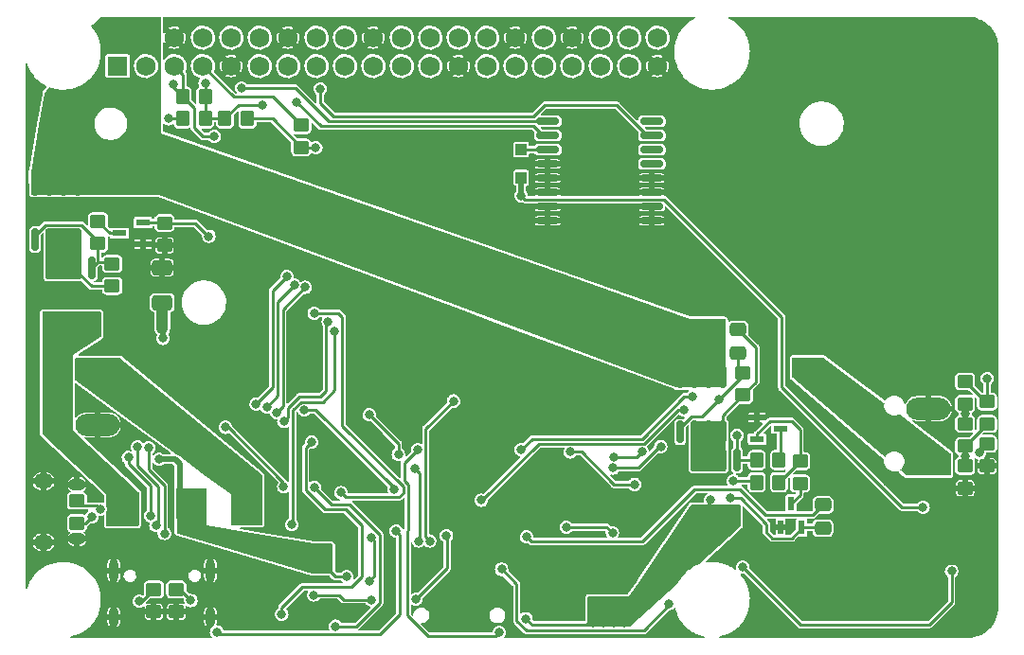
<source format=gbl>
%TF.GenerationSoftware,KiCad,Pcbnew,6.0.1-79c1e3a40b~116~ubuntu20.04.1*%
%TF.CreationDate,2022-02-02T21:23:13+02:00*%
%TF.ProjectId,PiUPS,50695550-532e-46b6-9963-61645f706362,rev?*%
%TF.SameCoordinates,Original*%
%TF.FileFunction,Copper,L2,Bot*%
%TF.FilePolarity,Positive*%
%FSLAX46Y46*%
G04 Gerber Fmt 4.6, Leading zero omitted, Abs format (unit mm)*
G04 Created by KiCad (PCBNEW 6.0.1-79c1e3a40b~116~ubuntu20.04.1) date 2022-02-02 21:23:13*
%MOMM*%
%LPD*%
G01*
G04 APERTURE LIST*
G04 Aperture macros list*
%AMRoundRect*
0 Rectangle with rounded corners*
0 $1 Rounding radius*
0 $2 $3 $4 $5 $6 $7 $8 $9 X,Y pos of 4 corners*
0 Add a 4 corners polygon primitive as box body*
4,1,4,$2,$3,$4,$5,$6,$7,$8,$9,$2,$3,0*
0 Add four circle primitives for the rounded corners*
1,1,$1+$1,$2,$3*
1,1,$1+$1,$4,$5*
1,1,$1+$1,$6,$7*
1,1,$1+$1,$8,$9*
0 Add four rect primitives between the rounded corners*
20,1,$1+$1,$2,$3,$4,$5,0*
20,1,$1+$1,$4,$5,$6,$7,0*
20,1,$1+$1,$6,$7,$8,$9,0*
20,1,$1+$1,$8,$9,$2,$3,0*%
G04 Aperture macros list end*
%TA.AperFunction,ComponentPad*%
%ADD10C,0.500000*%
%TD*%
%TA.AperFunction,SMDPad,CuDef*%
%ADD11R,2.700000X2.700000*%
%TD*%
%TA.AperFunction,ComponentPad*%
%ADD12O,1.700000X1.350000*%
%TD*%
%TA.AperFunction,ComponentPad*%
%ADD13O,1.500000X1.100000*%
%TD*%
%TA.AperFunction,ComponentPad*%
%ADD14O,0.900000X1.700000*%
%TD*%
%TA.AperFunction,ComponentPad*%
%ADD15O,0.900000X2.000000*%
%TD*%
%TA.AperFunction,ComponentPad*%
%ADD16R,3.960000X1.980000*%
%TD*%
%TA.AperFunction,ComponentPad*%
%ADD17O,3.960000X1.980000*%
%TD*%
%TA.AperFunction,ComponentPad*%
%ADD18C,0.300000*%
%TD*%
%TA.AperFunction,ComponentPad*%
%ADD19R,1.750000X1.750000*%
%TD*%
%TA.AperFunction,ComponentPad*%
%ADD20C,1.750000*%
%TD*%
%TA.AperFunction,SMDPad,CuDef*%
%ADD21R,1.300000X0.600000*%
%TD*%
%TA.AperFunction,SMDPad,CuDef*%
%ADD22R,1.000000X1.000000*%
%TD*%
%TA.AperFunction,SMDPad,CuDef*%
%ADD23RoundRect,0.250000X-0.450000X0.350000X-0.450000X-0.350000X0.450000X-0.350000X0.450000X0.350000X0*%
%TD*%
%TA.AperFunction,SMDPad,CuDef*%
%ADD24RoundRect,0.250000X0.450000X-0.350000X0.450000X0.350000X-0.450000X0.350000X-0.450000X-0.350000X0*%
%TD*%
%TA.AperFunction,SMDPad,CuDef*%
%ADD25RoundRect,0.150000X0.150000X-0.825000X0.150000X0.825000X-0.150000X0.825000X-0.150000X-0.825000X0*%
%TD*%
%TA.AperFunction,SMDPad,CuDef*%
%ADD26RoundRect,0.250000X-0.350000X-0.450000X0.350000X-0.450000X0.350000X0.450000X-0.350000X0.450000X0*%
%TD*%
%TA.AperFunction,SMDPad,CuDef*%
%ADD27RoundRect,0.150000X0.875000X0.150000X-0.875000X0.150000X-0.875000X-0.150000X0.875000X-0.150000X0*%
%TD*%
%TA.AperFunction,SMDPad,CuDef*%
%ADD28RoundRect,0.150000X-0.150000X0.825000X-0.150000X-0.825000X0.150000X-0.825000X0.150000X0.825000X0*%
%TD*%
%TA.AperFunction,SMDPad,CuDef*%
%ADD29RoundRect,0.250000X0.350000X0.450000X-0.350000X0.450000X-0.350000X-0.450000X0.350000X-0.450000X0*%
%TD*%
%TA.AperFunction,SMDPad,CuDef*%
%ADD30RoundRect,0.250000X-0.475000X0.337500X-0.475000X-0.337500X0.475000X-0.337500X0.475000X0.337500X0*%
%TD*%
%TA.AperFunction,SMDPad,CuDef*%
%ADD31RoundRect,0.250000X0.650000X-0.412500X0.650000X0.412500X-0.650000X0.412500X-0.650000X-0.412500X0*%
%TD*%
%TA.AperFunction,SMDPad,CuDef*%
%ADD32R,0.600000X1.300000*%
%TD*%
%TA.AperFunction,SMDPad,CuDef*%
%ADD33RoundRect,0.250000X0.475000X-0.337500X0.475000X0.337500X-0.475000X0.337500X-0.475000X-0.337500X0*%
%TD*%
%TA.AperFunction,ViaPad*%
%ADD34C,0.800000*%
%TD*%
%TA.AperFunction,Conductor*%
%ADD35C,0.250000*%
%TD*%
%TA.AperFunction,Conductor*%
%ADD36C,1.000000*%
%TD*%
%TA.AperFunction,Conductor*%
%ADD37C,0.500000*%
%TD*%
G04 APERTURE END LIST*
D10*
X81432400Y-111201200D03*
X80332400Y-112301200D03*
X81432400Y-110101200D03*
X82532400Y-110101200D03*
D11*
X81432400Y-111201200D03*
D10*
X82532400Y-112301200D03*
X82532400Y-111201200D03*
X80332400Y-110101200D03*
X81432400Y-112301200D03*
X80332400Y-111201200D03*
D12*
X68189600Y-109182400D03*
D13*
X71189600Y-114332400D03*
X71189600Y-109492400D03*
D12*
X68189600Y-114642400D03*
D14*
X74470800Y-121315200D03*
X83110800Y-121315200D03*
D15*
X83110800Y-117145200D03*
X74470800Y-117145200D03*
D16*
X72999600Y-99140000D03*
D17*
X72999600Y-104140000D03*
D18*
X117775900Y-109296200D03*
X117025900Y-108521200D03*
X117025900Y-109296200D03*
X117025900Y-110071200D03*
X115975900Y-108521200D03*
X115975900Y-109296200D03*
X115975900Y-110071200D03*
X115225900Y-109296200D03*
D19*
X74802000Y-72040000D03*
D20*
X74802000Y-69500000D03*
X77342000Y-72040000D03*
X77342000Y-69500000D03*
X79882000Y-72040000D03*
X79882000Y-69500000D03*
X82422000Y-72040000D03*
X82422000Y-69500000D03*
X84962000Y-72040000D03*
X84962000Y-69500000D03*
X87502000Y-72040000D03*
X87502000Y-69500000D03*
X90042000Y-72040000D03*
X90042000Y-69500000D03*
X92582000Y-72040000D03*
X92582000Y-69500000D03*
X95122000Y-72040000D03*
X95122000Y-69500000D03*
X97662000Y-72040000D03*
X97662000Y-69500000D03*
X100202000Y-72040000D03*
X100202000Y-69500000D03*
X102742000Y-72040000D03*
X102742000Y-69500000D03*
X105282000Y-72040000D03*
X105282000Y-69500000D03*
X107822000Y-72040000D03*
X107822000Y-69500000D03*
X110362000Y-72040000D03*
X110362000Y-69500000D03*
X112902000Y-72040000D03*
X112902000Y-69500000D03*
X115442000Y-72040000D03*
X115442000Y-69500000D03*
X117982000Y-72040000D03*
X117982000Y-69500000D03*
X120522000Y-72040000D03*
X120522000Y-69500000D03*
X123062000Y-72040000D03*
X123062000Y-69500000D03*
D16*
X147275000Y-107675000D03*
D17*
X147275000Y-102675000D03*
D21*
X131975000Y-105400000D03*
X131975000Y-103500000D03*
X134075000Y-104450000D03*
D22*
X110875000Y-79525000D03*
X110875000Y-82025000D03*
D23*
X79000000Y-86075000D03*
X79000000Y-88075000D03*
D24*
X152525000Y-104050000D03*
X152525000Y-102050000D03*
D25*
X71220000Y-87550000D03*
X69950000Y-87550000D03*
X68680000Y-87550000D03*
X67410000Y-87550000D03*
X67410000Y-82600000D03*
X68680000Y-82600000D03*
X69950000Y-82600000D03*
X71220000Y-82600000D03*
D23*
X91225000Y-77325000D03*
X91225000Y-79325000D03*
X78050000Y-118850000D03*
X78050000Y-120850000D03*
D24*
X135800000Y-109375000D03*
X135800000Y-107375000D03*
D23*
X73050000Y-85925000D03*
X73050000Y-87925000D03*
D26*
X80625000Y-74775000D03*
X82625000Y-74775000D03*
D24*
X152525000Y-107825000D03*
X152525000Y-105825000D03*
X71180000Y-112920000D03*
X71180000Y-110920000D03*
D27*
X122550000Y-76980000D03*
X122550000Y-78250000D03*
X122550000Y-79520000D03*
X122550000Y-80790000D03*
X122550000Y-82060000D03*
X122550000Y-83330000D03*
X122550000Y-84600000D03*
X122550000Y-85870000D03*
X113250000Y-85870000D03*
X113250000Y-84600000D03*
X113250000Y-83330000D03*
X113250000Y-82060000D03*
X113250000Y-80790000D03*
X113250000Y-79520000D03*
X113250000Y-78250000D03*
X113250000Y-76980000D03*
D26*
X80625000Y-76750000D03*
X82625000Y-76750000D03*
D28*
X68690000Y-90100000D03*
X69960000Y-90100000D03*
X71230000Y-90100000D03*
X72500000Y-90100000D03*
X72500000Y-95050000D03*
X71230000Y-95050000D03*
X69960000Y-95050000D03*
X68690000Y-95050000D03*
D23*
X80050000Y-118850000D03*
X80050000Y-120850000D03*
X150550000Y-104025000D03*
X150550000Y-106025000D03*
D29*
X133925000Y-109275000D03*
X131925000Y-109275000D03*
D24*
X150550000Y-102250000D03*
X150550000Y-100250000D03*
D30*
X130250000Y-95605000D03*
X130250000Y-97680000D03*
D23*
X74325000Y-89725000D03*
X74325000Y-91725000D03*
D24*
X150550000Y-109800000D03*
X150550000Y-107800000D03*
D28*
X126345000Y-107300000D03*
X127615000Y-107300000D03*
X128885000Y-107300000D03*
X130155000Y-107300000D03*
X130155000Y-112250000D03*
X128885000Y-112250000D03*
X127615000Y-112250000D03*
X126345000Y-112250000D03*
D31*
X78800000Y-93200000D03*
X78800000Y-90075000D03*
D25*
X128880000Y-104775000D03*
X127610000Y-104775000D03*
X126340000Y-104775000D03*
X125070000Y-104775000D03*
X125070000Y-99825000D03*
X126340000Y-99825000D03*
X127610000Y-99825000D03*
X128880000Y-99825000D03*
D21*
X77075000Y-86050000D03*
X77075000Y-87950000D03*
X74975000Y-87000000D03*
D32*
X135950000Y-113300000D03*
X134050000Y-113300000D03*
X135000000Y-111200000D03*
D23*
X130700000Y-99450000D03*
X130700000Y-101450000D03*
D29*
X133925000Y-107275000D03*
X131925000Y-107275000D03*
D33*
X137850000Y-113362500D03*
X137850000Y-111287500D03*
D29*
X86400000Y-76750000D03*
X84400000Y-76750000D03*
D34*
X139455000Y-70045000D03*
X106435000Y-82745000D03*
X97500000Y-122025000D03*
X67190000Y-100540000D03*
X103895000Y-80205000D03*
X126755000Y-82745000D03*
X149615000Y-90365000D03*
X152155000Y-72585000D03*
X111515000Y-75125000D03*
X116595000Y-85285000D03*
X105850000Y-120395400D03*
X104914800Y-120395400D03*
X141995000Y-72585000D03*
X103895000Y-82745000D03*
X111599500Y-116587701D03*
X134375000Y-72585000D03*
X129295000Y-80205000D03*
X147075000Y-90365000D03*
X93210200Y-91079800D03*
X150030000Y-98270000D03*
X149615000Y-92905000D03*
X149615000Y-75125000D03*
X111525000Y-119100000D03*
X144535000Y-95445000D03*
X119135000Y-85285000D03*
X94150000Y-91079800D03*
X141995000Y-85285000D03*
X111524500Y-120137701D03*
X136915000Y-90365000D03*
X67150000Y-97680000D03*
X105850000Y-122275000D03*
X131835000Y-75125000D03*
X144535000Y-82745000D03*
X96340000Y-92740200D03*
X140700000Y-115760000D03*
X141995000Y-87825000D03*
X101355000Y-80205000D03*
X131835000Y-87825000D03*
X96325000Y-95375000D03*
X136915000Y-70045000D03*
X119135000Y-77665000D03*
X102475000Y-95375000D03*
X104914800Y-122275000D03*
X139455000Y-72585000D03*
X111515000Y-97985000D03*
X136915000Y-87825000D03*
X147075000Y-97985000D03*
X103975000Y-120395400D03*
X116595000Y-80205000D03*
X106789800Y-121335200D03*
X133475000Y-118550000D03*
X139455000Y-87825000D03*
X139455000Y-82745000D03*
X106789800Y-122275000D03*
X144535000Y-85285000D03*
X101355000Y-75125000D03*
X98815000Y-80205000D03*
X134375000Y-75125000D03*
X103975000Y-121335200D03*
X94150000Y-90140000D03*
X149615000Y-70045000D03*
X124215000Y-87825000D03*
X152155000Y-110685000D03*
X139455000Y-90365000D03*
X98815000Y-75125000D03*
X152155000Y-70045000D03*
X149615000Y-113225000D03*
X67190000Y-106690000D03*
X94150000Y-92019600D03*
X96275000Y-80205000D03*
X95124500Y-116710184D03*
X129295000Y-77665000D03*
X119135000Y-80205000D03*
X152155000Y-75125000D03*
X131835000Y-72585000D03*
X111515000Y-87825000D03*
X108150000Y-95375000D03*
X152155000Y-77665000D03*
X139455000Y-95445000D03*
X116595000Y-87825000D03*
X124215000Y-90365000D03*
X144170000Y-115760000D03*
X144535000Y-80205000D03*
X108975000Y-80205000D03*
X97279800Y-92740200D03*
X144535000Y-90365000D03*
X147075000Y-70045000D03*
X131835000Y-90365000D03*
X144535000Y-87825000D03*
X139455000Y-85285000D03*
X133450000Y-115725000D03*
X93210200Y-92019600D03*
X131835000Y-80205000D03*
X149615000Y-80205000D03*
X141995000Y-90365000D03*
X126755000Y-90365000D03*
X98219600Y-93680000D03*
X152155000Y-92905000D03*
X139455000Y-92905000D03*
X129295000Y-85285000D03*
X121675000Y-87825000D03*
X98219600Y-92740200D03*
X108975000Y-82745000D03*
X126755000Y-77665000D03*
X112837299Y-111424500D03*
X139455000Y-80205000D03*
X136960000Y-115760000D03*
X114055000Y-87825000D03*
X98815000Y-82745000D03*
X152890000Y-98230000D03*
X96340000Y-93680000D03*
X140740000Y-118620000D03*
X134375000Y-90365000D03*
X131835000Y-82745000D03*
X96275000Y-82745000D03*
X116595000Y-90365000D03*
X147075000Y-80205000D03*
X106435000Y-75125000D03*
X141995000Y-77665000D03*
X124215000Y-75125000D03*
X141995000Y-92905000D03*
X116595000Y-82745000D03*
X144535000Y-120845000D03*
X134375000Y-80205000D03*
X93210200Y-90140000D03*
X149615000Y-77665000D03*
X134975000Y-113325000D03*
X144535000Y-75125000D03*
X121675000Y-90365000D03*
X147075000Y-72585000D03*
X129295000Y-87825000D03*
X136915000Y-105605000D03*
X96275000Y-75125000D03*
X103975000Y-122275000D03*
X129295000Y-75125000D03*
X113875000Y-111425000D03*
X144535000Y-92905000D03*
X141995000Y-70045000D03*
X119135000Y-87825000D03*
X119135000Y-82745000D03*
X144535000Y-70045000D03*
X124215000Y-92905000D03*
X147075000Y-77665000D03*
X147075000Y-92905000D03*
X134375000Y-87825000D03*
X121675000Y-75125000D03*
X144535000Y-72585000D03*
X147075000Y-75125000D03*
X97279800Y-93680000D03*
X131835000Y-77665000D03*
X141995000Y-82745000D03*
X144210000Y-118620000D03*
X137000000Y-118620000D03*
X126755000Y-92905000D03*
X141995000Y-80205000D03*
X106435000Y-80205000D03*
X134375000Y-92905000D03*
X119135000Y-90365000D03*
X144535000Y-77665000D03*
X67150000Y-92005000D03*
X105850000Y-121335200D03*
X129295000Y-92905000D03*
X111600000Y-115550000D03*
X136915000Y-72585000D03*
X152155000Y-90365000D03*
X126755000Y-75125000D03*
X101355000Y-82745000D03*
X129295000Y-82745000D03*
X136915000Y-82745000D03*
X136915000Y-95445000D03*
X95500000Y-115900000D03*
X104914800Y-121335200D03*
X152155000Y-80205000D03*
X136915000Y-80205000D03*
X126755000Y-80205000D03*
X141995000Y-75125000D03*
X67190000Y-94865000D03*
X131835000Y-85285000D03*
X149615000Y-72585000D03*
X99000000Y-111875000D03*
X147075000Y-95445000D03*
X116595000Y-77665000D03*
X141995000Y-95445000D03*
X103225000Y-111700000D03*
X136915000Y-85285000D03*
X115675000Y-101475000D03*
X134375000Y-77665000D03*
X134375000Y-82745000D03*
X95267082Y-114974500D03*
X103895000Y-75125000D03*
X108975000Y-75125000D03*
X126755000Y-85285000D03*
X131835000Y-95445000D03*
X106789800Y-120395400D03*
X131835000Y-70045000D03*
X136915000Y-92905000D03*
X134375000Y-70045000D03*
X67150000Y-103830000D03*
X134375000Y-85285000D03*
X78800000Y-95490000D03*
X92400000Y-109725000D03*
X85369400Y-112699800D03*
X110875000Y-83625000D03*
X86309200Y-111760000D03*
X85369400Y-111760000D03*
X78870000Y-96390000D03*
X146800000Y-111500000D03*
X87249000Y-112699800D03*
X94282223Y-122147764D03*
X86309200Y-112699800D03*
X87249000Y-111760000D03*
X97499500Y-119774799D03*
X92350000Y-119350000D03*
X76250000Y-111800000D03*
X76250000Y-112750000D03*
X74300000Y-110836420D03*
X99700000Y-113625000D03*
X75250000Y-112750000D03*
X76250000Y-110850000D03*
X74300000Y-112736420D03*
X75250000Y-110850000D03*
X83650000Y-122650000D03*
X75250000Y-111800000D03*
X74300000Y-111786420D03*
X92150000Y-105650000D03*
X89473181Y-121073181D03*
X97300000Y-103225000D03*
X99900500Y-106775000D03*
X119171637Y-106999697D03*
X121675000Y-106549989D03*
X69660200Y-75764800D03*
X78054600Y-75775000D03*
X78054600Y-76710200D03*
X69660200Y-77639800D03*
X126445400Y-96039800D03*
X77114800Y-76710200D03*
X68720400Y-76700000D03*
X76175000Y-76710200D03*
X126445400Y-95100000D03*
X127385200Y-95100000D03*
X69660200Y-74825000D03*
X70600000Y-76700000D03*
X78054600Y-74835200D03*
X70600000Y-77639800D03*
X127385200Y-97914800D03*
X128325000Y-96039800D03*
X69660200Y-76700000D03*
X76175000Y-75775000D03*
X68720400Y-77639800D03*
X128325000Y-95100000D03*
X78054600Y-77650000D03*
X70600000Y-74825000D03*
X68720400Y-74825000D03*
X128325000Y-97914800D03*
X127385200Y-96975000D03*
X126445400Y-96975000D03*
X127385200Y-96039800D03*
X76175000Y-74835200D03*
X77114800Y-75775000D03*
X77114800Y-74835200D03*
X77114800Y-77650000D03*
X70600000Y-75764800D03*
X68720400Y-75764800D03*
X76175000Y-77650000D03*
X126445400Y-97914800D03*
X128325000Y-96975000D03*
X92684600Y-117043200D03*
X93624400Y-116103400D03*
X93624400Y-115163600D03*
X93624400Y-117043200D03*
X78500000Y-107200000D03*
X92684600Y-116103400D03*
X92684600Y-115163600D03*
X95263300Y-117700000D03*
X93627079Y-94914393D03*
X89660200Y-103835200D03*
X119032927Y-113807949D03*
X118214800Y-120864800D03*
X117275000Y-120864800D03*
X127810000Y-110848500D03*
X120089800Y-121804600D03*
X118214800Y-121804600D03*
X119150000Y-119925000D03*
X129850000Y-109150000D03*
X118214800Y-119925000D03*
X117275000Y-121804600D03*
X108900000Y-122700000D03*
X119150000Y-121804600D03*
X120089800Y-119925000D03*
X120089800Y-120864800D03*
X101625500Y-106350000D03*
X114911023Y-113271347D03*
X111312049Y-121462451D03*
X117275000Y-119925000D03*
X119150000Y-120864800D03*
X97300000Y-118100000D03*
X97500000Y-114250000D03*
X135650000Y-98535200D03*
X152530000Y-99980000D03*
X136589800Y-99475000D03*
X137529600Y-98535200D03*
X137529600Y-99475000D03*
X136589800Y-98535200D03*
X135650000Y-99475000D03*
X81350000Y-119850000D03*
X89650000Y-109675000D03*
X84468739Y-104349814D03*
X76750000Y-119900000D03*
X104825000Y-102000000D03*
X102698002Y-114524502D03*
X115250000Y-106550000D03*
X121022044Y-109455552D03*
X87725000Y-75524500D03*
X92925000Y-74075000D03*
X82630000Y-73600000D03*
X88153057Y-102532163D03*
X90800000Y-75250000D03*
X78232000Y-113131600D03*
X79400000Y-76750000D03*
X76576955Y-106121052D03*
X90600000Y-91625000D03*
X75775000Y-107050000D03*
X85900000Y-74000000D03*
X83450000Y-78340000D03*
X89937756Y-90876376D03*
X79749500Y-73663679D03*
X77741983Y-112260458D03*
X87189499Y-102266528D03*
X89025500Y-103019860D03*
X92525000Y-79350000D03*
X77575000Y-106175000D03*
X78994000Y-113842800D03*
X91578773Y-91827505D03*
X73244079Y-111657662D03*
X72504392Y-112329874D03*
X94175500Y-95750000D03*
X90373200Y-113050000D03*
X130150000Y-105075000D03*
X128547500Y-101872500D03*
X110875000Y-106350000D03*
X129575000Y-110675000D03*
X126175000Y-101625000D03*
X111350000Y-114150000D03*
X91500000Y-102800000D03*
X99498389Y-109876611D03*
X123350000Y-106075000D03*
X119068907Y-107993907D03*
X101450000Y-119750000D03*
X104200000Y-114050000D03*
X150550000Y-106930000D03*
X150550000Y-103090000D03*
X151808749Y-106634955D03*
X82960000Y-87260000D03*
X94788408Y-110195124D03*
X92375000Y-94162288D03*
X109125000Y-117050000D03*
X124110000Y-120110000D03*
X130700000Y-116875000D03*
X149350000Y-117225000D03*
X101399549Y-108049951D03*
X101698500Y-114525000D03*
X125400000Y-102800000D03*
X107325000Y-110875000D03*
D35*
X134050000Y-113300000D02*
X134950000Y-113300000D01*
X134950000Y-113300000D02*
X134975000Y-113325000D01*
X123621552Y-83975480D02*
X111225480Y-83975480D01*
X146800000Y-111500000D02*
X144900000Y-111500000D01*
X111225480Y-83975480D02*
X110875000Y-83625000D01*
X94282223Y-122147764D02*
X96151149Y-122147764D01*
X134150000Y-94503928D02*
X123621552Y-83975480D01*
X144900000Y-111500000D02*
X134150000Y-100750000D01*
D36*
X78800000Y-95490000D02*
X78800000Y-93200000D01*
D37*
X110875000Y-83625000D02*
X110875000Y-82025000D01*
D35*
X98224511Y-120074402D02*
X98224511Y-113949511D01*
X96151149Y-122147764D02*
X98224511Y-120074402D01*
X95500000Y-111225000D02*
X93900000Y-111225000D01*
D37*
X78800000Y-95490000D02*
X78870000Y-95560000D01*
D35*
X134150000Y-100750000D02*
X134150000Y-94503928D01*
D37*
X78870000Y-95560000D02*
X78870000Y-96390000D01*
D35*
X93900000Y-111225000D02*
X92400000Y-109725000D01*
X98224511Y-113949511D02*
X95500000Y-111225000D01*
X95024799Y-119774799D02*
X94600000Y-119350000D01*
X94600000Y-119350000D02*
X92350000Y-119350000D01*
X97499500Y-119774799D02*
X95024799Y-119774799D01*
X99700000Y-113625000D02*
X100050000Y-113975000D01*
X100050000Y-121075000D02*
X98252725Y-122872275D01*
X83872275Y-122872275D02*
X83650000Y-122650000D01*
X100050000Y-113975000D02*
X100050000Y-121075000D01*
X98252725Y-122872275D02*
X83872275Y-122872275D01*
X89473181Y-121073181D02*
X89473181Y-120476819D01*
X93324906Y-111674520D02*
X91600000Y-109949614D01*
X96649520Y-117686198D02*
X96649520Y-113149520D01*
X99900500Y-106775000D02*
X99900500Y-105825500D01*
X121675000Y-106549989D02*
X121225292Y-106999697D01*
X121225292Y-106999697D02*
X119171637Y-106999697D01*
X95174520Y-111674520D02*
X93324906Y-111674520D01*
X91600000Y-109949614D02*
X91600000Y-106200000D01*
X91600000Y-106200000D02*
X92150000Y-105650000D01*
X95710718Y-118625000D02*
X96649520Y-117686198D01*
X99900500Y-105825500D02*
X97300000Y-103225000D01*
X96649520Y-113149520D02*
X95174520Y-111674520D01*
X89473181Y-120476819D02*
X91325000Y-118625000D01*
X91325000Y-118625000D02*
X95710718Y-118625000D01*
X92938313Y-101625969D02*
X91013700Y-101625969D01*
X93450989Y-101113293D02*
X92938313Y-101625969D01*
X95263300Y-117700000D02*
X94281200Y-117700000D01*
X94281200Y-117700000D02*
X93624400Y-117043200D01*
X90025480Y-102614189D02*
X90025480Y-103469920D01*
D37*
X79920000Y-107200000D02*
X80340000Y-107620000D01*
X78500000Y-107200000D02*
X79920000Y-107200000D01*
D35*
X90025480Y-103469920D02*
X89660200Y-103835200D01*
D37*
X80340000Y-110093600D02*
X80332400Y-110101200D01*
D35*
X91013700Y-101625969D02*
X90025480Y-102614189D01*
X93450989Y-95090483D02*
X93450989Y-101113293D01*
X93627079Y-94914393D02*
X93450989Y-95090483D01*
D37*
X80340000Y-107620000D02*
X80340000Y-110093600D01*
D35*
X100673489Y-113626511D02*
X100776031Y-113523969D01*
X108900000Y-122700000D02*
X108548480Y-123051520D01*
X127615000Y-111043500D02*
X127615000Y-112250000D01*
X118499978Y-113275000D02*
X119032927Y-113807949D01*
X100450000Y-107525500D02*
X101625500Y-106350000D01*
X131800000Y-109150000D02*
X131925000Y-109275000D01*
X100776031Y-113523969D02*
X100776031Y-109493937D01*
X100673489Y-121188969D02*
X100673489Y-113626511D01*
X129850000Y-109150000D02*
X131800000Y-109150000D01*
X102536040Y-123051520D02*
X100673489Y-121188969D01*
X100450000Y-109167905D02*
X100450000Y-107525500D01*
X111874598Y-122025000D02*
X116650000Y-122025000D01*
X100776031Y-109493937D02*
X100450000Y-109167905D01*
X114914676Y-113275000D02*
X118499978Y-113275000D01*
X111312049Y-121462451D02*
X111874598Y-122025000D01*
X114911023Y-113271347D02*
X114914676Y-113275000D01*
X116650000Y-122025000D02*
X117275000Y-121400000D01*
X127810000Y-110848500D02*
X127615000Y-111043500D01*
X117275000Y-121400000D02*
X117275000Y-119925000D01*
X108548480Y-123051520D02*
X102536040Y-123051520D01*
X97750000Y-114500000D02*
X97500000Y-114250000D01*
X97300000Y-118100000D02*
X97750000Y-117650000D01*
X97750000Y-117650000D02*
X97750000Y-114500000D01*
X152525000Y-102050000D02*
X152350000Y-102050000D01*
X152525000Y-99985000D02*
X152530000Y-99980000D01*
X152350000Y-102050000D02*
X150550000Y-100250000D01*
X152525000Y-102050000D02*
X152525000Y-99985000D01*
X80350000Y-118850000D02*
X80050000Y-118850000D01*
X81350000Y-119850000D02*
X80350000Y-118850000D01*
X89650000Y-109300000D02*
X89650000Y-109675000D01*
X84699814Y-104349814D02*
X89650000Y-109300000D01*
X84468739Y-104349814D02*
X84699814Y-104349814D01*
X77000000Y-119900000D02*
X78050000Y-118850000D01*
X76750000Y-119900000D02*
X77000000Y-119900000D01*
X102698002Y-114524502D02*
X102350000Y-114176500D01*
X102350000Y-104475000D02*
X104825000Y-102000000D01*
X102350000Y-114176500D02*
X102350000Y-104475000D01*
X119180552Y-109455552D02*
X121022044Y-109455552D01*
X115250000Y-106550000D02*
X116275000Y-106550000D01*
X116275000Y-106550000D02*
X119180552Y-109455552D01*
X94130480Y-76530480D02*
X92925000Y-75325000D01*
X82625000Y-76750000D02*
X82625000Y-74775000D01*
X82625000Y-73605000D02*
X82625000Y-74775000D01*
X85625500Y-75524500D02*
X84400000Y-76750000D01*
X112003448Y-76530480D02*
X94130480Y-76530480D01*
X87725000Y-75524500D02*
X85625500Y-75524500D01*
X122123928Y-78250000D02*
X119423928Y-75550000D01*
X122550000Y-78250000D02*
X122123928Y-78250000D01*
X119423928Y-75550000D02*
X112983928Y-75550000D01*
X112983928Y-75550000D02*
X112003448Y-76530480D01*
X92925000Y-75325000D02*
X92925000Y-74075000D01*
X82625000Y-76750000D02*
X84400000Y-76750000D01*
X82630000Y-73600000D02*
X82625000Y-73605000D01*
X78466494Y-112897106D02*
X78466494Y-109783506D01*
X78475000Y-109692012D02*
X77191494Y-108408505D01*
X78232000Y-113131600D02*
X78466494Y-112897106D01*
X79400000Y-76750000D02*
X80625000Y-76750000D01*
X92979520Y-77429520D02*
X90800000Y-75250000D01*
X113250000Y-78250000D02*
X112823928Y-78250000D01*
X112823928Y-78250000D02*
X112003448Y-77429520D01*
X112003448Y-77429520D02*
X92979520Y-77429520D01*
X76576955Y-107793966D02*
X76576955Y-106121052D01*
X77191494Y-108408505D02*
X76576955Y-107793966D01*
X78466494Y-109783506D02*
X78475000Y-109775000D01*
X89126440Y-93098560D02*
X89126440Y-101558780D01*
X90600000Y-91625000D02*
X89126440Y-93098560D01*
X78475000Y-109775000D02*
X78475000Y-109692012D01*
X89126440Y-101558780D02*
X88153057Y-102532163D01*
X80625000Y-74775000D02*
X80625000Y-72783000D01*
X88676920Y-92137212D02*
X88676920Y-100779107D01*
X85900000Y-74000000D02*
X90675000Y-74000000D01*
X79749500Y-73663679D02*
X79749500Y-73899500D01*
X81625000Y-75775000D02*
X80625000Y-74775000D01*
X93655000Y-76980000D02*
X113250000Y-76980000D01*
X90675000Y-74000000D02*
X93655000Y-76980000D01*
X81625000Y-77525000D02*
X81625000Y-75775000D01*
X83450000Y-78340000D02*
X82440000Y-78340000D01*
X77741983Y-112260458D02*
X77741983Y-109594713D01*
X75775000Y-107627728D02*
X75775000Y-107050000D01*
X79749500Y-73899500D02*
X80625000Y-74775000D01*
X80625000Y-72783000D02*
X79882000Y-72040000D01*
X88676920Y-100779107D02*
X87189499Y-102266528D01*
X82440000Y-78340000D02*
X81625000Y-77525000D01*
X77741983Y-109594713D02*
X75775000Y-107627728D01*
X89937756Y-90876376D02*
X88676920Y-92137212D01*
X86400000Y-76750000D02*
X88650000Y-76750000D01*
X89575960Y-93830318D02*
X89575960Y-102469400D01*
X91578773Y-91827505D02*
X89575960Y-93830318D01*
X92525000Y-79350000D02*
X91250000Y-79350000D01*
X78994000Y-113842800D02*
X78994000Y-109575294D01*
X77575000Y-108156293D02*
X77575000Y-106175000D01*
X88650000Y-76750000D02*
X91225000Y-79325000D01*
X91250000Y-79350000D02*
X91225000Y-79325000D01*
X78994000Y-109575294D02*
X77575000Y-108156293D01*
X89575960Y-102469400D02*
X89025500Y-103019860D01*
X113245000Y-79525000D02*
X113250000Y-79520000D01*
X110875000Y-79525000D02*
X113245000Y-79525000D01*
X72961417Y-111375000D02*
X71635000Y-111375000D01*
X71635000Y-111375000D02*
X71180000Y-110920000D01*
X73244079Y-111657662D02*
X72961417Y-111375000D01*
X71914266Y-112920000D02*
X71180000Y-112920000D01*
X72504392Y-112329874D02*
X71914266Y-112920000D01*
X74125000Y-87000000D02*
X73050000Y-85925000D01*
X74975000Y-87000000D02*
X74125000Y-87000000D01*
X135800000Y-110400000D02*
X135000000Y-111200000D01*
X135800000Y-109375000D02*
X135800000Y-110400000D01*
X94175500Y-95750000D02*
X94175500Y-101024500D01*
X90475000Y-102800386D02*
X90475000Y-112948200D01*
X94175500Y-101024500D02*
X93124511Y-102075489D01*
X93124511Y-102075489D02*
X91199897Y-102075489D01*
X91199897Y-102075489D02*
X90475000Y-102800386D01*
X90475000Y-112948200D02*
X90373200Y-113050000D01*
X71230000Y-90476072D02*
X71230000Y-90100000D01*
X72478928Y-91725000D02*
X71230000Y-90476072D01*
X74325000Y-91725000D02*
X72478928Y-91725000D01*
X130700000Y-101450000D02*
X128880000Y-103270000D01*
X131850000Y-100300000D02*
X130700000Y-101450000D01*
X131850000Y-97205000D02*
X131850000Y-100300000D01*
X130250000Y-95605000D02*
X131850000Y-97205000D01*
X128880000Y-103270000D02*
X128880000Y-104775000D01*
X126065000Y-103375000D02*
X125070000Y-104370000D01*
X130155000Y-107300000D02*
X130155000Y-105080000D01*
X127045000Y-103375000D02*
X126065000Y-103375000D01*
X130250000Y-99000000D02*
X130700000Y-99450000D01*
X130155000Y-105080000D02*
X130150000Y-105075000D01*
X130700000Y-99720000D02*
X128547500Y-101872500D01*
X130180000Y-107275000D02*
X130155000Y-107300000D01*
X130250000Y-97680000D02*
X130250000Y-99000000D01*
X125070000Y-104370000D02*
X125070000Y-104775000D01*
X130700000Y-99450000D02*
X130700000Y-99720000D01*
X131925000Y-107275000D02*
X130180000Y-107275000D01*
X128547500Y-101872500D02*
X127045000Y-103375000D01*
X132800000Y-113000000D02*
X132800000Y-113750000D01*
X125450000Y-101625000D02*
X121699031Y-105375969D01*
X126175000Y-101625000D02*
X125450000Y-101625000D01*
X135950000Y-113374614D02*
X135950000Y-113300000D01*
X132800000Y-113750000D02*
X133324511Y-114274511D01*
X130475000Y-110675000D02*
X132800000Y-113000000D01*
X121699031Y-105375969D02*
X111849031Y-105375969D01*
X111849031Y-105375969D02*
X110875000Y-106350000D01*
X137787500Y-113300000D02*
X137850000Y-113362500D01*
X129575000Y-110675000D02*
X130475000Y-110675000D01*
X135950000Y-113300000D02*
X137787500Y-113300000D01*
X133324511Y-114274511D02*
X135050103Y-114274511D01*
X135050103Y-114274511D02*
X135950000Y-113374614D01*
X136962989Y-112174511D02*
X137850000Y-111287500D01*
X132727763Y-112174511D02*
X136962989Y-112174511D01*
X111761400Y-114561400D02*
X121713600Y-114561400D01*
X91500000Y-102800000D02*
X92525000Y-102800000D01*
X92525000Y-102800000D02*
X99498389Y-109773389D01*
X99498389Y-109773389D02*
X99498389Y-109876611D01*
X130444422Y-109891170D02*
X132727763Y-112174511D01*
X126383830Y-109891170D02*
X130444422Y-109891170D01*
X121713600Y-114561400D02*
X126383830Y-109891170D01*
X111350000Y-114150000D02*
X111761400Y-114561400D01*
X123246377Y-106075000D02*
X121327470Y-107993907D01*
X123350000Y-106075000D02*
X123246377Y-106075000D01*
X121327470Y-107993907D02*
X119068907Y-107993907D01*
X104266331Y-114116331D02*
X104266331Y-116933669D01*
X104200000Y-114050000D02*
X104266331Y-114116331D01*
X104266331Y-116933669D02*
X101450000Y-119750000D01*
X88700000Y-74800000D02*
X85182000Y-74800000D01*
X85182000Y-74800000D02*
X82422000Y-72040000D01*
X91225000Y-77325000D02*
X88700000Y-74800000D01*
X150550000Y-106025000D02*
X152525000Y-104050000D01*
X150550000Y-106930000D02*
X150550000Y-107800000D01*
X150550000Y-106025000D02*
X150550000Y-106930000D01*
X152525000Y-105918704D02*
X151808749Y-106634955D01*
X150550000Y-104025000D02*
X150550000Y-103090000D01*
X150550000Y-103090000D02*
X150550000Y-102250000D01*
X152525000Y-105825000D02*
X152525000Y-105918704D01*
X68333448Y-86250480D02*
X71575480Y-86250480D01*
X71575480Y-86250480D02*
X73050000Y-87725000D01*
X73050000Y-89550000D02*
X72500000Y-90100000D01*
X73050000Y-89550000D02*
X74150000Y-89550000D01*
X67410000Y-87173928D02*
X68333448Y-86250480D01*
X73050000Y-87725000D02*
X73050000Y-87925000D01*
X67410000Y-87550000D02*
X67410000Y-87173928D01*
X73050000Y-87925000D02*
X73050000Y-89550000D01*
X74150000Y-89550000D02*
X74325000Y-89725000D01*
X100326511Y-110219866D02*
X100326511Y-109680134D01*
X94788408Y-110195124D02*
X95194795Y-110601511D01*
X99944866Y-110601511D02*
X100326511Y-110219866D01*
X78975000Y-86050000D02*
X79000000Y-86075000D01*
X82885000Y-87260000D02*
X81725000Y-86100000D01*
X81725000Y-86100000D02*
X79025000Y-86100000D01*
X94900000Y-104253623D02*
X94900000Y-94525000D01*
X94900000Y-94525000D02*
X94537288Y-94162288D01*
X95194795Y-110601511D02*
X99944866Y-110601511D01*
X82960000Y-87260000D02*
X82885000Y-87260000D01*
X79025000Y-86100000D02*
X79000000Y-86075000D01*
X94537288Y-94162288D02*
X92375000Y-94162288D01*
X100326511Y-109680134D02*
X94900000Y-104253623D01*
X77075000Y-86050000D02*
X78975000Y-86050000D01*
X134075000Y-107125000D02*
X133925000Y-107275000D01*
X134075000Y-104450000D02*
X134075000Y-107125000D01*
X133100489Y-103825489D02*
X135050489Y-103825489D01*
X135800000Y-107400000D02*
X133925000Y-109275000D01*
X135050489Y-103825489D02*
X135800000Y-104575000D01*
X131975000Y-104950978D02*
X133100489Y-103825489D01*
X135800000Y-107375000D02*
X135800000Y-107400000D01*
X135800000Y-104575000D02*
X135800000Y-107375000D01*
X131975000Y-105400000D02*
X131975000Y-104950978D01*
X149350000Y-117225000D02*
X149350000Y-120000000D01*
X149350000Y-120000000D02*
X147350000Y-122000000D01*
X147350000Y-122000000D02*
X135825000Y-122000000D01*
X110475000Y-121650000D02*
X111354111Y-122529111D01*
X111354111Y-122529111D02*
X121845889Y-122529111D01*
X109125000Y-117050000D02*
X110475000Y-118400000D01*
X124110000Y-120265000D02*
X124110000Y-120110000D01*
X110475000Y-118400000D02*
X110475000Y-121650000D01*
X135825000Y-122000000D02*
X130700000Y-116875000D01*
X121845889Y-122529111D02*
X124110000Y-120265000D01*
X101825000Y-108475402D02*
X101825000Y-114398500D01*
X101399549Y-108049951D02*
X101825000Y-108475402D01*
X101825000Y-114398500D02*
X101698500Y-114525000D01*
X107325000Y-110875000D02*
X107425000Y-110875000D01*
X112474511Y-105825489D02*
X121885229Y-105825489D01*
X124910718Y-102800000D02*
X125400000Y-102800000D01*
X107425000Y-110875000D02*
X112474511Y-105825489D01*
X121885229Y-105825489D02*
X124910718Y-102800000D01*
%TA.AperFunction,Conductor*%
G36*
X126451529Y-67642890D02*
G01*
X126469835Y-67687084D01*
X126451529Y-67731278D01*
X126436581Y-67742319D01*
X126192434Y-67871588D01*
X126192430Y-67871591D01*
X126190935Y-67872382D01*
X126189536Y-67873329D01*
X126189533Y-67873331D01*
X126180519Y-67879434D01*
X125888178Y-68077364D01*
X125886888Y-68078458D01*
X125623657Y-68301695D01*
X125609330Y-68313845D01*
X125608164Y-68315074D01*
X125358813Y-68577834D01*
X125358808Y-68577839D01*
X125357652Y-68579058D01*
X125136089Y-68869901D01*
X124947233Y-69182971D01*
X124946525Y-69184497D01*
X124946522Y-69184502D01*
X124892720Y-69300410D01*
X124793293Y-69514607D01*
X124792754Y-69516200D01*
X124792751Y-69516207D01*
X124742015Y-69666101D01*
X124676069Y-69860928D01*
X124675707Y-69862559D01*
X124675706Y-69862564D01*
X124645431Y-69999128D01*
X124596934Y-70217883D01*
X124596749Y-70219559D01*
X124557108Y-70578628D01*
X124556813Y-70581298D01*
X124556175Y-70946920D01*
X124556354Y-70948591D01*
X124556354Y-70948599D01*
X124593332Y-71294612D01*
X124595027Y-71310472D01*
X124672916Y-71667701D01*
X124673452Y-71669304D01*
X124673454Y-71669310D01*
X124732580Y-71846019D01*
X124788930Y-72014430D01*
X124799896Y-72038271D01*
X124941004Y-72345064D01*
X124941008Y-72345072D01*
X124941711Y-72346600D01*
X124942579Y-72348050D01*
X124942582Y-72348056D01*
X124978458Y-72408000D01*
X125129473Y-72660328D01*
X125130494Y-72661677D01*
X125130498Y-72661684D01*
X125333534Y-72930145D01*
X125350020Y-72951943D01*
X125600770Y-73218033D01*
X125878791Y-73455485D01*
X126045530Y-73569227D01*
X126155478Y-73644228D01*
X126180831Y-73661523D01*
X126182324Y-73662320D01*
X126182327Y-73662322D01*
X126335434Y-73744073D01*
X126503357Y-73833735D01*
X126842594Y-73970108D01*
X126972443Y-74006607D01*
X127192956Y-74068591D01*
X127192962Y-74068592D01*
X127194576Y-74069046D01*
X127331511Y-74091961D01*
X127553514Y-74129112D01*
X127553522Y-74129113D01*
X127555184Y-74129391D01*
X127556872Y-74129488D01*
X127556878Y-74129489D01*
X127670059Y-74136014D01*
X127834574Y-74145500D01*
X128023549Y-74145500D01*
X128024356Y-74145456D01*
X128024367Y-74145456D01*
X128295411Y-74130777D01*
X128295415Y-74130777D01*
X128297087Y-74130686D01*
X128657904Y-74071600D01*
X128666115Y-74069323D01*
X129008603Y-73974342D01*
X129008604Y-73974342D01*
X129010229Y-73973891D01*
X129011787Y-73973271D01*
X129011796Y-73973268D01*
X129348370Y-73839329D01*
X129348373Y-73839327D01*
X129349940Y-73838704D01*
X129611064Y-73700446D01*
X129671566Y-73668412D01*
X129671570Y-73668409D01*
X129673065Y-73667618D01*
X129682068Y-73661523D01*
X129916011Y-73503131D01*
X129975822Y-73462636D01*
X130099685Y-73357592D01*
X130253378Y-73227251D01*
X130253381Y-73227248D01*
X130254670Y-73226155D01*
X130342889Y-73133192D01*
X130505187Y-72962166D01*
X130505192Y-72962161D01*
X130506348Y-72960942D01*
X130727911Y-72670099D01*
X130916767Y-72357029D01*
X131070707Y-72025393D01*
X131187931Y-71679072D01*
X131195202Y-71646277D01*
X131266701Y-71323763D01*
X131267066Y-71322117D01*
X131282583Y-71181562D01*
X131307002Y-70960382D01*
X131307002Y-70960373D01*
X131307187Y-70958702D01*
X131307825Y-70593080D01*
X131306387Y-70579618D01*
X131269154Y-70231218D01*
X131269153Y-70231211D01*
X131268973Y-70229528D01*
X131191084Y-69872299D01*
X131188428Y-69864359D01*
X131075606Y-69527171D01*
X131075604Y-69527166D01*
X131075070Y-69525570D01*
X130965685Y-69287750D01*
X130922996Y-69194936D01*
X130922992Y-69194928D01*
X130922289Y-69193400D01*
X130916048Y-69182971D01*
X130822055Y-69025921D01*
X130734527Y-68879672D01*
X130733506Y-68878323D01*
X130733502Y-68878316D01*
X130515002Y-68589408D01*
X130515000Y-68589405D01*
X130513980Y-68588057D01*
X130263230Y-68321967D01*
X129985209Y-68084515D01*
X129683169Y-67878477D01*
X129673532Y-67873331D01*
X129504500Y-67783077D01*
X129427975Y-67742217D01*
X129397612Y-67705253D01*
X129402280Y-67657646D01*
X129439244Y-67627283D01*
X129457413Y-67624584D01*
X150720600Y-67624584D01*
X150734606Y-67626174D01*
X150740482Y-67627525D01*
X150750058Y-67629727D01*
X150759792Y-67627525D01*
X150777084Y-67626082D01*
X151060465Y-67641997D01*
X151067421Y-67642781D01*
X151154913Y-67657646D01*
X151370110Y-67694210D01*
X151376943Y-67695770D01*
X151554810Y-67747012D01*
X151671965Y-67780763D01*
X151678572Y-67783075D01*
X151962231Y-67900571D01*
X151968541Y-67903610D01*
X152237251Y-68052121D01*
X152243179Y-68055845D01*
X152493590Y-68233520D01*
X152499056Y-68237879D01*
X152709975Y-68426367D01*
X152727992Y-68442468D01*
X152732945Y-68447421D01*
X152937537Y-68676360D01*
X152941896Y-68681826D01*
X153119571Y-68932237D01*
X153123295Y-68938165D01*
X153271806Y-69206875D01*
X153274845Y-69213185D01*
X153366584Y-69434660D01*
X153392339Y-69496839D01*
X153394653Y-69503451D01*
X153409417Y-69554699D01*
X153479646Y-69798473D01*
X153481206Y-69805306D01*
X153532635Y-70107991D01*
X153533420Y-70114956D01*
X153549308Y-70397876D01*
X153547817Y-70415384D01*
X153547266Y-70417781D01*
X153547266Y-70417784D01*
X153545689Y-70424642D01*
X153547242Y-70431505D01*
X153549291Y-70440559D01*
X153550832Y-70454354D01*
X153550649Y-92353608D01*
X153550416Y-120369764D01*
X153548827Y-120383768D01*
X153547567Y-120389250D01*
X153545273Y-120399226D01*
X153547475Y-120408960D01*
X153548918Y-120426252D01*
X153535268Y-120669310D01*
X153533004Y-120709628D01*
X153532219Y-120716589D01*
X153521539Y-120779449D01*
X153480790Y-121019278D01*
X153479230Y-121026111D01*
X153458749Y-121097203D01*
X153396448Y-121313459D01*
X153394238Y-121321129D01*
X153391925Y-121327740D01*
X153274431Y-121611395D01*
X153271390Y-121617709D01*
X153122879Y-121886419D01*
X153119155Y-121892347D01*
X152941480Y-122142758D01*
X152937121Y-122148224D01*
X152732532Y-122377160D01*
X152727579Y-122382113D01*
X152498640Y-122586705D01*
X152493174Y-122591064D01*
X152242763Y-122768739D01*
X152236835Y-122772463D01*
X151968125Y-122920974D01*
X151961815Y-122924013D01*
X151678156Y-123041509D01*
X151671549Y-123043821D01*
X151583989Y-123069046D01*
X151376527Y-123128814D01*
X151369694Y-123130374D01*
X151179694Y-123162657D01*
X151067005Y-123181803D01*
X151060049Y-123182587D01*
X150956869Y-123188382D01*
X150777124Y-123198476D01*
X150759616Y-123196985D01*
X150757219Y-123196434D01*
X150757216Y-123196434D01*
X150750358Y-123194857D01*
X150743495Y-123196410D01*
X150743494Y-123196410D01*
X150734439Y-123198459D01*
X150720646Y-123200000D01*
X128642222Y-123200000D01*
X128598028Y-123181694D01*
X128579722Y-123137500D01*
X128598028Y-123093306D01*
X128632122Y-123075822D01*
X128637775Y-123074896D01*
X128657904Y-123071600D01*
X128666115Y-123069323D01*
X129008603Y-122974342D01*
X129008604Y-122974342D01*
X129010229Y-122973891D01*
X129011787Y-122973271D01*
X129011796Y-122973268D01*
X129348370Y-122839329D01*
X129348373Y-122839327D01*
X129349940Y-122838704D01*
X129619582Y-122695936D01*
X129671566Y-122668412D01*
X129671570Y-122668409D01*
X129673065Y-122667618D01*
X129682068Y-122661523D01*
X129878587Y-122528469D01*
X129975822Y-122462636D01*
X130002418Y-122440081D01*
X130253378Y-122227251D01*
X130253381Y-122227248D01*
X130254670Y-122226155D01*
X130379779Y-122094318D01*
X130505187Y-121962166D01*
X130505192Y-121962161D01*
X130506348Y-121960942D01*
X130727911Y-121670099D01*
X130916767Y-121357029D01*
X130929515Y-121329567D01*
X131016262Y-121142685D01*
X131070707Y-121025393D01*
X131089009Y-120971324D01*
X131155758Y-120774123D01*
X131187931Y-120679072D01*
X131194788Y-120648145D01*
X131253517Y-120383234D01*
X131267066Y-120322117D01*
X131271481Y-120282123D01*
X131307002Y-119960382D01*
X131307002Y-119960373D01*
X131307187Y-119958702D01*
X131307825Y-119593080D01*
X131307012Y-119585464D01*
X131269154Y-119231218D01*
X131269153Y-119231211D01*
X131268973Y-119229528D01*
X131191084Y-118872299D01*
X131187415Y-118861332D01*
X131075606Y-118527171D01*
X131075604Y-118527166D01*
X131075070Y-118525570D01*
X131004065Y-118371193D01*
X130922996Y-118194936D01*
X130922992Y-118194928D01*
X130922289Y-118193400D01*
X130916048Y-118182971D01*
X130823208Y-118027848D01*
X130734527Y-117879672D01*
X130733506Y-117878323D01*
X130733502Y-117878316D01*
X130515002Y-117589408D01*
X130515000Y-117589405D01*
X130513980Y-117588057D01*
X130512818Y-117586824D01*
X130512810Y-117586814D01*
X130492493Y-117565255D01*
X130475505Y-117520538D01*
X130495114Y-117476906D01*
X130539831Y-117459918D01*
X130546136Y-117460426D01*
X130695936Y-117480147D01*
X130700000Y-117480682D01*
X130797888Y-117467795D01*
X130844094Y-117480175D01*
X130850240Y-117485566D01*
X135582854Y-122218180D01*
X135586538Y-122222200D01*
X135593829Y-122230889D01*
X135612545Y-122253194D01*
X135647586Y-122273425D01*
X135652178Y-122276350D01*
X135685316Y-122299554D01*
X135690593Y-122300968D01*
X135690595Y-122300969D01*
X135691414Y-122301188D01*
X135706487Y-122307432D01*
X135707218Y-122307854D01*
X135707222Y-122307856D01*
X135711955Y-122310588D01*
X135751820Y-122317618D01*
X135757096Y-122318788D01*
X135796194Y-122329264D01*
X135836498Y-122325738D01*
X135841946Y-122325500D01*
X147333059Y-122325500D01*
X147338506Y-122325738D01*
X147378807Y-122329264D01*
X147384087Y-122327849D01*
X147384089Y-122327849D01*
X147417883Y-122318793D01*
X147423204Y-122317613D01*
X147463045Y-122310588D01*
X147467779Y-122307855D01*
X147467784Y-122307853D01*
X147468513Y-122307432D01*
X147483586Y-122301188D01*
X147484405Y-122300969D01*
X147484407Y-122300968D01*
X147489684Y-122299554D01*
X147522822Y-122276350D01*
X147527414Y-122273425D01*
X147562455Y-122253194D01*
X147588464Y-122222198D01*
X147592148Y-122218178D01*
X149568180Y-120242146D01*
X149572200Y-120238462D01*
X149599005Y-120215970D01*
X149603194Y-120212455D01*
X149623425Y-120177414D01*
X149626350Y-120172822D01*
X149646419Y-120144161D01*
X149649554Y-120139684D01*
X149650970Y-120134401D01*
X149651190Y-120133581D01*
X149657430Y-120118516D01*
X149657853Y-120117783D01*
X149657853Y-120117782D01*
X149660588Y-120113045D01*
X149662323Y-120103209D01*
X149663597Y-120095979D01*
X149667613Y-120073209D01*
X149668791Y-120067891D01*
X149670759Y-120060548D01*
X149679263Y-120028807D01*
X149677335Y-120006762D01*
X149675738Y-119988514D01*
X149675500Y-119983067D01*
X149675500Y-117762971D01*
X149693806Y-117718777D01*
X149699948Y-117713389D01*
X149778282Y-117653282D01*
X149781108Y-117649600D01*
X149862721Y-117543238D01*
X149874536Y-117527841D01*
X149902460Y-117460426D01*
X149933476Y-117385548D01*
X149933476Y-117385547D01*
X149935044Y-117381762D01*
X149936071Y-117373965D01*
X149955147Y-117229064D01*
X149955682Y-117225000D01*
X149953779Y-117210548D01*
X149935579Y-117072301D01*
X149935579Y-117072300D01*
X149935044Y-117068238D01*
X149926129Y-117046714D01*
X149876103Y-116925942D01*
X149874536Y-116922159D01*
X149778282Y-116796718D01*
X149652841Y-116700464D01*
X149649058Y-116698897D01*
X149510548Y-116641524D01*
X149510547Y-116641524D01*
X149506762Y-116639956D01*
X149502700Y-116639421D01*
X149502699Y-116639421D01*
X149354064Y-116619853D01*
X149350000Y-116619318D01*
X149345936Y-116619853D01*
X149197301Y-116639421D01*
X149197300Y-116639421D01*
X149193238Y-116639956D01*
X149189453Y-116641524D01*
X149189452Y-116641524D01*
X149050942Y-116698897D01*
X149047159Y-116700464D01*
X148921718Y-116796718D01*
X148825464Y-116922159D01*
X148823897Y-116925942D01*
X148773872Y-117046714D01*
X148764956Y-117068238D01*
X148764421Y-117072300D01*
X148764421Y-117072301D01*
X148746221Y-117210548D01*
X148744318Y-117225000D01*
X148744853Y-117229064D01*
X148763930Y-117373965D01*
X148764956Y-117381762D01*
X148766524Y-117385547D01*
X148766524Y-117385548D01*
X148797540Y-117460426D01*
X148825464Y-117527841D01*
X148837279Y-117543238D01*
X148918893Y-117649600D01*
X148921718Y-117653282D01*
X149000048Y-117713387D01*
X149023965Y-117754813D01*
X149024500Y-117762971D01*
X149024500Y-119839286D01*
X149006194Y-119883480D01*
X147233480Y-121656194D01*
X147189286Y-121674500D01*
X135985714Y-121674500D01*
X135941520Y-121656194D01*
X131310566Y-117025240D01*
X131292260Y-116981046D01*
X131292795Y-116972888D01*
X131305147Y-116879064D01*
X131305682Y-116875000D01*
X131295048Y-116794228D01*
X131285579Y-116722301D01*
X131285579Y-116722300D01*
X131285044Y-116718238D01*
X131278355Y-116702088D01*
X131226103Y-116575942D01*
X131224536Y-116572159D01*
X131128282Y-116446718D01*
X131002841Y-116350464D01*
X130968559Y-116336264D01*
X130860548Y-116291524D01*
X130860547Y-116291524D01*
X130856762Y-116289956D01*
X130852700Y-116289421D01*
X130852699Y-116289421D01*
X130704064Y-116269853D01*
X130700000Y-116269318D01*
X130695936Y-116269853D01*
X130547301Y-116289421D01*
X130547300Y-116289421D01*
X130543238Y-116289956D01*
X130539453Y-116291524D01*
X130539452Y-116291524D01*
X130431441Y-116336264D01*
X130397159Y-116350464D01*
X130271718Y-116446718D01*
X130175464Y-116572159D01*
X130173897Y-116575942D01*
X130121646Y-116702088D01*
X130114956Y-116718238D01*
X130114421Y-116722300D01*
X130114421Y-116722301D01*
X130104952Y-116794228D01*
X130094318Y-116875000D01*
X130114956Y-117031762D01*
X130116523Y-117035545D01*
X130120175Y-117044361D01*
X130120174Y-117092197D01*
X130086349Y-117126021D01*
X130038513Y-117126020D01*
X130021847Y-117115806D01*
X129985209Y-117084515D01*
X129683169Y-116878477D01*
X129676658Y-116875000D01*
X129390676Y-116722301D01*
X129360643Y-116706265D01*
X129021406Y-116569892D01*
X128825802Y-116514910D01*
X128671044Y-116471409D01*
X128671038Y-116471408D01*
X128669424Y-116470954D01*
X128489153Y-116440787D01*
X128310486Y-116410888D01*
X128310478Y-116410887D01*
X128308816Y-116410609D01*
X128307128Y-116410512D01*
X128307122Y-116410511D01*
X128193941Y-116403986D01*
X128029426Y-116394500D01*
X127840451Y-116394500D01*
X127839644Y-116394544D01*
X127839633Y-116394544D01*
X127568589Y-116409223D01*
X127568585Y-116409223D01*
X127566913Y-116409314D01*
X127413643Y-116434413D01*
X127367073Y-116423490D01*
X127341866Y-116382835D01*
X127352789Y-116336264D01*
X127361496Y-116326494D01*
X129394017Y-114478282D01*
X130568321Y-113410464D01*
X130586473Y-113391648D01*
X130607703Y-113366547D01*
X130609248Y-113363677D01*
X130645352Y-113296609D01*
X130645354Y-113296605D01*
X130646897Y-113293738D01*
X130666899Y-113225617D01*
X130668404Y-113215154D01*
X130674682Y-113171482D01*
X130675000Y-113169271D01*
X130675000Y-111486214D01*
X130693306Y-111442020D01*
X130737500Y-111423714D01*
X130781694Y-111442020D01*
X132456194Y-113116520D01*
X132474500Y-113160714D01*
X132474500Y-113733059D01*
X132474262Y-113738506D01*
X132470736Y-113778807D01*
X132472151Y-113784087D01*
X132472151Y-113784089D01*
X132481207Y-113817883D01*
X132482387Y-113823204D01*
X132489412Y-113863045D01*
X132492145Y-113867779D01*
X132492147Y-113867784D01*
X132492568Y-113868513D01*
X132498812Y-113883586D01*
X132500446Y-113889684D01*
X132503580Y-113894159D01*
X132503580Y-113894160D01*
X132523650Y-113922822D01*
X132526575Y-113927414D01*
X132546806Y-113962455D01*
X132550995Y-113965970D01*
X132577802Y-113988464D01*
X132581822Y-113992148D01*
X133082365Y-114492691D01*
X133086047Y-114496709D01*
X133112056Y-114527705D01*
X133147097Y-114547936D01*
X133151689Y-114550861D01*
X133173211Y-114565931D01*
X133184827Y-114574065D01*
X133190104Y-114575479D01*
X133190106Y-114575480D01*
X133190925Y-114575699D01*
X133205998Y-114581943D01*
X133206727Y-114582364D01*
X133206732Y-114582366D01*
X133211466Y-114585099D01*
X133251307Y-114592124D01*
X133256628Y-114593304D01*
X133290422Y-114602360D01*
X133290424Y-114602360D01*
X133295704Y-114603775D01*
X133336008Y-114600249D01*
X133341456Y-114600011D01*
X135033162Y-114600011D01*
X135038609Y-114600249D01*
X135078910Y-114603775D01*
X135084190Y-114602360D01*
X135084192Y-114602360D01*
X135117986Y-114593304D01*
X135123307Y-114592124D01*
X135163148Y-114585099D01*
X135167882Y-114582366D01*
X135167887Y-114582364D01*
X135168616Y-114581943D01*
X135183689Y-114575699D01*
X135184508Y-114575480D01*
X135184510Y-114575479D01*
X135189787Y-114574065D01*
X135201404Y-114565931D01*
X135222925Y-114550861D01*
X135227517Y-114547936D01*
X135262558Y-114527705D01*
X135288567Y-114496709D01*
X135292251Y-114492689D01*
X135616134Y-114168806D01*
X135660328Y-114150500D01*
X136269748Y-114150500D01*
X136272758Y-114149901D01*
X136272761Y-114149901D01*
X136322195Y-114140068D01*
X136322197Y-114140067D01*
X136328231Y-114138867D01*
X136333345Y-114135450D01*
X136333347Y-114135449D01*
X136389438Y-114097969D01*
X136394552Y-114094552D01*
X136406356Y-114076886D01*
X136435449Y-114033347D01*
X136435450Y-114033345D01*
X136438867Y-114028231D01*
X136440612Y-114019461D01*
X136449901Y-113972761D01*
X136449901Y-113972758D01*
X136450500Y-113969748D01*
X136450500Y-113688000D01*
X136468806Y-113643806D01*
X136513000Y-113625500D01*
X136862000Y-113625500D01*
X136906194Y-113643806D01*
X136924500Y-113688000D01*
X136924500Y-113753834D01*
X136924638Y-113755290D01*
X136924638Y-113755298D01*
X136925323Y-113762545D01*
X136927481Y-113785369D01*
X136941762Y-113826035D01*
X136969787Y-113905839D01*
X136972366Y-113913184D01*
X137052850Y-114022150D01*
X137161816Y-114102634D01*
X137166224Y-114104182D01*
X137166226Y-114104183D01*
X137235824Y-114128623D01*
X137289631Y-114147519D01*
X137304103Y-114148887D01*
X137319702Y-114150362D01*
X137319710Y-114150362D01*
X137321166Y-114150500D01*
X138378834Y-114150500D01*
X138380290Y-114150362D01*
X138380298Y-114150362D01*
X138395897Y-114148887D01*
X138410369Y-114147519D01*
X138464176Y-114128623D01*
X138533774Y-114104183D01*
X138533776Y-114104182D01*
X138538184Y-114102634D01*
X138647150Y-114022150D01*
X138727634Y-113913184D01*
X138730214Y-113905839D01*
X138758238Y-113826035D01*
X138772519Y-113785369D01*
X138774677Y-113762545D01*
X138775362Y-113755298D01*
X138775362Y-113755290D01*
X138775500Y-113753834D01*
X138775500Y-112971166D01*
X138775004Y-112965913D01*
X138772877Y-112943422D01*
X138772519Y-112939631D01*
X138741717Y-112851919D01*
X138729183Y-112816226D01*
X138729182Y-112816224D01*
X138727634Y-112811816D01*
X138647150Y-112702850D01*
X138538184Y-112622366D01*
X138533776Y-112620818D01*
X138533774Y-112620817D01*
X138436131Y-112586528D01*
X138410369Y-112577481D01*
X138393942Y-112575928D01*
X138380298Y-112574638D01*
X138380290Y-112574638D01*
X138378834Y-112574500D01*
X137321166Y-112574500D01*
X137319710Y-112574638D01*
X137319702Y-112574638D01*
X137306058Y-112575928D01*
X137289631Y-112577481D01*
X137263869Y-112586528D01*
X137166226Y-112620817D01*
X137166224Y-112620818D01*
X137161816Y-112622366D01*
X137052850Y-112702850D01*
X136972366Y-112811816D01*
X136931991Y-112926790D01*
X136929912Y-112932709D01*
X136897997Y-112968341D01*
X136870942Y-112974500D01*
X136513000Y-112974500D01*
X136468806Y-112956194D01*
X136450500Y-112912000D01*
X136450500Y-112630252D01*
X136448932Y-112622366D01*
X136439451Y-112574704D01*
X136448783Y-112527788D01*
X136488557Y-112501212D01*
X136500750Y-112500011D01*
X136946048Y-112500011D01*
X136951495Y-112500249D01*
X136991796Y-112503775D01*
X136997076Y-112502360D01*
X136997078Y-112502360D01*
X137030872Y-112493304D01*
X137036193Y-112492124D01*
X137076034Y-112485099D01*
X137080768Y-112482366D01*
X137080773Y-112482364D01*
X137081502Y-112481943D01*
X137096575Y-112475699D01*
X137097394Y-112475480D01*
X137097396Y-112475479D01*
X137102673Y-112474065D01*
X137135811Y-112450861D01*
X137140403Y-112447936D01*
X137175444Y-112427705D01*
X137201453Y-112396709D01*
X137205137Y-112392689D01*
X137504020Y-112093806D01*
X137548214Y-112075500D01*
X138378834Y-112075500D01*
X138380290Y-112075362D01*
X138380298Y-112075362D01*
X138393942Y-112074072D01*
X138410369Y-112072519D01*
X138464176Y-112053623D01*
X138533774Y-112029183D01*
X138533776Y-112029182D01*
X138538184Y-112027634D01*
X138647150Y-111947150D01*
X138727634Y-111838184D01*
X138730261Y-111830705D01*
X138760948Y-111743319D01*
X138772519Y-111710369D01*
X138775500Y-111678834D01*
X138775500Y-110896166D01*
X138775326Y-110894318D01*
X138773499Y-110875000D01*
X138772519Y-110864631D01*
X138753623Y-110810824D01*
X138729183Y-110741226D01*
X138729182Y-110741224D01*
X138727634Y-110736816D01*
X138647150Y-110627850D01*
X138538184Y-110547366D01*
X138533776Y-110545818D01*
X138533774Y-110545817D01*
X138451141Y-110516799D01*
X138410369Y-110502481D01*
X138393942Y-110500928D01*
X138380298Y-110499638D01*
X138380290Y-110499638D01*
X138378834Y-110499500D01*
X137321166Y-110499500D01*
X137319710Y-110499638D01*
X137319702Y-110499638D01*
X137306058Y-110500928D01*
X137289631Y-110502481D01*
X137248859Y-110516799D01*
X137166226Y-110545817D01*
X137166224Y-110545818D01*
X137161816Y-110547366D01*
X137052850Y-110627850D01*
X136972366Y-110736816D01*
X136970818Y-110741224D01*
X136970817Y-110741226D01*
X136946377Y-110810824D01*
X136927481Y-110864631D01*
X136926501Y-110875000D01*
X136924675Y-110894318D01*
X136924500Y-110896166D01*
X136924500Y-111678834D01*
X136927433Y-111709856D01*
X136927481Y-111710369D01*
X136927338Y-111710382D01*
X136919203Y-111755919D01*
X136910761Y-111766413D01*
X136846469Y-111830705D01*
X136802275Y-111849011D01*
X135563000Y-111849011D01*
X135518806Y-111830705D01*
X135500500Y-111786511D01*
X135500500Y-111185714D01*
X135518806Y-111141520D01*
X136018180Y-110642146D01*
X136022200Y-110638462D01*
X136049005Y-110615970D01*
X136053194Y-110612455D01*
X136073425Y-110577414D01*
X136076350Y-110572822D01*
X136096420Y-110544160D01*
X136096420Y-110544159D01*
X136099554Y-110539684D01*
X136101188Y-110533586D01*
X136107432Y-110518513D01*
X136107853Y-110517784D01*
X136107855Y-110517779D01*
X136110588Y-110513045D01*
X136117613Y-110473204D01*
X136118793Y-110467883D01*
X136127849Y-110434089D01*
X136127849Y-110434087D01*
X136129264Y-110428807D01*
X136125738Y-110388502D01*
X136125500Y-110383055D01*
X136125500Y-110238000D01*
X136143806Y-110193806D01*
X136188000Y-110175500D01*
X136303834Y-110175500D01*
X136305290Y-110175362D01*
X136305298Y-110175362D01*
X136318942Y-110174072D01*
X136335369Y-110172519D01*
X136409390Y-110146525D01*
X136458774Y-110129183D01*
X136458776Y-110129182D01*
X136463184Y-110127634D01*
X136572150Y-110047150D01*
X136652634Y-109938184D01*
X136654570Y-109932673D01*
X136691433Y-109827699D01*
X136697519Y-109810369D01*
X136699980Y-109784339D01*
X136700362Y-109780298D01*
X136700362Y-109780290D01*
X136700500Y-109778834D01*
X136700500Y-108971166D01*
X136697519Y-108939631D01*
X136670048Y-108861404D01*
X136654183Y-108816226D01*
X136654182Y-108816224D01*
X136652634Y-108811816D01*
X136572150Y-108702850D01*
X136463184Y-108622366D01*
X136458776Y-108620818D01*
X136458774Y-108620817D01*
X136382853Y-108594156D01*
X136335369Y-108577481D01*
X136318942Y-108575928D01*
X136305298Y-108574638D01*
X136305290Y-108574638D01*
X136303834Y-108574500D01*
X135296166Y-108574500D01*
X135294710Y-108574638D01*
X135294702Y-108574638D01*
X135281058Y-108575928D01*
X135264631Y-108577481D01*
X135261035Y-108578744D01*
X135261034Y-108578744D01*
X135243485Y-108584906D01*
X135195722Y-108582276D01*
X135163808Y-108546643D01*
X135166438Y-108498880D01*
X135178583Y-108481744D01*
X135466521Y-108193806D01*
X135510715Y-108175500D01*
X136303834Y-108175500D01*
X136305290Y-108175362D01*
X136305298Y-108175362D01*
X136318942Y-108174072D01*
X136335369Y-108172519D01*
X136397589Y-108150669D01*
X136458774Y-108129183D01*
X136458776Y-108129182D01*
X136463184Y-108127634D01*
X136572150Y-108047150D01*
X136652634Y-107938184D01*
X136669291Y-107890753D01*
X136678623Y-107864176D01*
X136697519Y-107810369D01*
X136699072Y-107793942D01*
X136700362Y-107780298D01*
X136700362Y-107780290D01*
X136700500Y-107778834D01*
X136700500Y-106971166D01*
X136699833Y-106964104D01*
X136697877Y-106943422D01*
X136697519Y-106939631D01*
X136674998Y-106875500D01*
X136654183Y-106816226D01*
X136654182Y-106816224D01*
X136652634Y-106811816D01*
X136572150Y-106702850D01*
X136463184Y-106622366D01*
X136458776Y-106620818D01*
X136458774Y-106620817D01*
X136353289Y-106583774D01*
X136335369Y-106577481D01*
X136318942Y-106575928D01*
X136305298Y-106574638D01*
X136305290Y-106574638D01*
X136303834Y-106574500D01*
X136188000Y-106574500D01*
X136143806Y-106556194D01*
X136125500Y-106512000D01*
X136125500Y-104591941D01*
X136125738Y-104586494D01*
X136128787Y-104551640D01*
X136129264Y-104546193D01*
X136118793Y-104507117D01*
X136117612Y-104501793D01*
X136115802Y-104491524D01*
X136110588Y-104461955D01*
X136107855Y-104457221D01*
X136107853Y-104457216D01*
X136107432Y-104456487D01*
X136101188Y-104441414D01*
X136100969Y-104440595D01*
X136100968Y-104440593D01*
X136099554Y-104435316D01*
X136080820Y-104408561D01*
X136076350Y-104402178D01*
X136073420Y-104397579D01*
X136073133Y-104397081D01*
X136053194Y-104362545D01*
X136022198Y-104336536D01*
X136018178Y-104332852D01*
X135292635Y-103607309D01*
X135288951Y-103603289D01*
X135266459Y-103576484D01*
X135262944Y-103572295D01*
X135227903Y-103552064D01*
X135223311Y-103549139D01*
X135194649Y-103529069D01*
X135194648Y-103529069D01*
X135190173Y-103525935D01*
X135184896Y-103524521D01*
X135184894Y-103524520D01*
X135184075Y-103524301D01*
X135169002Y-103518057D01*
X135168273Y-103517636D01*
X135168268Y-103517634D01*
X135163534Y-103514901D01*
X135123693Y-103507876D01*
X135118372Y-103506696D01*
X135084578Y-103497640D01*
X135084576Y-103497640D01*
X135079296Y-103496225D01*
X135041038Y-103499572D01*
X135038995Y-103499751D01*
X135033548Y-103499989D01*
X133117430Y-103499989D01*
X133111983Y-103499751D01*
X133109940Y-103499572D01*
X133071682Y-103496225D01*
X133066402Y-103497640D01*
X133066400Y-103497640D01*
X133032606Y-103506696D01*
X133027285Y-103507876D01*
X132987444Y-103514901D01*
X132982710Y-103517634D01*
X132982705Y-103517636D01*
X132981976Y-103518057D01*
X132966903Y-103524301D01*
X132966084Y-103524520D01*
X132966082Y-103524521D01*
X132960805Y-103525935D01*
X132956330Y-103529069D01*
X132956329Y-103529069D01*
X132927667Y-103549139D01*
X132923075Y-103552064D01*
X132888034Y-103572295D01*
X132884519Y-103576484D01*
X132862025Y-103603291D01*
X132858341Y-103607311D01*
X132729958Y-103735694D01*
X132685764Y-103754000D01*
X132241431Y-103754000D01*
X132232641Y-103757641D01*
X132229000Y-103766431D01*
X132229000Y-103914569D01*
X132232641Y-103923359D01*
X132241431Y-103927000D01*
X132387764Y-103927000D01*
X132431958Y-103945306D01*
X132450264Y-103989500D01*
X132431958Y-104033694D01*
X131756820Y-104708832D01*
X131752800Y-104712516D01*
X131725995Y-104735008D01*
X131721806Y-104738523D01*
X131702040Y-104772761D01*
X131701580Y-104773557D01*
X131698650Y-104778156D01*
X131682261Y-104801562D01*
X131675446Y-104811294D01*
X131674032Y-104816571D01*
X131674031Y-104816573D01*
X131673812Y-104817392D01*
X131667568Y-104832465D01*
X131667147Y-104833194D01*
X131667145Y-104833199D01*
X131664412Y-104837933D01*
X131663463Y-104843318D01*
X131663461Y-104843322D01*
X131662662Y-104847853D01*
X131636960Y-104888197D01*
X131601112Y-104899500D01*
X131305252Y-104899500D01*
X131302242Y-104900099D01*
X131302239Y-104900099D01*
X131252805Y-104909932D01*
X131252803Y-104909933D01*
X131246769Y-104911133D01*
X131241655Y-104914550D01*
X131241653Y-104914551D01*
X131210462Y-104935393D01*
X131180448Y-104955448D01*
X131136133Y-105021769D01*
X131134933Y-105027803D01*
X131134932Y-105027805D01*
X131125263Y-105076415D01*
X131124500Y-105080252D01*
X131124500Y-105719748D01*
X131125099Y-105722758D01*
X131125099Y-105722761D01*
X131134280Y-105768913D01*
X131136133Y-105778231D01*
X131139550Y-105783345D01*
X131139551Y-105783347D01*
X131160678Y-105814965D01*
X131180448Y-105844552D01*
X131185562Y-105847969D01*
X131241653Y-105885449D01*
X131241655Y-105885450D01*
X131246769Y-105888867D01*
X131252803Y-105890067D01*
X131252805Y-105890068D01*
X131302239Y-105899901D01*
X131302242Y-105899901D01*
X131305252Y-105900500D01*
X132644748Y-105900500D01*
X132647758Y-105899901D01*
X132647761Y-105899901D01*
X132697195Y-105890068D01*
X132697197Y-105890067D01*
X132703231Y-105888867D01*
X132708345Y-105885450D01*
X132708347Y-105885449D01*
X132764438Y-105847969D01*
X132769552Y-105844552D01*
X132789322Y-105814965D01*
X132810449Y-105783347D01*
X132810450Y-105783345D01*
X132813867Y-105778231D01*
X132815721Y-105768913D01*
X132824901Y-105722761D01*
X132824901Y-105722758D01*
X132825500Y-105719748D01*
X132825500Y-105080252D01*
X132824737Y-105076415D01*
X132815068Y-105027805D01*
X132815067Y-105027803D01*
X132813867Y-105021769D01*
X132769552Y-104955448D01*
X132739538Y-104935393D01*
X132708347Y-104914551D01*
X132708345Y-104914550D01*
X132703231Y-104911133D01*
X132697197Y-104909933D01*
X132697195Y-104909932D01*
X132647761Y-104900099D01*
X132647758Y-104900099D01*
X132644748Y-104899500D01*
X132637692Y-104899500D01*
X132593498Y-104881194D01*
X132575192Y-104837000D01*
X132593498Y-104792806D01*
X133117806Y-104268498D01*
X133162000Y-104250192D01*
X133206194Y-104268498D01*
X133224500Y-104312692D01*
X133224500Y-104769748D01*
X133225099Y-104772758D01*
X133225099Y-104772761D01*
X133234746Y-104821257D01*
X133236133Y-104828231D01*
X133239550Y-104833345D01*
X133239551Y-104833347D01*
X133251013Y-104850500D01*
X133280448Y-104894552D01*
X133285562Y-104897969D01*
X133341653Y-104935449D01*
X133341655Y-104935450D01*
X133346769Y-104938867D01*
X133352803Y-104940067D01*
X133352805Y-104940068D01*
X133402239Y-104949901D01*
X133402242Y-104949901D01*
X133405252Y-104950500D01*
X133687000Y-104950500D01*
X133731194Y-104968806D01*
X133749500Y-105013000D01*
X133749500Y-106312000D01*
X133731194Y-106356194D01*
X133687000Y-106374500D01*
X133521166Y-106374500D01*
X133519710Y-106374638D01*
X133519702Y-106374638D01*
X133506058Y-106375928D01*
X133489631Y-106377481D01*
X133449500Y-106391574D01*
X133366226Y-106420817D01*
X133366224Y-106420818D01*
X133361816Y-106422366D01*
X133252850Y-106502850D01*
X133172366Y-106611816D01*
X133170818Y-106616224D01*
X133170817Y-106616226D01*
X133159046Y-106649745D01*
X133127481Y-106739631D01*
X133124500Y-106771166D01*
X133124500Y-107778834D01*
X133124638Y-107780290D01*
X133124638Y-107780298D01*
X133125928Y-107793942D01*
X133127481Y-107810369D01*
X133146377Y-107864176D01*
X133155710Y-107890753D01*
X133172366Y-107938184D01*
X133252850Y-108047150D01*
X133361816Y-108127634D01*
X133366224Y-108129182D01*
X133366226Y-108129183D01*
X133427411Y-108150669D01*
X133489631Y-108172519D01*
X133506058Y-108174072D01*
X133519702Y-108175362D01*
X133519710Y-108175362D01*
X133521166Y-108175500D01*
X134328834Y-108175500D01*
X134330290Y-108175362D01*
X134330298Y-108175362D01*
X134343942Y-108174072D01*
X134360369Y-108172519D01*
X134363963Y-108171257D01*
X134363967Y-108171256D01*
X134420044Y-108151563D01*
X134467807Y-108154191D01*
X134499722Y-108189823D01*
X134497094Y-108237586D01*
X134484947Y-108254726D01*
X134382832Y-108356842D01*
X134338638Y-108375148D01*
X134332752Y-108374870D01*
X134330309Y-108374639D01*
X134330300Y-108374639D01*
X134328834Y-108374500D01*
X133521166Y-108374500D01*
X133519710Y-108374638D01*
X133519702Y-108374638D01*
X133506058Y-108375928D01*
X133489631Y-108377481D01*
X133447398Y-108392312D01*
X133366226Y-108420817D01*
X133366224Y-108420818D01*
X133361816Y-108422366D01*
X133252850Y-108502850D01*
X133172366Y-108611816D01*
X133170818Y-108616224D01*
X133170817Y-108616226D01*
X133156979Y-108655633D01*
X133127481Y-108739631D01*
X133124500Y-108771166D01*
X133124500Y-109778834D01*
X133124638Y-109780290D01*
X133124638Y-109780298D01*
X133125020Y-109784339D01*
X133127481Y-109810369D01*
X133133567Y-109827699D01*
X133170431Y-109932673D01*
X133172366Y-109938184D01*
X133252850Y-110047150D01*
X133361816Y-110127634D01*
X133366224Y-110129182D01*
X133366226Y-110129183D01*
X133415610Y-110146525D01*
X133489631Y-110172519D01*
X133506058Y-110174072D01*
X133519702Y-110175362D01*
X133519710Y-110175362D01*
X133521166Y-110175500D01*
X134328834Y-110175500D01*
X134330290Y-110175362D01*
X134330298Y-110175362D01*
X134343942Y-110174072D01*
X134360369Y-110172519D01*
X134434390Y-110146525D01*
X134483774Y-110129183D01*
X134483776Y-110129182D01*
X134488184Y-110127634D01*
X134597150Y-110047150D01*
X134677634Y-109938184D01*
X134679570Y-109932673D01*
X134716433Y-109827699D01*
X134722519Y-109810369D01*
X134724980Y-109784339D01*
X134725362Y-109780298D01*
X134725362Y-109780290D01*
X134725500Y-109778834D01*
X134725500Y-108960714D01*
X134743806Y-108916520D01*
X134806743Y-108853583D01*
X134850937Y-108835277D01*
X134895131Y-108853583D01*
X134913437Y-108897777D01*
X134909906Y-108918486D01*
X134903744Y-108936033D01*
X134903743Y-108936037D01*
X134902481Y-108939631D01*
X134899500Y-108971166D01*
X134899500Y-109778834D01*
X134899638Y-109780290D01*
X134899638Y-109780298D01*
X134900020Y-109784339D01*
X134902481Y-109810369D01*
X134908567Y-109827699D01*
X134945431Y-109932673D01*
X134947366Y-109938184D01*
X135027850Y-110047150D01*
X135136816Y-110127634D01*
X135141224Y-110129182D01*
X135141226Y-110129183D01*
X135190610Y-110146525D01*
X135264631Y-110172519D01*
X135281058Y-110174072D01*
X135294702Y-110175362D01*
X135294710Y-110175362D01*
X135296166Y-110175500D01*
X135412000Y-110175500D01*
X135456194Y-110193806D01*
X135474500Y-110238000D01*
X135474500Y-110239286D01*
X135456194Y-110283480D01*
X135402112Y-110337562D01*
X135357918Y-110355868D01*
X135345725Y-110354667D01*
X135322761Y-110350099D01*
X135322758Y-110350099D01*
X135319748Y-110349500D01*
X134680252Y-110349500D01*
X134677242Y-110350099D01*
X134677239Y-110350099D01*
X134627805Y-110359932D01*
X134627803Y-110359933D01*
X134621769Y-110361133D01*
X134616655Y-110364550D01*
X134616653Y-110364551D01*
X134588961Y-110383055D01*
X134555448Y-110405448D01*
X134552031Y-110410562D01*
X134516205Y-110464179D01*
X134511133Y-110471769D01*
X134509933Y-110477803D01*
X134509932Y-110477805D01*
X134500871Y-110523358D01*
X134499500Y-110530252D01*
X134499500Y-111786511D01*
X134481194Y-111830705D01*
X134437000Y-111849011D01*
X132888477Y-111849011D01*
X132844283Y-111830705D01*
X130686568Y-109672990D01*
X130682884Y-109668970D01*
X130660392Y-109642165D01*
X130656877Y-109637976D01*
X130621836Y-109617745D01*
X130617244Y-109614820D01*
X130588585Y-109594752D01*
X130588584Y-109594751D01*
X130584106Y-109591616D01*
X130584744Y-109590705D01*
X130556037Y-109559378D01*
X130558122Y-109511588D01*
X130593389Y-109479270D01*
X130614767Y-109475500D01*
X131062000Y-109475500D01*
X131106194Y-109493806D01*
X131124500Y-109538000D01*
X131124500Y-109778834D01*
X131124638Y-109780290D01*
X131124638Y-109780298D01*
X131125020Y-109784339D01*
X131127481Y-109810369D01*
X131133567Y-109827699D01*
X131170431Y-109932673D01*
X131172366Y-109938184D01*
X131252850Y-110047150D01*
X131361816Y-110127634D01*
X131366224Y-110129182D01*
X131366226Y-110129183D01*
X131415610Y-110146525D01*
X131489631Y-110172519D01*
X131506058Y-110174072D01*
X131519702Y-110175362D01*
X131519710Y-110175362D01*
X131521166Y-110175500D01*
X132328834Y-110175500D01*
X132330290Y-110175362D01*
X132330298Y-110175362D01*
X132343942Y-110174072D01*
X132360369Y-110172519D01*
X132434390Y-110146525D01*
X132483774Y-110129183D01*
X132483776Y-110129182D01*
X132488184Y-110127634D01*
X132597150Y-110047150D01*
X132677634Y-109938184D01*
X132679570Y-109932673D01*
X132716433Y-109827699D01*
X132722519Y-109810369D01*
X132724980Y-109784339D01*
X132725362Y-109780298D01*
X132725362Y-109780290D01*
X132725500Y-109778834D01*
X132725500Y-108771166D01*
X132722519Y-108739631D01*
X132693021Y-108655633D01*
X132679183Y-108616226D01*
X132679182Y-108616224D01*
X132677634Y-108611816D01*
X132597150Y-108502850D01*
X132488184Y-108422366D01*
X132483776Y-108420818D01*
X132483774Y-108420817D01*
X132402602Y-108392312D01*
X132360369Y-108377481D01*
X132343942Y-108375928D01*
X132330298Y-108374638D01*
X132330290Y-108374638D01*
X132328834Y-108374500D01*
X131521166Y-108374500D01*
X131519710Y-108374638D01*
X131519702Y-108374638D01*
X131506058Y-108375928D01*
X131489631Y-108377481D01*
X131447398Y-108392312D01*
X131366226Y-108420817D01*
X131366224Y-108420818D01*
X131361816Y-108422366D01*
X131252850Y-108502850D01*
X131172366Y-108611816D01*
X131170818Y-108616224D01*
X131170817Y-108616226D01*
X131156979Y-108655633D01*
X131127481Y-108739631D01*
X131127123Y-108743422D01*
X131124810Y-108767883D01*
X131102425Y-108810158D01*
X131062587Y-108824500D01*
X130387971Y-108824500D01*
X130343777Y-108806194D01*
X130338386Y-108800048D01*
X130335534Y-108796331D01*
X130278282Y-108721718D01*
X130266740Y-108712861D01*
X130213237Y-108671807D01*
X130152841Y-108625464D01*
X130114129Y-108609429D01*
X130081086Y-108595742D01*
X130047261Y-108561918D01*
X130047262Y-108514082D01*
X130081086Y-108480257D01*
X130105004Y-108475500D01*
X130338218Y-108475500D01*
X130340465Y-108475169D01*
X130340468Y-108475169D01*
X130367339Y-108471213D01*
X130407112Y-108465358D01*
X130511855Y-108413932D01*
X130515502Y-108410279D01*
X130590645Y-108335005D01*
X130590647Y-108335003D01*
X130594293Y-108331350D01*
X130614266Y-108290489D01*
X130643405Y-108230878D01*
X130643405Y-108230877D01*
X130645536Y-108226518D01*
X130648160Y-108208535D01*
X130650889Y-108189823D01*
X130655500Y-108158218D01*
X130655500Y-107663000D01*
X130673806Y-107618806D01*
X130718000Y-107600500D01*
X131062000Y-107600500D01*
X131106194Y-107618806D01*
X131124500Y-107663000D01*
X131124500Y-107778834D01*
X131124638Y-107780290D01*
X131124638Y-107780298D01*
X131125928Y-107793942D01*
X131127481Y-107810369D01*
X131146377Y-107864176D01*
X131155710Y-107890753D01*
X131172366Y-107938184D01*
X131252850Y-108047150D01*
X131361816Y-108127634D01*
X131366224Y-108129182D01*
X131366226Y-108129183D01*
X131427411Y-108150669D01*
X131489631Y-108172519D01*
X131506058Y-108174072D01*
X131519702Y-108175362D01*
X131519710Y-108175362D01*
X131521166Y-108175500D01*
X132328834Y-108175500D01*
X132330290Y-108175362D01*
X132330298Y-108175362D01*
X132343942Y-108174072D01*
X132360369Y-108172519D01*
X132422589Y-108150669D01*
X132483774Y-108129183D01*
X132483776Y-108129182D01*
X132488184Y-108127634D01*
X132597150Y-108047150D01*
X132677634Y-107938184D01*
X132694291Y-107890753D01*
X132703623Y-107864176D01*
X132722519Y-107810369D01*
X132724072Y-107793942D01*
X132725362Y-107780298D01*
X132725362Y-107780290D01*
X132725500Y-107778834D01*
X132725500Y-106771166D01*
X132722519Y-106739631D01*
X132690954Y-106649745D01*
X132679183Y-106616226D01*
X132679182Y-106616224D01*
X132677634Y-106611816D01*
X132597150Y-106502850D01*
X132488184Y-106422366D01*
X132483776Y-106420818D01*
X132483774Y-106420817D01*
X132400500Y-106391574D01*
X132360369Y-106377481D01*
X132343942Y-106375928D01*
X132330298Y-106374638D01*
X132330290Y-106374638D01*
X132328834Y-106374500D01*
X131521166Y-106374500D01*
X131519710Y-106374638D01*
X131519702Y-106374638D01*
X131506058Y-106375928D01*
X131489631Y-106377481D01*
X131449500Y-106391574D01*
X131366226Y-106420817D01*
X131366224Y-106420818D01*
X131361816Y-106422366D01*
X131252850Y-106502850D01*
X131172366Y-106611816D01*
X131170818Y-106616224D01*
X131170817Y-106616226D01*
X131159046Y-106649745D01*
X131127481Y-106739631D01*
X131124500Y-106771166D01*
X131124500Y-106887000D01*
X131106194Y-106931194D01*
X131062000Y-106949500D01*
X130718000Y-106949500D01*
X130673806Y-106931194D01*
X130655500Y-106887000D01*
X130655500Y-106441782D01*
X130653810Y-106430298D01*
X130647795Y-106389441D01*
X130645358Y-106372888D01*
X130593932Y-106268145D01*
X130586143Y-106260369D01*
X130546440Y-106220736D01*
X130511350Y-106185707D01*
X130506709Y-106183438D01*
X130506707Y-106183437D01*
X130481357Y-106142871D01*
X130480500Y-106132554D01*
X130480500Y-105609135D01*
X130498806Y-105564941D01*
X130504952Y-105559550D01*
X130518836Y-105548897D01*
X130578282Y-105503282D01*
X130581404Y-105499214D01*
X130640160Y-105422641D01*
X130674536Y-105377841D01*
X130676103Y-105374058D01*
X130733476Y-105235548D01*
X130733476Y-105235547D01*
X130735044Y-105231762D01*
X130755682Y-105075000D01*
X130739270Y-104950335D01*
X130735579Y-104922301D01*
X130735579Y-104922300D01*
X130735044Y-104918238D01*
X130727283Y-104899500D01*
X130676103Y-104775942D01*
X130674536Y-104772159D01*
X130578282Y-104646718D01*
X130452841Y-104550464D01*
X130379403Y-104520045D01*
X130310548Y-104491524D01*
X130310547Y-104491524D01*
X130306762Y-104489956D01*
X130302700Y-104489421D01*
X130302699Y-104489421D01*
X130154064Y-104469853D01*
X130150000Y-104469318D01*
X130145936Y-104469853D01*
X129997301Y-104489421D01*
X129997300Y-104489421D01*
X129993238Y-104489956D01*
X129989453Y-104491524D01*
X129989452Y-104491524D01*
X129920597Y-104520045D01*
X129847159Y-104550464D01*
X129721718Y-104646718D01*
X129625464Y-104772159D01*
X129623897Y-104775942D01*
X129572718Y-104899500D01*
X129564956Y-104918238D01*
X129564421Y-104922300D01*
X129564421Y-104922301D01*
X129560730Y-104950335D01*
X129544318Y-105075000D01*
X129564956Y-105231762D01*
X129566524Y-105235547D01*
X129566524Y-105235548D01*
X129623897Y-105374058D01*
X129625464Y-105377841D01*
X129659840Y-105422641D01*
X129718597Y-105499214D01*
X129721718Y-105503282D01*
X129724963Y-105505772D01*
X129724966Y-105505775D01*
X129805047Y-105567223D01*
X129828965Y-105608650D01*
X129829500Y-105616808D01*
X129829500Y-106132543D01*
X129811194Y-106176737D01*
X129803380Y-106183364D01*
X129802785Y-106183790D01*
X129798145Y-106186068D01*
X129794496Y-106189723D01*
X129794495Y-106189724D01*
X129719355Y-106264995D01*
X129719353Y-106264997D01*
X129715707Y-106268650D01*
X129713439Y-106273290D01*
X129666886Y-106368528D01*
X129664464Y-106373482D01*
X129663763Y-106378285D01*
X129663763Y-106378286D01*
X129661414Y-106394387D01*
X129654500Y-106441782D01*
X129654500Y-108158218D01*
X129664642Y-108227112D01*
X129716068Y-108331855D01*
X129719720Y-108335501D01*
X129719721Y-108335502D01*
X129794995Y-108410645D01*
X129794997Y-108410647D01*
X129798650Y-108414293D01*
X129803291Y-108416562D01*
X129803293Y-108416563D01*
X129832833Y-108431003D01*
X129864498Y-108466857D01*
X129861535Y-108514601D01*
X129825681Y-108546266D01*
X129813547Y-108549117D01*
X129741889Y-108558551D01*
X129697300Y-108564421D01*
X129697298Y-108564421D01*
X129693238Y-108564956D01*
X129689453Y-108566524D01*
X129689452Y-108566524D01*
X129585871Y-108609429D01*
X129547159Y-108625464D01*
X129421718Y-108721718D01*
X129325464Y-108847159D01*
X129323897Y-108850942D01*
X129273488Y-108972641D01*
X129264956Y-108993238D01*
X129264421Y-108997300D01*
X129264421Y-108997301D01*
X129260476Y-109027270D01*
X129244318Y-109150000D01*
X129244853Y-109154064D01*
X129254042Y-109223858D01*
X129264956Y-109306762D01*
X129266524Y-109310547D01*
X129266524Y-109310548D01*
X129321480Y-109443223D01*
X129325464Y-109452841D01*
X129327955Y-109456087D01*
X129327957Y-109456091D01*
X129334888Y-109465123D01*
X129347268Y-109511329D01*
X129323350Y-109552755D01*
X129285303Y-109565670D01*
X126400771Y-109565670D01*
X126395324Y-109565432D01*
X126393281Y-109565253D01*
X126355023Y-109561906D01*
X126349743Y-109563321D01*
X126349741Y-109563321D01*
X126315947Y-109572377D01*
X126310626Y-109573557D01*
X126270785Y-109580582D01*
X126266051Y-109583315D01*
X126266046Y-109583317D01*
X126265317Y-109583738D01*
X126250244Y-109589982D01*
X126249425Y-109590201D01*
X126249423Y-109590202D01*
X126244146Y-109591616D01*
X126239671Y-109594750D01*
X126239670Y-109594750D01*
X126211008Y-109614820D01*
X126206416Y-109617745D01*
X126171375Y-109637976D01*
X126167860Y-109642165D01*
X126145366Y-109668972D01*
X126141682Y-109672992D01*
X121597080Y-114217594D01*
X121552886Y-114235900D01*
X119588201Y-114235900D01*
X119544007Y-114217594D01*
X119525701Y-114173400D01*
X119538616Y-114135353D01*
X119554970Y-114114040D01*
X119554972Y-114114036D01*
X119557463Y-114110790D01*
X119564323Y-114094228D01*
X119616403Y-113968497D01*
X119616403Y-113968496D01*
X119617971Y-113964711D01*
X119618607Y-113959884D01*
X119638074Y-113812013D01*
X119638609Y-113807949D01*
X119637227Y-113797450D01*
X119618506Y-113655250D01*
X119618506Y-113655249D01*
X119617971Y-113651187D01*
X119613638Y-113640725D01*
X119559030Y-113508891D01*
X119557463Y-113505108D01*
X119461209Y-113379667D01*
X119335768Y-113283413D01*
X119317548Y-113275866D01*
X119193475Y-113224473D01*
X119193474Y-113224473D01*
X119189689Y-113222905D01*
X119185627Y-113222370D01*
X119185626Y-113222370D01*
X119036991Y-113202802D01*
X119032927Y-113202267D01*
X119028863Y-113202802D01*
X118970026Y-113210548D01*
X118935039Y-113215154D01*
X118888833Y-113202774D01*
X118882687Y-113197383D01*
X118742124Y-113056820D01*
X118738440Y-113052800D01*
X118715948Y-113025995D01*
X118712433Y-113021806D01*
X118677392Y-113001575D01*
X118672800Y-112998650D01*
X118644138Y-112978580D01*
X118644137Y-112978580D01*
X118639662Y-112975446D01*
X118634385Y-112974032D01*
X118634383Y-112974031D01*
X118633564Y-112973812D01*
X118618491Y-112967568D01*
X118617762Y-112967147D01*
X118617757Y-112967145D01*
X118613023Y-112964412D01*
X118573182Y-112957387D01*
X118567861Y-112956207D01*
X118534067Y-112947151D01*
X118534065Y-112947151D01*
X118528785Y-112945736D01*
X118490527Y-112949083D01*
X118488484Y-112949262D01*
X118483037Y-112949500D01*
X115451797Y-112949500D01*
X115407603Y-112931194D01*
X115402212Y-112925048D01*
X115397300Y-112918646D01*
X115339305Y-112843065D01*
X115298581Y-112811816D01*
X115224420Y-112754911D01*
X115213864Y-112746811D01*
X115107733Y-112702850D01*
X115071571Y-112687871D01*
X115071570Y-112687871D01*
X115067785Y-112686303D01*
X115063723Y-112685768D01*
X115063722Y-112685768D01*
X114915087Y-112666200D01*
X114911023Y-112665665D01*
X114906959Y-112666200D01*
X114758324Y-112685768D01*
X114758323Y-112685768D01*
X114754261Y-112686303D01*
X114750476Y-112687871D01*
X114750475Y-112687871D01*
X114714313Y-112702850D01*
X114608182Y-112746811D01*
X114482741Y-112843065D01*
X114386487Y-112968506D01*
X114384920Y-112972289D01*
X114328115Y-113109429D01*
X114325979Y-113114585D01*
X114325444Y-113118647D01*
X114325444Y-113118648D01*
X114314379Y-113202699D01*
X114305341Y-113271347D01*
X114305876Y-113275411D01*
X114320146Y-113383799D01*
X114325979Y-113428109D01*
X114327547Y-113431894D01*
X114327547Y-113431895D01*
X114357873Y-113505108D01*
X114386487Y-113574188D01*
X114482741Y-113699629D01*
X114608182Y-113795883D01*
X114611965Y-113797450D01*
X114750475Y-113854823D01*
X114750476Y-113854823D01*
X114754261Y-113856391D01*
X114758323Y-113856926D01*
X114758324Y-113856926D01*
X114906959Y-113876494D01*
X114911023Y-113877029D01*
X114915087Y-113876494D01*
X115063722Y-113856926D01*
X115063723Y-113856926D01*
X115067785Y-113856391D01*
X115071570Y-113854823D01*
X115071571Y-113854823D01*
X115210081Y-113797450D01*
X115213864Y-113795883D01*
X115289434Y-113737896D01*
X115336059Y-113702120D01*
X115336060Y-113702119D01*
X115339305Y-113699629D01*
X115396607Y-113624952D01*
X115438033Y-113601035D01*
X115446191Y-113600500D01*
X118339264Y-113600500D01*
X118383458Y-113618806D01*
X118422361Y-113657709D01*
X118440667Y-113701903D01*
X118440132Y-113710061D01*
X118434226Y-113754926D01*
X118427245Y-113807949D01*
X118427780Y-113812013D01*
X118447248Y-113959884D01*
X118447883Y-113964711D01*
X118449451Y-113968496D01*
X118449451Y-113968497D01*
X118501531Y-114094228D01*
X118508391Y-114110790D01*
X118510882Y-114114036D01*
X118510884Y-114114040D01*
X118527238Y-114135353D01*
X118539618Y-114181558D01*
X118515700Y-114222985D01*
X118477653Y-114235900D01*
X112015640Y-114235900D01*
X111971446Y-114217594D01*
X111953140Y-114173400D01*
X111953675Y-114165241D01*
X111955147Y-114154062D01*
X111955682Y-114150000D01*
X111949095Y-114099963D01*
X111935579Y-113997301D01*
X111935579Y-113997300D01*
X111935044Y-113993238D01*
X111926841Y-113973433D01*
X111876103Y-113850942D01*
X111874536Y-113847159D01*
X111778282Y-113721718D01*
X111652841Y-113625464D01*
X111643797Y-113621718D01*
X111510548Y-113566524D01*
X111510547Y-113566524D01*
X111506762Y-113564956D01*
X111502700Y-113564421D01*
X111502699Y-113564421D01*
X111354064Y-113544853D01*
X111350000Y-113544318D01*
X111345936Y-113544853D01*
X111197301Y-113564421D01*
X111197300Y-113564421D01*
X111193238Y-113564956D01*
X111189453Y-113566524D01*
X111189452Y-113566524D01*
X111056203Y-113621718D01*
X111047159Y-113625464D01*
X110921718Y-113721718D01*
X110825464Y-113847159D01*
X110823897Y-113850942D01*
X110773160Y-113973433D01*
X110764956Y-113993238D01*
X110764421Y-113997300D01*
X110764421Y-113997301D01*
X110750905Y-114099963D01*
X110744318Y-114150000D01*
X110744853Y-114154062D01*
X110744853Y-114154064D01*
X110764339Y-114302072D01*
X110764956Y-114306762D01*
X110766524Y-114310547D01*
X110766524Y-114310548D01*
X110793920Y-114376688D01*
X110825464Y-114452841D01*
X110921718Y-114578282D01*
X111047159Y-114674536D01*
X111050942Y-114676103D01*
X111189452Y-114733476D01*
X111189453Y-114733476D01*
X111193238Y-114735044D01*
X111197300Y-114735579D01*
X111197301Y-114735579D01*
X111345936Y-114755147D01*
X111350000Y-114755682D01*
X111447887Y-114742795D01*
X111494093Y-114755175D01*
X111500239Y-114760566D01*
X111519259Y-114779586D01*
X111522936Y-114783598D01*
X111548945Y-114814594D01*
X111553678Y-114817327D01*
X111553681Y-114817329D01*
X111583990Y-114834827D01*
X111588566Y-114837742D01*
X111621716Y-114860953D01*
X111626995Y-114862368D01*
X111626998Y-114862369D01*
X111627817Y-114862588D01*
X111642879Y-114868827D01*
X111648355Y-114871988D01*
X111653733Y-114872936D01*
X111653735Y-114872937D01*
X111673851Y-114876483D01*
X111688211Y-114879015D01*
X111693514Y-114880191D01*
X111732593Y-114890663D01*
X111772885Y-114887138D01*
X111778333Y-114886900D01*
X121696659Y-114886900D01*
X121702106Y-114887138D01*
X121742407Y-114890664D01*
X121747687Y-114889249D01*
X121747689Y-114889249D01*
X121781483Y-114880193D01*
X121786804Y-114879013D01*
X121826645Y-114871988D01*
X121831379Y-114869255D01*
X121831384Y-114869253D01*
X121832113Y-114868832D01*
X121847186Y-114862588D01*
X121848005Y-114862369D01*
X121848007Y-114862368D01*
X121853284Y-114860954D01*
X121874512Y-114846090D01*
X121886422Y-114837750D01*
X121891014Y-114834825D01*
X121926055Y-114814594D01*
X121952064Y-114783598D01*
X121955748Y-114779578D01*
X126500350Y-110234976D01*
X126544544Y-110216670D01*
X127462867Y-110216670D01*
X127507061Y-110234976D01*
X127525367Y-110279170D01*
X127507061Y-110323364D01*
X127500915Y-110328755D01*
X127449951Y-110367861D01*
X127381718Y-110420218D01*
X127285464Y-110545659D01*
X127224956Y-110691738D01*
X127204318Y-110848500D01*
X127220552Y-110971806D01*
X127224835Y-111004342D01*
X127212455Y-111050548D01*
X127171028Y-111074465D01*
X127162870Y-111075000D01*
X126535106Y-111075000D01*
X126530581Y-111074836D01*
X126530461Y-111074827D01*
X126528218Y-111074500D01*
X126161782Y-111074500D01*
X126159519Y-111074833D01*
X126154957Y-111075000D01*
X126117206Y-111075000D01*
X126095459Y-111077230D01*
X126078199Y-111079000D01*
X126078196Y-111079000D01*
X126076611Y-111079163D01*
X126026527Y-111089545D01*
X125939140Y-111131692D01*
X125936193Y-111134146D01*
X125936190Y-111134148D01*
X125888264Y-111174058D01*
X125884582Y-111177124D01*
X125865030Y-111198813D01*
X125852855Y-111212320D01*
X125846466Y-111219407D01*
X121389389Y-117864503D01*
X121159486Y-118207268D01*
X120461893Y-119247315D01*
X120422072Y-119273820D01*
X120409987Y-119275000D01*
X116926000Y-119275000D01*
X116924344Y-119275178D01*
X116885158Y-119279390D01*
X116885149Y-119279391D01*
X116883488Y-119279570D01*
X116831146Y-119290956D01*
X116821238Y-119293378D01*
X116817790Y-119295215D01*
X116817791Y-119295215D01*
X116745785Y-119333584D01*
X116745781Y-119333587D01*
X116742686Y-119335236D01*
X116740032Y-119337535D01*
X116740030Y-119337537D01*
X116730337Y-119345936D01*
X116689030Y-119381729D01*
X116688365Y-119382380D01*
X116688358Y-119382387D01*
X116674748Y-119395722D01*
X116674746Y-119395724D01*
X116671555Y-119398851D01*
X116628103Y-119476533D01*
X116608101Y-119544654D01*
X116607784Y-119546858D01*
X116607783Y-119546863D01*
X116607197Y-119550942D01*
X116600000Y-119601000D01*
X116600000Y-121588786D01*
X116581694Y-121632980D01*
X116533480Y-121681194D01*
X116489286Y-121699500D01*
X112035313Y-121699500D01*
X111991119Y-121681194D01*
X111922615Y-121612690D01*
X111904309Y-121568496D01*
X111904844Y-121560338D01*
X111917196Y-121466515D01*
X111917731Y-121462451D01*
X111913370Y-121429324D01*
X111897628Y-121309752D01*
X111897628Y-121309751D01*
X111897093Y-121305689D01*
X111879803Y-121263946D01*
X111838152Y-121163393D01*
X111836585Y-121159610D01*
X111740331Y-121034169D01*
X111614890Y-120937915D01*
X111581977Y-120924282D01*
X111472597Y-120878975D01*
X111472596Y-120878975D01*
X111468811Y-120877407D01*
X111464749Y-120876872D01*
X111464748Y-120876872D01*
X111316113Y-120857304D01*
X111312049Y-120856769D01*
X111307985Y-120857304D01*
X111159350Y-120876872D01*
X111159349Y-120876872D01*
X111155287Y-120877407D01*
X111151502Y-120878975D01*
X111151501Y-120878975D01*
X111042121Y-120924282D01*
X111009208Y-120937915D01*
X110901048Y-121020909D01*
X110854842Y-121033289D01*
X110813415Y-121009372D01*
X110800500Y-120971324D01*
X110800500Y-118416930D01*
X110800738Y-118411483D01*
X110803787Y-118376638D01*
X110803787Y-118376636D01*
X110804263Y-118371193D01*
X110793790Y-118332106D01*
X110792612Y-118326788D01*
X110786538Y-118292342D01*
X110785588Y-118286955D01*
X110782430Y-118281484D01*
X110776190Y-118266419D01*
X110775970Y-118265596D01*
X110775967Y-118265591D01*
X110774554Y-118260316D01*
X110751344Y-118227168D01*
X110748421Y-118222579D01*
X110736597Y-118202099D01*
X110728194Y-118187545D01*
X110721118Y-118181607D01*
X110697204Y-118161541D01*
X110693184Y-118157857D01*
X109735566Y-117200240D01*
X109717260Y-117156046D01*
X109717795Y-117147888D01*
X109730147Y-117054064D01*
X109730682Y-117050000D01*
X109710044Y-116893238D01*
X109678527Y-116817148D01*
X109651103Y-116750942D01*
X109649536Y-116747159D01*
X109553282Y-116621718D01*
X109427841Y-116525464D01*
X109297341Y-116471409D01*
X109285548Y-116466524D01*
X109285547Y-116466524D01*
X109281762Y-116464956D01*
X109277700Y-116464421D01*
X109277699Y-116464421D01*
X109129064Y-116444853D01*
X109125000Y-116444318D01*
X109120936Y-116444853D01*
X108972301Y-116464421D01*
X108972300Y-116464421D01*
X108968238Y-116464956D01*
X108964453Y-116466524D01*
X108964452Y-116466524D01*
X108952659Y-116471409D01*
X108822159Y-116525464D01*
X108696718Y-116621718D01*
X108600464Y-116747159D01*
X108598897Y-116750942D01*
X108571474Y-116817148D01*
X108539956Y-116893238D01*
X108519318Y-117050000D01*
X108519853Y-117054064D01*
X108537654Y-117189273D01*
X108539956Y-117206762D01*
X108541524Y-117210547D01*
X108541524Y-117210548D01*
X108588182Y-117323190D01*
X108600464Y-117352841D01*
X108696718Y-117478282D01*
X108822159Y-117574536D01*
X108825942Y-117576103D01*
X108964452Y-117633476D01*
X108964453Y-117633476D01*
X108968238Y-117635044D01*
X108972300Y-117635579D01*
X108972301Y-117635579D01*
X109120936Y-117655147D01*
X109125000Y-117655682D01*
X109222888Y-117642795D01*
X109269094Y-117655175D01*
X109275240Y-117660566D01*
X110131194Y-118516521D01*
X110149500Y-118560715D01*
X110149500Y-121633059D01*
X110149262Y-121638506D01*
X110145736Y-121678807D01*
X110147151Y-121684087D01*
X110147151Y-121684089D01*
X110156207Y-121717883D01*
X110157387Y-121723204D01*
X110164412Y-121763045D01*
X110167145Y-121767779D01*
X110167147Y-121767784D01*
X110167568Y-121768513D01*
X110173812Y-121783586D01*
X110175446Y-121789684D01*
X110178580Y-121794160D01*
X110178582Y-121794164D01*
X110198648Y-121822820D01*
X110201579Y-121827420D01*
X110221806Y-121862455D01*
X110225995Y-121865970D01*
X110252802Y-121888464D01*
X110256822Y-121892148D01*
X111111965Y-122747291D01*
X111115647Y-122751309D01*
X111141656Y-122782305D01*
X111176697Y-122802536D01*
X111181289Y-122805461D01*
X111214427Y-122828665D01*
X111219704Y-122830079D01*
X111219706Y-122830080D01*
X111220525Y-122830299D01*
X111235598Y-122836543D01*
X111236327Y-122836964D01*
X111236332Y-122836966D01*
X111241066Y-122839699D01*
X111280907Y-122846724D01*
X111286228Y-122847904D01*
X111320022Y-122856960D01*
X111320024Y-122856960D01*
X111325304Y-122858375D01*
X111365608Y-122854849D01*
X111371056Y-122854611D01*
X121828948Y-122854611D01*
X121834395Y-122854849D01*
X121874696Y-122858375D01*
X121879976Y-122856960D01*
X121879978Y-122856960D01*
X121913772Y-122847904D01*
X121919093Y-122846724D01*
X121958934Y-122839699D01*
X121963668Y-122836966D01*
X121963673Y-122836964D01*
X121964402Y-122836543D01*
X121979475Y-122830299D01*
X121980294Y-122830080D01*
X121980296Y-122830079D01*
X121985573Y-122828665D01*
X122018711Y-122805461D01*
X122023303Y-122802536D01*
X122058344Y-122782305D01*
X122084353Y-122751309D01*
X122088037Y-122747289D01*
X124106105Y-120729222D01*
X124142141Y-120711451D01*
X124262699Y-120695579D01*
X124262700Y-120695579D01*
X124266762Y-120695044D01*
X124270547Y-120693476D01*
X124270548Y-120693476D01*
X124409058Y-120636103D01*
X124412841Y-120634536D01*
X124538282Y-120538282D01*
X124540772Y-120535037D01*
X124543673Y-120532136D01*
X124545177Y-120533640D01*
X124580633Y-120513186D01*
X124626834Y-120525582D01*
X124649834Y-120561839D01*
X124672916Y-120667701D01*
X124673452Y-120669304D01*
X124673454Y-120669310D01*
X124788394Y-121012829D01*
X124788930Y-121014430D01*
X124830128Y-121104000D01*
X124941004Y-121345064D01*
X124941008Y-121345072D01*
X124941711Y-121346600D01*
X124942579Y-121348050D01*
X124942582Y-121348056D01*
X125017657Y-121473497D01*
X125129473Y-121660328D01*
X125130494Y-121661677D01*
X125130498Y-121661684D01*
X125302011Y-121888464D01*
X125350020Y-121951943D01*
X125600770Y-122218033D01*
X125878791Y-122455485D01*
X126131978Y-122628198D01*
X126169897Y-122654064D01*
X126180831Y-122661523D01*
X126182324Y-122662320D01*
X126182327Y-122662322D01*
X126267339Y-122707714D01*
X126503357Y-122833735D01*
X126842594Y-122970108D01*
X127038198Y-123025090D01*
X127192956Y-123068591D01*
X127192962Y-123068592D01*
X127194576Y-123069046D01*
X127230377Y-123075037D01*
X127235277Y-123075857D01*
X127275844Y-123101206D01*
X127286605Y-123147815D01*
X127261256Y-123188382D01*
X127224962Y-123200000D01*
X109399989Y-123200000D01*
X109355795Y-123181694D01*
X109337489Y-123137500D01*
X109350404Y-123099452D01*
X109371565Y-123071874D01*
X109424536Y-123002841D01*
X109437905Y-122970566D01*
X109483476Y-122860548D01*
X109483476Y-122860547D01*
X109485044Y-122856762D01*
X109487166Y-122840648D01*
X109505147Y-122704064D01*
X109505682Y-122700000D01*
X109485044Y-122543238D01*
X109478927Y-122528469D01*
X109426103Y-122400942D01*
X109424536Y-122397159D01*
X109328282Y-122271718D01*
X109202841Y-122175464D01*
X109137095Y-122148231D01*
X109060548Y-122116524D01*
X109060547Y-122116524D01*
X109056762Y-122114956D01*
X109052700Y-122114421D01*
X109052699Y-122114421D01*
X108904064Y-122094853D01*
X108900000Y-122094318D01*
X108895936Y-122094853D01*
X108747301Y-122114421D01*
X108747300Y-122114421D01*
X108743238Y-122114956D01*
X108739453Y-122116524D01*
X108739452Y-122116524D01*
X108662905Y-122148231D01*
X108597159Y-122175464D01*
X108471718Y-122271718D01*
X108375464Y-122397159D01*
X108373897Y-122400942D01*
X108321074Y-122528469D01*
X108314956Y-122543238D01*
X108299279Y-122662322D01*
X108298047Y-122671678D01*
X108274130Y-122713104D01*
X108236082Y-122726020D01*
X102696754Y-122726020D01*
X102652560Y-122707714D01*
X101931040Y-121986194D01*
X101912734Y-121942000D01*
X101931040Y-121897806D01*
X101975234Y-121879500D01*
X101992756Y-121879500D01*
X102119281Y-121864189D01*
X102278789Y-121803916D01*
X102419316Y-121707334D01*
X102532748Y-121580021D01*
X102612538Y-121429324D01*
X102654078Y-121263946D01*
X102654102Y-121259494D01*
X102654117Y-121256568D01*
X108045029Y-121256568D01*
X108045909Y-121260232D01*
X108045909Y-121260235D01*
X108059251Y-121315808D01*
X108084835Y-121422373D01*
X108086560Y-121425715D01*
X108086561Y-121425718D01*
X108089348Y-121431117D01*
X108163042Y-121573896D01*
X108165517Y-121576733D01*
X108272657Y-121699551D01*
X108272659Y-121699553D01*
X108275135Y-121702391D01*
X108361438Y-121763045D01*
X108410907Y-121797812D01*
X108414643Y-121800438D01*
X108470624Y-121822264D01*
X108570001Y-121861010D01*
X108570005Y-121861011D01*
X108573511Y-121862378D01*
X108577248Y-121862870D01*
X108701533Y-121879233D01*
X108701539Y-121879233D01*
X108703564Y-121879500D01*
X108792756Y-121879500D01*
X108919281Y-121864189D01*
X109078789Y-121803916D01*
X109219316Y-121707334D01*
X109332748Y-121580021D01*
X109412538Y-121429324D01*
X109454078Y-121263946D01*
X109454102Y-121259494D01*
X109454713Y-121142685D01*
X109454971Y-121093432D01*
X109449934Y-121072449D01*
X109434790Y-121009372D01*
X109415165Y-120927627D01*
X109411578Y-120920676D01*
X109338684Y-120779449D01*
X109336958Y-120776104D01*
X109296060Y-120729222D01*
X109227343Y-120650449D01*
X109227341Y-120650447D01*
X109224865Y-120647609D01*
X109085357Y-120549562D01*
X109021788Y-120524777D01*
X108929999Y-120488990D01*
X108929995Y-120488989D01*
X108926489Y-120487622D01*
X108922752Y-120487130D01*
X108798467Y-120470767D01*
X108798461Y-120470767D01*
X108796436Y-120470500D01*
X108707244Y-120470500D01*
X108580719Y-120485811D01*
X108421211Y-120546084D01*
X108418109Y-120548216D01*
X108300247Y-120629221D01*
X108280684Y-120642666D01*
X108167252Y-120769979D01*
X108162238Y-120779449D01*
X108091721Y-120912633D01*
X108087462Y-120920676D01*
X108045922Y-121086054D01*
X108045902Y-121089819D01*
X108045902Y-121089821D01*
X108045831Y-121103365D01*
X108045029Y-121256568D01*
X102654117Y-121256568D01*
X102654713Y-121142685D01*
X102654971Y-121093432D01*
X102649934Y-121072449D01*
X102634790Y-121009372D01*
X102615165Y-120927627D01*
X102611578Y-120920676D01*
X102538684Y-120779449D01*
X102536958Y-120776104D01*
X102496060Y-120729222D01*
X102427343Y-120650449D01*
X102427341Y-120650447D01*
X102424865Y-120647609D01*
X102285357Y-120549562D01*
X102221788Y-120524777D01*
X102129999Y-120488990D01*
X102129995Y-120488989D01*
X102126489Y-120487622D01*
X102122752Y-120487130D01*
X101998467Y-120470767D01*
X101998461Y-120470767D01*
X101996436Y-120470500D01*
X101907244Y-120470500D01*
X101780719Y-120485811D01*
X101621211Y-120546084D01*
X101618109Y-120548216D01*
X101500247Y-120629221D01*
X101480684Y-120642666D01*
X101367252Y-120769979D01*
X101362238Y-120779449D01*
X101291721Y-120912633D01*
X101287462Y-120920676D01*
X101245922Y-121086054D01*
X101245902Y-121089819D01*
X101245902Y-121089821D01*
X101245586Y-121150180D01*
X101227049Y-121194278D01*
X101182760Y-121212352D01*
X101138893Y-121194047D01*
X101017295Y-121072449D01*
X100998989Y-121028255D01*
X100998989Y-120287579D01*
X101017295Y-120243385D01*
X101061489Y-120225079D01*
X101099537Y-120237995D01*
X101143908Y-120272042D01*
X101143911Y-120272044D01*
X101147159Y-120274536D01*
X101150942Y-120276103D01*
X101289452Y-120333476D01*
X101289453Y-120333476D01*
X101293238Y-120335044D01*
X101297300Y-120335579D01*
X101297301Y-120335579D01*
X101445936Y-120355147D01*
X101450000Y-120355682D01*
X101454064Y-120355147D01*
X101602699Y-120335579D01*
X101602700Y-120335579D01*
X101606762Y-120335044D01*
X101610547Y-120333476D01*
X101610548Y-120333476D01*
X101749058Y-120276103D01*
X101752841Y-120274536D01*
X101878282Y-120178282D01*
X101974536Y-120052841D01*
X101976103Y-120049058D01*
X102033476Y-119910548D01*
X102033476Y-119910547D01*
X102035044Y-119906762D01*
X102036592Y-119895008D01*
X102055147Y-119754064D01*
X102055682Y-119750000D01*
X102042795Y-119652112D01*
X102055175Y-119605906D01*
X102060566Y-119599760D01*
X104484517Y-117175810D01*
X104488537Y-117172126D01*
X104515337Y-117149638D01*
X104519525Y-117146124D01*
X104522258Y-117141391D01*
X104522260Y-117141388D01*
X104535937Y-117117697D01*
X104539760Y-117111076D01*
X104542673Y-117106503D01*
X104565884Y-117073353D01*
X104567299Y-117068074D01*
X104567300Y-117068071D01*
X104567519Y-117067252D01*
X104573758Y-117052189D01*
X104574187Y-117051446D01*
X104576919Y-117046714D01*
X104578889Y-117035545D01*
X104583945Y-117006864D01*
X104585122Y-117001555D01*
X104595594Y-116962476D01*
X104592069Y-116922183D01*
X104591831Y-116916736D01*
X104591831Y-114537073D01*
X104610137Y-114492879D01*
X104616280Y-114487492D01*
X104628282Y-114478282D01*
X104668188Y-114426276D01*
X104697251Y-114388400D01*
X104724536Y-114352841D01*
X104726103Y-114349058D01*
X104783476Y-114210548D01*
X104783476Y-114210547D01*
X104785044Y-114206762D01*
X104792844Y-114147519D01*
X104805147Y-114054064D01*
X104805682Y-114050000D01*
X104802021Y-114022195D01*
X104785579Y-113897301D01*
X104785579Y-113897300D01*
X104785044Y-113893238D01*
X104782585Y-113887300D01*
X104726103Y-113750942D01*
X104724536Y-113747159D01*
X104628282Y-113621718D01*
X104502841Y-113525464D01*
X104471502Y-113512483D01*
X104360548Y-113466524D01*
X104360547Y-113466524D01*
X104356762Y-113464956D01*
X104352700Y-113464421D01*
X104352699Y-113464421D01*
X104204064Y-113444853D01*
X104200000Y-113444318D01*
X104195936Y-113444853D01*
X104047301Y-113464421D01*
X104047300Y-113464421D01*
X104043238Y-113464956D01*
X104039453Y-113466524D01*
X104039452Y-113466524D01*
X103928498Y-113512483D01*
X103897159Y-113525464D01*
X103771718Y-113621718D01*
X103675464Y-113747159D01*
X103673897Y-113750942D01*
X103617416Y-113887300D01*
X103614956Y-113893238D01*
X103614421Y-113897300D01*
X103614421Y-113897301D01*
X103597979Y-114022195D01*
X103594318Y-114050000D01*
X103594853Y-114054064D01*
X103607157Y-114147519D01*
X103614956Y-114206762D01*
X103616524Y-114210547D01*
X103616524Y-114210548D01*
X103673897Y-114349058D01*
X103675464Y-114352841D01*
X103771718Y-114478282D01*
X103897159Y-114574536D01*
X103902246Y-114576643D01*
X103902749Y-114577146D01*
X103904488Y-114578150D01*
X103904219Y-114578616D01*
X103936072Y-114610465D01*
X103940831Y-114634386D01*
X103940831Y-116772954D01*
X103922525Y-116817148D01*
X101600240Y-119139434D01*
X101556046Y-119157740D01*
X101547888Y-119157205D01*
X101454064Y-119144853D01*
X101450000Y-119144318D01*
X101445936Y-119144853D01*
X101297301Y-119164421D01*
X101297300Y-119164421D01*
X101293238Y-119164956D01*
X101289453Y-119166524D01*
X101289452Y-119166524D01*
X101169435Y-119216237D01*
X101147159Y-119225464D01*
X101143911Y-119227956D01*
X101143908Y-119227958D01*
X101099537Y-119262005D01*
X101053331Y-119274386D01*
X101011905Y-119250469D01*
X100998989Y-119212421D01*
X100998989Y-114719622D01*
X101017295Y-114675428D01*
X101061489Y-114657122D01*
X101105683Y-114675428D01*
X101119231Y-114695704D01*
X101150853Y-114772045D01*
X101173964Y-114827841D01*
X101270218Y-114953282D01*
X101395659Y-115049536D01*
X101399442Y-115051103D01*
X101537952Y-115108476D01*
X101537953Y-115108476D01*
X101541738Y-115110044D01*
X101545800Y-115110579D01*
X101545801Y-115110579D01*
X101694436Y-115130147D01*
X101698500Y-115130682D01*
X101702564Y-115130147D01*
X101851199Y-115110579D01*
X101851200Y-115110579D01*
X101855262Y-115110044D01*
X101859047Y-115108476D01*
X101859048Y-115108476D01*
X101997558Y-115051103D01*
X102001341Y-115049536D01*
X102126782Y-114953282D01*
X102129272Y-114950037D01*
X102129275Y-114950034D01*
X102148857Y-114924514D01*
X102190284Y-114900596D01*
X102236489Y-114912976D01*
X102248027Y-114924514D01*
X102267227Y-114949536D01*
X102267230Y-114949539D01*
X102269720Y-114952784D01*
X102395161Y-115049038D01*
X102398944Y-115050605D01*
X102537454Y-115107978D01*
X102537455Y-115107978D01*
X102541240Y-115109546D01*
X102545302Y-115110081D01*
X102545303Y-115110081D01*
X102693938Y-115129649D01*
X102698002Y-115130184D01*
X102702066Y-115129649D01*
X102850701Y-115110081D01*
X102850702Y-115110081D01*
X102854764Y-115109546D01*
X102858549Y-115107978D01*
X102858550Y-115107978D01*
X102997060Y-115050605D01*
X103000843Y-115049038D01*
X103126284Y-114952784D01*
X103222538Y-114827343D01*
X103238874Y-114787904D01*
X103281478Y-114685050D01*
X103281478Y-114685049D01*
X103283046Y-114681264D01*
X103283726Y-114676103D01*
X103303149Y-114528566D01*
X103303684Y-114524502D01*
X103283046Y-114367740D01*
X103277478Y-114354296D01*
X103224105Y-114225444D01*
X103222538Y-114221661D01*
X103126284Y-114096220D01*
X103000843Y-113999966D01*
X102981969Y-113992148D01*
X102858550Y-113941026D01*
X102858549Y-113941026D01*
X102854764Y-113939458D01*
X102850702Y-113938923D01*
X102850701Y-113938923D01*
X102811620Y-113933778D01*
X102729842Y-113923012D01*
X102688416Y-113899095D01*
X102675500Y-113861047D01*
X102675500Y-104635714D01*
X102693806Y-104591520D01*
X104674760Y-102610566D01*
X104718954Y-102592260D01*
X104727112Y-102592795D01*
X104825000Y-102605682D01*
X104829064Y-102605147D01*
X104977699Y-102585579D01*
X104977700Y-102585579D01*
X104981762Y-102585044D01*
X104985547Y-102583476D01*
X104985548Y-102583476D01*
X105124058Y-102526103D01*
X105127841Y-102524536D01*
X105253282Y-102428282D01*
X105257113Y-102423290D01*
X105296685Y-102371718D01*
X105349536Y-102302841D01*
X105353336Y-102293667D01*
X105408476Y-102160548D01*
X105408476Y-102160547D01*
X105410044Y-102156762D01*
X105430682Y-102000000D01*
X105426239Y-101966254D01*
X105410579Y-101847301D01*
X105410579Y-101847300D01*
X105410044Y-101843238D01*
X105389686Y-101794088D01*
X105351103Y-101700942D01*
X105349536Y-101697159D01*
X105253282Y-101571718D01*
X105127841Y-101475464D01*
X105101256Y-101464452D01*
X104985548Y-101416524D01*
X104985547Y-101416524D01*
X104981762Y-101414956D01*
X104977700Y-101414421D01*
X104977699Y-101414421D01*
X104829064Y-101394853D01*
X104825000Y-101394318D01*
X104820936Y-101394853D01*
X104672301Y-101414421D01*
X104672300Y-101414421D01*
X104668238Y-101414956D01*
X104664453Y-101416524D01*
X104664452Y-101416524D01*
X104548744Y-101464452D01*
X104522159Y-101475464D01*
X104396718Y-101571718D01*
X104300464Y-101697159D01*
X104298897Y-101700942D01*
X104260315Y-101794088D01*
X104239956Y-101843238D01*
X104239421Y-101847300D01*
X104239421Y-101847301D01*
X104223761Y-101966254D01*
X104219318Y-102000000D01*
X104219853Y-102004064D01*
X104232205Y-102097888D01*
X104219825Y-102144094D01*
X104214434Y-102150240D01*
X102131820Y-104232854D01*
X102127800Y-104236538D01*
X102121135Y-104242131D01*
X102096806Y-104262545D01*
X102078754Y-104293814D01*
X102076580Y-104297579D01*
X102073650Y-104302178D01*
X102067109Y-104311520D01*
X102050446Y-104335316D01*
X102049032Y-104340593D01*
X102049031Y-104340595D01*
X102048812Y-104341414D01*
X102042568Y-104356487D01*
X102042147Y-104357216D01*
X102042145Y-104357221D01*
X102039412Y-104361955D01*
X102038463Y-104367338D01*
X102032388Y-104401793D01*
X102031207Y-104407117D01*
X102022303Y-104440347D01*
X102020736Y-104446193D01*
X102022291Y-104463962D01*
X102024262Y-104486494D01*
X102024500Y-104491941D01*
X102024500Y-105773346D01*
X102006194Y-105817540D01*
X101962000Y-105835846D01*
X101931071Y-105827559D01*
X101928341Y-105825464D01*
X101924555Y-105823896D01*
X101924552Y-105823894D01*
X101786048Y-105766524D01*
X101786047Y-105766524D01*
X101782262Y-105764956D01*
X101778200Y-105764421D01*
X101778199Y-105764421D01*
X101629564Y-105744853D01*
X101625500Y-105744318D01*
X101621436Y-105744853D01*
X101472801Y-105764421D01*
X101472800Y-105764421D01*
X101468738Y-105764956D01*
X101464953Y-105766524D01*
X101464952Y-105766524D01*
X101367585Y-105806855D01*
X101322659Y-105825464D01*
X101197218Y-105921718D01*
X101100964Y-106047159D01*
X101099397Y-106050942D01*
X101047554Y-106176103D01*
X101040456Y-106193238D01*
X101039921Y-106197300D01*
X101039921Y-106197301D01*
X101032235Y-106255682D01*
X101019818Y-106350000D01*
X101020353Y-106354064D01*
X101032705Y-106447888D01*
X101020325Y-106494094D01*
X101014934Y-106500240D01*
X100600897Y-106914277D01*
X100556703Y-106932583D01*
X100512509Y-106914277D01*
X100494203Y-106870083D01*
X100494738Y-106861925D01*
X100494950Y-106860319D01*
X100506182Y-106775000D01*
X100497124Y-106706195D01*
X100486079Y-106622301D01*
X100486079Y-106622300D01*
X100485544Y-106618238D01*
X100481327Y-106608056D01*
X100426603Y-106475942D01*
X100425036Y-106472159D01*
X100361573Y-106389452D01*
X100331273Y-106349964D01*
X100331272Y-106349963D01*
X100328782Y-106346718D01*
X100250452Y-106286613D01*
X100226535Y-106245187D01*
X100226000Y-106237029D01*
X100226000Y-105842430D01*
X100226238Y-105836983D01*
X100229287Y-105802138D01*
X100229287Y-105802136D01*
X100229763Y-105796693D01*
X100219290Y-105757606D01*
X100218112Y-105752288D01*
X100212038Y-105717842D01*
X100211088Y-105712455D01*
X100207930Y-105706984D01*
X100201690Y-105691919D01*
X100201470Y-105691096D01*
X100201467Y-105691091D01*
X100200054Y-105685816D01*
X100176844Y-105652668D01*
X100173921Y-105648079D01*
X100159234Y-105622641D01*
X100153694Y-105613045D01*
X100122705Y-105587042D01*
X100118685Y-105583358D01*
X99016905Y-104481578D01*
X97910566Y-103375240D01*
X97892260Y-103331046D01*
X97892795Y-103322888D01*
X97905147Y-103229064D01*
X97905682Y-103225000D01*
X97902074Y-103197595D01*
X97885579Y-103072301D01*
X97885579Y-103072300D01*
X97885044Y-103068238D01*
X97880914Y-103058266D01*
X97826103Y-102925942D01*
X97824536Y-102922159D01*
X97733919Y-102804064D01*
X97730772Y-102799963D01*
X97728282Y-102796718D01*
X97602841Y-102700464D01*
X97599058Y-102698897D01*
X97460548Y-102641524D01*
X97460547Y-102641524D01*
X97456762Y-102639956D01*
X97452700Y-102639421D01*
X97452699Y-102639421D01*
X97304064Y-102619853D01*
X97300000Y-102619318D01*
X97295936Y-102619853D01*
X97147301Y-102639421D01*
X97147300Y-102639421D01*
X97143238Y-102639956D01*
X97139453Y-102641524D01*
X97139452Y-102641524D01*
X97000942Y-102698897D01*
X96997159Y-102700464D01*
X96871718Y-102796718D01*
X96869228Y-102799963D01*
X96866081Y-102804064D01*
X96775464Y-102922159D01*
X96773897Y-102925942D01*
X96719087Y-103058266D01*
X96714956Y-103068238D01*
X96714421Y-103072300D01*
X96714421Y-103072301D01*
X96697926Y-103197595D01*
X96694318Y-103225000D01*
X96694853Y-103229064D01*
X96707181Y-103322701D01*
X96714956Y-103381762D01*
X96716524Y-103385547D01*
X96716524Y-103385548D01*
X96760952Y-103492806D01*
X96775464Y-103527841D01*
X96838095Y-103609464D01*
X96867390Y-103647641D01*
X96871718Y-103653282D01*
X96997159Y-103749536D01*
X97000942Y-103751103D01*
X97139452Y-103808476D01*
X97139453Y-103808476D01*
X97143238Y-103810044D01*
X97147300Y-103810579D01*
X97147301Y-103810579D01*
X97295936Y-103830147D01*
X97300000Y-103830682D01*
X97361284Y-103822614D01*
X97397888Y-103817795D01*
X97444094Y-103830175D01*
X97450240Y-103835566D01*
X98504111Y-104889438D01*
X99556694Y-105942021D01*
X99575000Y-105986215D01*
X99575000Y-106237029D01*
X99556694Y-106281223D01*
X99550552Y-106286611D01*
X99472218Y-106346718D01*
X99469728Y-106349963D01*
X99469727Y-106349964D01*
X99439427Y-106389452D01*
X99375964Y-106472159D01*
X99374397Y-106475942D01*
X99319674Y-106608056D01*
X99315456Y-106618238D01*
X99314921Y-106622300D01*
X99314921Y-106622301D01*
X99303876Y-106706195D01*
X99294818Y-106775000D01*
X99295353Y-106779064D01*
X99314784Y-106926654D01*
X99315456Y-106931762D01*
X99317024Y-106935547D01*
X99317024Y-106935548D01*
X99364952Y-107051256D01*
X99375964Y-107077841D01*
X99472218Y-107203282D01*
X99597659Y-107299536D01*
X99601442Y-107301103D01*
X99739952Y-107358476D01*
X99739953Y-107358476D01*
X99743738Y-107360044D01*
X99747800Y-107360579D01*
X99747801Y-107360579D01*
X99896436Y-107380147D01*
X99900500Y-107380682D01*
X100057262Y-107360044D01*
X100059203Y-107359240D01*
X100105953Y-107365396D01*
X100135073Y-107403346D01*
X100136252Y-107430376D01*
X100132387Y-107452294D01*
X100131207Y-107457617D01*
X100122381Y-107490556D01*
X100120736Y-107496693D01*
X100121213Y-107502140D01*
X100124262Y-107536994D01*
X100124500Y-107542441D01*
X100124500Y-108866908D01*
X100106194Y-108911102D01*
X100062000Y-108929408D01*
X100017806Y-108911102D01*
X95243806Y-104137103D01*
X95225500Y-104092909D01*
X95225500Y-94541928D01*
X95225737Y-94536493D01*
X95229263Y-94496193D01*
X95218790Y-94457106D01*
X95217612Y-94451788D01*
X95211538Y-94417342D01*
X95210588Y-94411955D01*
X95207430Y-94406484D01*
X95201190Y-94391419D01*
X95200970Y-94390596D01*
X95200967Y-94390591D01*
X95199554Y-94385316D01*
X95176344Y-94352168D01*
X95173421Y-94347579D01*
X95163910Y-94331106D01*
X95153194Y-94312545D01*
X95122204Y-94286541D01*
X95118184Y-94282857D01*
X94779433Y-93944107D01*
X94775749Y-93940087D01*
X94753258Y-93913283D01*
X94749743Y-93909094D01*
X94714702Y-93888863D01*
X94710110Y-93885938D01*
X94681448Y-93865868D01*
X94681447Y-93865868D01*
X94676972Y-93862734D01*
X94671695Y-93861320D01*
X94671693Y-93861319D01*
X94670874Y-93861100D01*
X94655801Y-93854856D01*
X94655072Y-93854435D01*
X94655067Y-93854433D01*
X94650333Y-93851700D01*
X94610492Y-93844675D01*
X94605171Y-93843495D01*
X94571377Y-93834439D01*
X94571375Y-93834439D01*
X94566095Y-93833024D01*
X94527837Y-93836371D01*
X94525794Y-93836550D01*
X94520347Y-93836788D01*
X92912971Y-93836788D01*
X92868777Y-93818482D01*
X92863386Y-93812336D01*
X92803282Y-93734006D01*
X92677841Y-93637752D01*
X92674058Y-93636185D01*
X92535548Y-93578812D01*
X92535547Y-93578812D01*
X92531762Y-93577244D01*
X92527700Y-93576709D01*
X92527699Y-93576709D01*
X92379064Y-93557141D01*
X92375000Y-93556606D01*
X92370936Y-93557141D01*
X92222301Y-93576709D01*
X92222300Y-93576709D01*
X92218238Y-93577244D01*
X92214453Y-93578812D01*
X92214452Y-93578812D01*
X92075942Y-93636185D01*
X92072159Y-93637752D01*
X91946718Y-93734006D01*
X91850464Y-93859447D01*
X91848897Y-93863230D01*
X91795960Y-93991032D01*
X91789956Y-94005526D01*
X91769318Y-94162288D01*
X91789956Y-94319050D01*
X91791524Y-94322835D01*
X91791524Y-94322836D01*
X91838417Y-94436045D01*
X91850464Y-94465129D01*
X91946718Y-94590570D01*
X92072159Y-94686824D01*
X92075942Y-94688391D01*
X92214452Y-94745764D01*
X92214453Y-94745764D01*
X92218238Y-94747332D01*
X92222300Y-94747867D01*
X92222301Y-94747867D01*
X92370936Y-94767435D01*
X92375000Y-94767970D01*
X92379064Y-94767435D01*
X92527699Y-94747867D01*
X92527700Y-94747867D01*
X92531762Y-94747332D01*
X92535547Y-94745764D01*
X92535548Y-94745764D01*
X92674058Y-94688391D01*
X92677841Y-94686824D01*
X92803282Y-94590570D01*
X92863387Y-94512240D01*
X92904813Y-94488323D01*
X92912971Y-94487788D01*
X93070773Y-94487788D01*
X93114967Y-94506094D01*
X93133273Y-94550288D01*
X93120359Y-94588334D01*
X93102543Y-94611552D01*
X93100976Y-94615336D01*
X93100975Y-94615337D01*
X93044092Y-94752666D01*
X93042035Y-94757631D01*
X93041500Y-94761693D01*
X93041500Y-94761694D01*
X93033660Y-94821243D01*
X93021397Y-94914393D01*
X93042035Y-95071155D01*
X93043603Y-95074940D01*
X93043603Y-95074941D01*
X93100975Y-95213449D01*
X93102543Y-95217234D01*
X93105034Y-95220480D01*
X93105036Y-95220484D01*
X93112574Y-95230307D01*
X93125489Y-95268354D01*
X93125489Y-100952578D01*
X93107183Y-100996772D01*
X92821793Y-101282163D01*
X92777599Y-101300469D01*
X91030633Y-101300469D01*
X91025186Y-101300231D01*
X90990338Y-101297182D01*
X90990336Y-101297182D01*
X90984893Y-101296706D01*
X90979616Y-101298120D01*
X90979615Y-101298120D01*
X90945809Y-101307178D01*
X90940491Y-101308356D01*
X90900655Y-101315381D01*
X90895918Y-101318116D01*
X90895917Y-101318116D01*
X90895184Y-101318539D01*
X90880119Y-101324779D01*
X90879299Y-101324999D01*
X90879298Y-101325000D01*
X90874016Y-101326415D01*
X90869539Y-101329550D01*
X90840878Y-101349619D01*
X90836286Y-101352544D01*
X90801245Y-101372775D01*
X90797730Y-101376964D01*
X90775236Y-101403771D01*
X90771552Y-101407791D01*
X90008154Y-102171189D01*
X89963960Y-102189495D01*
X89919766Y-102171189D01*
X89901460Y-102126995D01*
X89901460Y-93991032D01*
X89919766Y-93946838D01*
X91428534Y-92438071D01*
X91472728Y-92419765D01*
X91480886Y-92420300D01*
X91578773Y-92433187D01*
X91582837Y-92432652D01*
X91731472Y-92413084D01*
X91731473Y-92413084D01*
X91735535Y-92412549D01*
X91739320Y-92410981D01*
X91739321Y-92410981D01*
X91877831Y-92353608D01*
X91881614Y-92352041D01*
X92007055Y-92255787D01*
X92103309Y-92130346D01*
X92128800Y-92068806D01*
X92162249Y-91988053D01*
X92162249Y-91988052D01*
X92163817Y-91984267D01*
X92171410Y-91926596D01*
X92183920Y-91831569D01*
X92184455Y-91827505D01*
X92163817Y-91670743D01*
X92103309Y-91524664D01*
X92007055Y-91399223D01*
X91881614Y-91302969D01*
X91858566Y-91293422D01*
X91739321Y-91244029D01*
X91739320Y-91244029D01*
X91735535Y-91242461D01*
X91731473Y-91241926D01*
X91731472Y-91241926D01*
X91582837Y-91222358D01*
X91578773Y-91221823D01*
X91574709Y-91222358D01*
X91426074Y-91241926D01*
X91426073Y-91241926D01*
X91422011Y-91242461D01*
X91418226Y-91244029D01*
X91418225Y-91244029D01*
X91298980Y-91293422D01*
X91275932Y-91302969D01*
X91272686Y-91305460D01*
X91272683Y-91305462D01*
X91219449Y-91346309D01*
X91173243Y-91358689D01*
X91131817Y-91334771D01*
X91127273Y-91327970D01*
X91126105Y-91325946D01*
X91124536Y-91322159D01*
X91088107Y-91274683D01*
X91030772Y-91199963D01*
X91028282Y-91196718D01*
X90902841Y-91100464D01*
X90899058Y-91098897D01*
X90760548Y-91041524D01*
X90760547Y-91041524D01*
X90756762Y-91039956D01*
X90752700Y-91039421D01*
X90752699Y-91039421D01*
X90604064Y-91019853D01*
X90600000Y-91019318D01*
X90595936Y-91019853D01*
X90595816Y-91019853D01*
X90551622Y-91001547D01*
X90533316Y-90957353D01*
X90533851Y-90949195D01*
X90542903Y-90880440D01*
X90543438Y-90876376D01*
X90522800Y-90719614D01*
X90520327Y-90713642D01*
X90463859Y-90577318D01*
X90462292Y-90573535D01*
X90366038Y-90448094D01*
X90240597Y-90351840D01*
X90236814Y-90350273D01*
X90098304Y-90292900D01*
X90098303Y-90292900D01*
X90094518Y-90291332D01*
X90090456Y-90290797D01*
X90090455Y-90290797D01*
X89941820Y-90271229D01*
X89937756Y-90270694D01*
X89933692Y-90271229D01*
X89785057Y-90290797D01*
X89785056Y-90290797D01*
X89780994Y-90291332D01*
X89777209Y-90292900D01*
X89777208Y-90292900D01*
X89638698Y-90350273D01*
X89634915Y-90351840D01*
X89509474Y-90448094D01*
X89413220Y-90573535D01*
X89411653Y-90577318D01*
X89355186Y-90713642D01*
X89352712Y-90719614D01*
X89332074Y-90876376D01*
X89332609Y-90880440D01*
X89344961Y-90974263D01*
X89332581Y-91020469D01*
X89327190Y-91026615D01*
X88458740Y-91895066D01*
X88454720Y-91898750D01*
X88423726Y-91924757D01*
X88411975Y-91945112D01*
X88403500Y-91959791D01*
X88400570Y-91964390D01*
X88384001Y-91988053D01*
X88377366Y-91997528D01*
X88375952Y-92002805D01*
X88375951Y-92002807D01*
X88375732Y-92003626D01*
X88369488Y-92018699D01*
X88369067Y-92019428D01*
X88369065Y-92019433D01*
X88366332Y-92024167D01*
X88361026Y-92054264D01*
X88359308Y-92064005D01*
X88358127Y-92069329D01*
X88347656Y-92108405D01*
X88349576Y-92130346D01*
X88351182Y-92148706D01*
X88351420Y-92154153D01*
X88351420Y-100618393D01*
X88333114Y-100662587D01*
X87339739Y-101655962D01*
X87295545Y-101674268D01*
X87287387Y-101673733D01*
X87193563Y-101661381D01*
X87189499Y-101660846D01*
X87185435Y-101661381D01*
X87036800Y-101680949D01*
X87036799Y-101680949D01*
X87032737Y-101681484D01*
X87028952Y-101683052D01*
X87028951Y-101683052D01*
X86934295Y-101722260D01*
X86886658Y-101741992D01*
X86761217Y-101838246D01*
X86758727Y-101841491D01*
X86756263Y-101844702D01*
X86664963Y-101963687D01*
X86663396Y-101967470D01*
X86629196Y-102050037D01*
X86604455Y-102109766D01*
X86603920Y-102113828D01*
X86603920Y-102113829D01*
X86590400Y-102216524D01*
X86583817Y-102266528D01*
X86584352Y-102270592D01*
X86602015Y-102404753D01*
X86604455Y-102423290D01*
X86606023Y-102427075D01*
X86606023Y-102427076D01*
X86646673Y-102525213D01*
X86664963Y-102569369D01*
X86761217Y-102694810D01*
X86886658Y-102791064D01*
X86890441Y-102792631D01*
X87028951Y-102850004D01*
X87028952Y-102850004D01*
X87032737Y-102851572D01*
X87036799Y-102852107D01*
X87036800Y-102852107D01*
X87185435Y-102871675D01*
X87189499Y-102872210D01*
X87193563Y-102871675D01*
X87342198Y-102852107D01*
X87342199Y-102852107D01*
X87346261Y-102851572D01*
X87350046Y-102850004D01*
X87350047Y-102850004D01*
X87488555Y-102792632D01*
X87488556Y-102792631D01*
X87492340Y-102791064D01*
X87502209Y-102783491D01*
X87517247Y-102771953D01*
X87563453Y-102759573D01*
X87604879Y-102783491D01*
X87613036Y-102797620D01*
X87615755Y-102804183D01*
X87628521Y-102835004D01*
X87724775Y-102960445D01*
X87728020Y-102962935D01*
X87730292Y-102964678D01*
X87850216Y-103056699D01*
X87853999Y-103058266D01*
X87992509Y-103115639D01*
X87992510Y-103115639D01*
X87996295Y-103117207D01*
X88000357Y-103117742D01*
X88000358Y-103117742D01*
X88148993Y-103137310D01*
X88153057Y-103137845D01*
X88157121Y-103137310D01*
X88305756Y-103117742D01*
X88305757Y-103117742D01*
X88309819Y-103117207D01*
X88313604Y-103115639D01*
X88313605Y-103115639D01*
X88339243Y-103105019D01*
X88351032Y-103100136D01*
X88398866Y-103100135D01*
X88432691Y-103133960D01*
X88436914Y-103149719D01*
X88437805Y-103156482D01*
X88440456Y-103176622D01*
X88442024Y-103180407D01*
X88442024Y-103180408D01*
X88481265Y-103275144D01*
X88500964Y-103322701D01*
X88597218Y-103448142D01*
X88722659Y-103544396D01*
X88726442Y-103545963D01*
X88864952Y-103603336D01*
X88864953Y-103603336D01*
X88868738Y-103604904D01*
X88872798Y-103605439D01*
X88872800Y-103605439D01*
X88920989Y-103611783D01*
X89019191Y-103624711D01*
X89060616Y-103648628D01*
X89072997Y-103694834D01*
X89055824Y-103825278D01*
X89054518Y-103835200D01*
X89075156Y-103991962D01*
X89135664Y-104138041D01*
X89231918Y-104263482D01*
X89357359Y-104359736D01*
X89361142Y-104361303D01*
X89499652Y-104418676D01*
X89499653Y-104418676D01*
X89503438Y-104420244D01*
X89507500Y-104420779D01*
X89507501Y-104420779D01*
X89656136Y-104440347D01*
X89660200Y-104440882D01*
X89664264Y-104440347D01*
X89812899Y-104420779D01*
X89812900Y-104420779D01*
X89816962Y-104420244D01*
X89820747Y-104418676D01*
X89820748Y-104418676D01*
X89959258Y-104361303D01*
X89963041Y-104359736D01*
X90048953Y-104293814D01*
X90095158Y-104281434D01*
X90136585Y-104305351D01*
X90149500Y-104343399D01*
X90149500Y-109174627D01*
X90131194Y-109218821D01*
X90087000Y-109237127D01*
X90048953Y-109224212D01*
X89956094Y-109152959D01*
X89956088Y-109152956D01*
X89952841Y-109150464D01*
X89949058Y-109148897D01*
X89948469Y-109148557D01*
X89928522Y-109130278D01*
X89926350Y-109127176D01*
X89923421Y-109122579D01*
X89917556Y-109112420D01*
X89903194Y-109087545D01*
X89890201Y-109076642D01*
X89872205Y-109061542D01*
X89868185Y-109057858D01*
X87473713Y-106663386D01*
X85076427Y-104266101D01*
X85058656Y-104230065D01*
X85054318Y-104197115D01*
X85054318Y-104197114D01*
X85053783Y-104193052D01*
X84993275Y-104046973D01*
X84897021Y-103921532D01*
X84771580Y-103825278D01*
X84765149Y-103822614D01*
X84629287Y-103766338D01*
X84629286Y-103766338D01*
X84625501Y-103764770D01*
X84621439Y-103764235D01*
X84621438Y-103764235D01*
X84472803Y-103744667D01*
X84468739Y-103744132D01*
X84464675Y-103744667D01*
X84316040Y-103764235D01*
X84316039Y-103764235D01*
X84311977Y-103764770D01*
X84308192Y-103766338D01*
X84308191Y-103766338D01*
X84172329Y-103822614D01*
X84165898Y-103825278D01*
X84040457Y-103921532D01*
X83944203Y-104046973D01*
X83883695Y-104193052D01*
X83883160Y-104197114D01*
X83883160Y-104197115D01*
X83869934Y-104297579D01*
X83863057Y-104349814D01*
X83863592Y-104353878D01*
X83881521Y-104490059D01*
X83883695Y-104506576D01*
X83885263Y-104510361D01*
X83885263Y-104510362D01*
X83929411Y-104616944D01*
X83944203Y-104652655D01*
X84040457Y-104778096D01*
X84165898Y-104874350D01*
X84169681Y-104875917D01*
X84308191Y-104933290D01*
X84308192Y-104933290D01*
X84311977Y-104934858D01*
X84316039Y-104935393D01*
X84316040Y-104935393D01*
X84464675Y-104954961D01*
X84468739Y-104955496D01*
X84472803Y-104954961D01*
X84621438Y-104935393D01*
X84621439Y-104935393D01*
X84625501Y-104934858D01*
X84629286Y-104933290D01*
X84629287Y-104933290D01*
X84674765Y-104914452D01*
X84727656Y-104892544D01*
X84775489Y-104892543D01*
X84795766Y-104906092D01*
X89145914Y-109256241D01*
X89164220Y-109300435D01*
X89151305Y-109338482D01*
X89125464Y-109372159D01*
X89123897Y-109375943D01*
X89123896Y-109375944D01*
X89067711Y-109511588D01*
X89064956Y-109518238D01*
X89064421Y-109522300D01*
X89064421Y-109522301D01*
X89057735Y-109573085D01*
X89044318Y-109675000D01*
X89044853Y-109679064D01*
X89062412Y-109812435D01*
X89064956Y-109831762D01*
X89066524Y-109835547D01*
X89066524Y-109835548D01*
X89121499Y-109968268D01*
X89125464Y-109977841D01*
X89221718Y-110103282D01*
X89347159Y-110199536D01*
X89350942Y-110201103D01*
X89489452Y-110258476D01*
X89489453Y-110258476D01*
X89493238Y-110260044D01*
X89497300Y-110260579D01*
X89497301Y-110260579D01*
X89645936Y-110280147D01*
X89650000Y-110280682D01*
X89654064Y-110280147D01*
X89802699Y-110260579D01*
X89802700Y-110260579D01*
X89806762Y-110260044D01*
X89810547Y-110258476D01*
X89810548Y-110258476D01*
X89949058Y-110201103D01*
X89952841Y-110199536D01*
X89956087Y-110197045D01*
X89956091Y-110197043D01*
X90048953Y-110125788D01*
X90095158Y-110113408D01*
X90136585Y-110137326D01*
X90149500Y-110175373D01*
X90149500Y-112450921D01*
X90131194Y-112495115D01*
X90110918Y-112508664D01*
X90074142Y-112523897D01*
X90070359Y-112525464D01*
X89944918Y-112621718D01*
X89942428Y-112624963D01*
X89938370Y-112630252D01*
X89848664Y-112747159D01*
X89847097Y-112750942D01*
X89790759Y-112886955D01*
X89788156Y-112893238D01*
X89787621Y-112897300D01*
X89787621Y-112897301D01*
X89773893Y-113001580D01*
X89767518Y-113050000D01*
X89768053Y-113054064D01*
X89787393Y-113200963D01*
X89788156Y-113206762D01*
X89789724Y-113210547D01*
X89789724Y-113210548D01*
X89835955Y-113322159D01*
X89848664Y-113352841D01*
X89944918Y-113478282D01*
X90070359Y-113574536D01*
X90074142Y-113576103D01*
X90212652Y-113633476D01*
X90212653Y-113633476D01*
X90216438Y-113635044D01*
X90220500Y-113635579D01*
X90220501Y-113635579D01*
X90369136Y-113655147D01*
X90373200Y-113655682D01*
X90377264Y-113655147D01*
X90525899Y-113635579D01*
X90525900Y-113635579D01*
X90529962Y-113635044D01*
X90533747Y-113633476D01*
X90533748Y-113633476D01*
X90672258Y-113576103D01*
X90676041Y-113574536D01*
X90801482Y-113478282D01*
X90897736Y-113352841D01*
X90910445Y-113322159D01*
X90956676Y-113210548D01*
X90956676Y-113210547D01*
X90958244Y-113206762D01*
X90959008Y-113200963D01*
X90978347Y-113054064D01*
X90978882Y-113050000D01*
X90972507Y-113001580D01*
X90958779Y-112897301D01*
X90958779Y-112897300D01*
X90958244Y-112893238D01*
X90955642Y-112886955D01*
X90899303Y-112750942D01*
X90897736Y-112747159D01*
X90895245Y-112743913D01*
X90895243Y-112743909D01*
X90813415Y-112637268D01*
X90800500Y-112599221D01*
X90800500Y-102994649D01*
X90818806Y-102950455D01*
X90863000Y-102932149D01*
X90907194Y-102950455D01*
X90920742Y-102970731D01*
X90970145Y-103090000D01*
X90975464Y-103102841D01*
X91071718Y-103228282D01*
X91197159Y-103324536D01*
X91200942Y-103326103D01*
X91339452Y-103383476D01*
X91339453Y-103383476D01*
X91343238Y-103385044D01*
X91347300Y-103385579D01*
X91347301Y-103385579D01*
X91495936Y-103405147D01*
X91500000Y-103405682D01*
X91504064Y-103405147D01*
X91652699Y-103385579D01*
X91652700Y-103385579D01*
X91656762Y-103385044D01*
X91660547Y-103383476D01*
X91660548Y-103383476D01*
X91799058Y-103326103D01*
X91802841Y-103324536D01*
X91894156Y-103254468D01*
X91925036Y-103230773D01*
X91925037Y-103230772D01*
X91928282Y-103228282D01*
X91988387Y-103149952D01*
X92029813Y-103126035D01*
X92037971Y-103125500D01*
X92364286Y-103125500D01*
X92408480Y-103143806D01*
X98904662Y-109639989D01*
X98922968Y-109684183D01*
X98918212Y-109708098D01*
X98916695Y-109711762D01*
X98913345Y-109719849D01*
X98912810Y-109723911D01*
X98912810Y-109723912D01*
X98900379Y-109818333D01*
X98892707Y-109876611D01*
X98893242Y-109880675D01*
X98906669Y-109982660D01*
X98913345Y-110033373D01*
X98914913Y-110037158D01*
X98914913Y-110037159D01*
X98970981Y-110172519D01*
X98973853Y-110179452D01*
X98976109Y-110182392D01*
X98982336Y-110229687D01*
X98953216Y-110267637D01*
X98921966Y-110276011D01*
X95454708Y-110276011D01*
X95410514Y-110257705D01*
X95392208Y-110213511D01*
X95392742Y-110205360D01*
X95394090Y-110195124D01*
X95392555Y-110183466D01*
X95373987Y-110042425D01*
X95373987Y-110042424D01*
X95373452Y-110038362D01*
X95371386Y-110033373D01*
X95314511Y-109896066D01*
X95312944Y-109892283D01*
X95216690Y-109766842D01*
X95091249Y-109670588D01*
X95087343Y-109668970D01*
X94948956Y-109611648D01*
X94948955Y-109611648D01*
X94945170Y-109610080D01*
X94941108Y-109609545D01*
X94941107Y-109609545D01*
X94792472Y-109589977D01*
X94788408Y-109589442D01*
X94784344Y-109589977D01*
X94635709Y-109609545D01*
X94635708Y-109609545D01*
X94631646Y-109610080D01*
X94627861Y-109611648D01*
X94627860Y-109611648D01*
X94489473Y-109668970D01*
X94485567Y-109670588D01*
X94360126Y-109766842D01*
X94263872Y-109892283D01*
X94262305Y-109896066D01*
X94205431Y-110033373D01*
X94203364Y-110038362D01*
X94202829Y-110042424D01*
X94202829Y-110042425D01*
X94184261Y-110183466D01*
X94182726Y-110195124D01*
X94183261Y-110199185D01*
X94183261Y-110199188D01*
X94201159Y-110335134D01*
X94203364Y-110351886D01*
X94204932Y-110355671D01*
X94204932Y-110355672D01*
X94217404Y-110385782D01*
X94263872Y-110497965D01*
X94285896Y-110526667D01*
X94348091Y-110607721D01*
X94360126Y-110623406D01*
X94485567Y-110719660D01*
X94489350Y-110721227D01*
X94629449Y-110779258D01*
X94663273Y-110813082D01*
X94663273Y-110860918D01*
X94629449Y-110894742D01*
X94605531Y-110899500D01*
X94060715Y-110899500D01*
X94016521Y-110881194D01*
X93010566Y-109875240D01*
X92992260Y-109831046D01*
X92992795Y-109822888D01*
X93005147Y-109729064D01*
X93005682Y-109725000D01*
X92999462Y-109677752D01*
X92985579Y-109572301D01*
X92985579Y-109572300D01*
X92985044Y-109568238D01*
X92983008Y-109563321D01*
X92926103Y-109425942D01*
X92924536Y-109422159D01*
X92828282Y-109296718D01*
X92702841Y-109200464D01*
X92640465Y-109174627D01*
X92560548Y-109141524D01*
X92560547Y-109141524D01*
X92556762Y-109139956D01*
X92552700Y-109139421D01*
X92552699Y-109139421D01*
X92404064Y-109119853D01*
X92400000Y-109119318D01*
X92395936Y-109119853D01*
X92247301Y-109139421D01*
X92247300Y-109139421D01*
X92243238Y-109139956D01*
X92239453Y-109141524D01*
X92239452Y-109141524D01*
X92159535Y-109174627D01*
X92097159Y-109200464D01*
X92093913Y-109202955D01*
X92093909Y-109202957D01*
X92026047Y-109255029D01*
X91979842Y-109267409D01*
X91938415Y-109243491D01*
X91925500Y-109205444D01*
X91925500Y-106360714D01*
X91943806Y-106316520D01*
X91999760Y-106260566D01*
X92043954Y-106242260D01*
X92052112Y-106242795D01*
X92113958Y-106250937D01*
X92150000Y-106255682D01*
X92154064Y-106255147D01*
X92302699Y-106235579D01*
X92302700Y-106235579D01*
X92306762Y-106235044D01*
X92310547Y-106233476D01*
X92310548Y-106233476D01*
X92449058Y-106176103D01*
X92452841Y-106174536D01*
X92578282Y-106078282D01*
X92674536Y-105952841D01*
X92680516Y-105938405D01*
X92733476Y-105810548D01*
X92733476Y-105810547D01*
X92735044Y-105806762D01*
X92737065Y-105791415D01*
X92755147Y-105654064D01*
X92755682Y-105650000D01*
X92747557Y-105588281D01*
X92735579Y-105497301D01*
X92735579Y-105497300D01*
X92735044Y-105493238D01*
X92688590Y-105381087D01*
X92676103Y-105350942D01*
X92674536Y-105347159D01*
X92578282Y-105221718D01*
X92452841Y-105125464D01*
X92439751Y-105120042D01*
X92310548Y-105066524D01*
X92310547Y-105066524D01*
X92306762Y-105064956D01*
X92302700Y-105064421D01*
X92302699Y-105064421D01*
X92154064Y-105044853D01*
X92150000Y-105044318D01*
X92145936Y-105044853D01*
X91997301Y-105064421D01*
X91997300Y-105064421D01*
X91993238Y-105064956D01*
X91989453Y-105066524D01*
X91989452Y-105066524D01*
X91860249Y-105120042D01*
X91847159Y-105125464D01*
X91721718Y-105221718D01*
X91625464Y-105347159D01*
X91623897Y-105350942D01*
X91611411Y-105381087D01*
X91564956Y-105493238D01*
X91564421Y-105497300D01*
X91564421Y-105497301D01*
X91552443Y-105588281D01*
X91544318Y-105650000D01*
X91544853Y-105654064D01*
X91557205Y-105747888D01*
X91544825Y-105794094D01*
X91539434Y-105800240D01*
X91381819Y-105957855D01*
X91377799Y-105961539D01*
X91346806Y-105987545D01*
X91344073Y-105992279D01*
X91326580Y-106022579D01*
X91323650Y-106027178D01*
X91300446Y-106060316D01*
X91299032Y-106065593D01*
X91299031Y-106065595D01*
X91298812Y-106066414D01*
X91292568Y-106081487D01*
X91292147Y-106082216D01*
X91292145Y-106082221D01*
X91289412Y-106086955D01*
X91288463Y-106092338D01*
X91282388Y-106126793D01*
X91281207Y-106132117D01*
X91275629Y-106152935D01*
X91270736Y-106171193D01*
X91272665Y-106193238D01*
X91274262Y-106211494D01*
X91274500Y-106216941D01*
X91274500Y-109932673D01*
X91274262Y-109938120D01*
X91270736Y-109978421D01*
X91272151Y-109983701D01*
X91272151Y-109983702D01*
X91281207Y-110017497D01*
X91282387Y-110022818D01*
X91289412Y-110062659D01*
X91292145Y-110067393D01*
X91292147Y-110067398D01*
X91292568Y-110068127D01*
X91298812Y-110083200D01*
X91300446Y-110089298D01*
X91303580Y-110093773D01*
X91303580Y-110093774D01*
X91323650Y-110122436D01*
X91326575Y-110127028D01*
X91346806Y-110162069D01*
X91350995Y-110165584D01*
X91377802Y-110188078D01*
X91381822Y-110191762D01*
X93082765Y-111892706D01*
X93086449Y-111896726D01*
X93112451Y-111927714D01*
X93117184Y-111930447D01*
X93117187Y-111930449D01*
X93147496Y-111947947D01*
X93152072Y-111950862D01*
X93185222Y-111974073D01*
X93190501Y-111975488D01*
X93190504Y-111975489D01*
X93191323Y-111975708D01*
X93206385Y-111981947D01*
X93211861Y-111985108D01*
X93217239Y-111986056D01*
X93217241Y-111986057D01*
X93237357Y-111989603D01*
X93251717Y-111992135D01*
X93257020Y-111993311D01*
X93296099Y-112003783D01*
X93336391Y-112000258D01*
X93341839Y-112000020D01*
X95013806Y-112000020D01*
X95058000Y-112018326D01*
X96305714Y-113266040D01*
X96324020Y-113310234D01*
X96324020Y-117525484D01*
X96305714Y-117569678D01*
X95950112Y-117925280D01*
X95905918Y-117943586D01*
X95861724Y-117925280D01*
X95843418Y-117881086D01*
X95846663Y-117864757D01*
X95845716Y-117864503D01*
X95846776Y-117860548D01*
X95848344Y-117856762D01*
X95864069Y-117737322D01*
X95868447Y-117704064D01*
X95868982Y-117700000D01*
X95863159Y-117655771D01*
X95848879Y-117547301D01*
X95848879Y-117547300D01*
X95848344Y-117543238D01*
X95841967Y-117527841D01*
X95789403Y-117400942D01*
X95787836Y-117397159D01*
X95691582Y-117271718D01*
X95566141Y-117175464D01*
X95503792Y-117149638D01*
X95423848Y-117116524D01*
X95423847Y-117116524D01*
X95420062Y-117114956D01*
X95416000Y-117114421D01*
X95415999Y-117114421D01*
X95267364Y-117094853D01*
X95263300Y-117094318D01*
X95259236Y-117094853D01*
X95110601Y-117114421D01*
X95110600Y-117114421D01*
X95106538Y-117114956D01*
X95102753Y-117116524D01*
X95102752Y-117116524D01*
X95022808Y-117149638D01*
X94960459Y-117175464D01*
X94835018Y-117271718D01*
X94774914Y-117350048D01*
X94733487Y-117373965D01*
X94725329Y-117374500D01*
X94441915Y-117374500D01*
X94397721Y-117356194D01*
X94249106Y-117207579D01*
X94230800Y-117163385D01*
X94230800Y-114883200D01*
X94229301Y-114869253D01*
X94226410Y-114842358D01*
X94226409Y-114842349D01*
X94226230Y-114840688D01*
X94214844Y-114788346D01*
X94212422Y-114778438D01*
X94188463Y-114733476D01*
X94172216Y-114702985D01*
X94172213Y-114702981D01*
X94170564Y-114699886D01*
X94166941Y-114695704D01*
X94133509Y-114657122D01*
X94124071Y-114646230D01*
X94123413Y-114645558D01*
X94110078Y-114631948D01*
X94110076Y-114631946D01*
X94106949Y-114628755D01*
X94029267Y-114585303D01*
X93961146Y-114565301D01*
X93958942Y-114564984D01*
X93958937Y-114564983D01*
X93918780Y-114559210D01*
X93904800Y-114557200D01*
X92376183Y-114557200D01*
X92365882Y-114556345D01*
X86763482Y-113620135D01*
X86360397Y-113552776D01*
X85779751Y-113455745D01*
X85739178Y-113430406D01*
X85728407Y-113383799D01*
X85753746Y-113343226D01*
X85790052Y-113331600D01*
X87669100Y-113331600D01*
X87672110Y-113331001D01*
X87672113Y-113331001D01*
X87742629Y-113316975D01*
X87742634Y-113316974D01*
X87745638Y-113316376D01*
X87789832Y-113298070D01*
X87796727Y-113293738D01*
X87841348Y-113265700D01*
X87846563Y-113262423D01*
X87867275Y-113233233D01*
X87896038Y-113192696D01*
X87896039Y-113192695D01*
X87898070Y-113189832D01*
X87899646Y-113186029D01*
X87910131Y-113160714D01*
X87916376Y-113145638D01*
X87917061Y-113142199D01*
X87931001Y-113072113D01*
X87931001Y-113072110D01*
X87931600Y-113069100D01*
X87931600Y-108690668D01*
X87931371Y-108681109D01*
X87931085Y-108675132D01*
X87910541Y-108600362D01*
X87908836Y-108594156D01*
X87908835Y-108594153D01*
X87907922Y-108590831D01*
X87904773Y-108584906D01*
X87886917Y-108551307D01*
X87886914Y-108551303D01*
X87885473Y-108548591D01*
X87858817Y-108515952D01*
X87838059Y-108490535D01*
X87838057Y-108490533D01*
X87836114Y-108488154D01*
X87833747Y-108486202D01*
X87833744Y-108486199D01*
X75127447Y-98007300D01*
X75127444Y-98007298D01*
X75125367Y-98005585D01*
X75123031Y-98004256D01*
X75123025Y-98004252D01*
X75120531Y-98002834D01*
X75116709Y-98000474D01*
X75062951Y-97964553D01*
X75062946Y-97964551D01*
X75057831Y-97961133D01*
X75051797Y-97959933D01*
X75051795Y-97959932D01*
X75002361Y-97950099D01*
X75002358Y-97950099D01*
X74999348Y-97949500D01*
X74986148Y-97949500D01*
X74975426Y-97948573D01*
X74958353Y-97945600D01*
X71343986Y-97945600D01*
X71299792Y-97927294D01*
X71281486Y-97883100D01*
X71299792Y-97838906D01*
X71309797Y-97830780D01*
X73405434Y-96461355D01*
X73405453Y-96461342D01*
X73406094Y-96460923D01*
X73406718Y-96460468D01*
X73406729Y-96460460D01*
X73422135Y-96449216D01*
X73422779Y-96448746D01*
X73432784Y-96440620D01*
X73439963Y-96434503D01*
X73468657Y-96394064D01*
X73489438Y-96364776D01*
X73489439Y-96364775D01*
X73491470Y-96361912D01*
X73499571Y-96342356D01*
X73508601Y-96320554D01*
X73509776Y-96317718D01*
X73515923Y-96286818D01*
X73524401Y-96244193D01*
X73524401Y-96244190D01*
X73525000Y-96241180D01*
X73525000Y-94087500D01*
X73524401Y-94084487D01*
X73510375Y-94013971D01*
X73510374Y-94013966D01*
X73509776Y-94010962D01*
X73491470Y-93966768D01*
X73489671Y-93963904D01*
X73459100Y-93915252D01*
X73455823Y-93910037D01*
X73383232Y-93858530D01*
X73379990Y-93857187D01*
X73379988Y-93857186D01*
X73348644Y-93844203D01*
X73339038Y-93840224D01*
X73336034Y-93839626D01*
X73336029Y-93839625D01*
X73265513Y-93825599D01*
X73265510Y-93825599D01*
X73262500Y-93825000D01*
X68137500Y-93825000D01*
X68134490Y-93825599D01*
X68134487Y-93825599D01*
X68063971Y-93839625D01*
X68063966Y-93839626D01*
X68060962Y-93840224D01*
X68016768Y-93858530D01*
X68014540Y-93859930D01*
X68014538Y-93859931D01*
X67968486Y-93888868D01*
X67960037Y-93894177D01*
X67956473Y-93899200D01*
X67927462Y-93940087D01*
X67908530Y-93966768D01*
X67890224Y-94010962D01*
X67889626Y-94013966D01*
X67889625Y-94013971D01*
X67875599Y-94084487D01*
X67875000Y-94087500D01*
X67875000Y-104947950D01*
X67875647Y-104951074D01*
X67890290Y-105021769D01*
X67891454Y-105027391D01*
X67898780Y-105044318D01*
X67907713Y-105064956D01*
X67911175Y-105072956D01*
X67913014Y-105075572D01*
X67913015Y-105075574D01*
X67955989Y-105136709D01*
X67955992Y-105136712D01*
X67957827Y-105139323D01*
X71328926Y-108304329D01*
X73580279Y-110418045D01*
X73600000Y-110463610D01*
X73600000Y-111061575D01*
X73581694Y-111105769D01*
X73537500Y-111124075D01*
X73513582Y-111119317D01*
X73404627Y-111074186D01*
X73404626Y-111074186D01*
X73400841Y-111072618D01*
X73396779Y-111072083D01*
X73396778Y-111072083D01*
X73248143Y-111052515D01*
X73244079Y-111051980D01*
X73240015Y-111052515D01*
X73107559Y-111069953D01*
X73078559Y-111066777D01*
X73074462Y-111064412D01*
X73069082Y-111063463D01*
X73069081Y-111063463D01*
X73046025Y-111059398D01*
X73034621Y-111057387D01*
X73029300Y-111056207D01*
X72995506Y-111047151D01*
X72995504Y-111047151D01*
X72990224Y-111045736D01*
X72951966Y-111049083D01*
X72949923Y-111049262D01*
X72944476Y-111049500D01*
X72143000Y-111049500D01*
X72098806Y-111031194D01*
X72080500Y-110987000D01*
X72080500Y-110516166D01*
X72077519Y-110484631D01*
X72042806Y-110385782D01*
X72034183Y-110361226D01*
X72034182Y-110361224D01*
X72032634Y-110356816D01*
X71952150Y-110247850D01*
X71843184Y-110167366D01*
X71838776Y-110165818D01*
X71838774Y-110165817D01*
X71800222Y-110152279D01*
X71764589Y-110120364D01*
X71761960Y-110072601D01*
X71785529Y-110041801D01*
X71837493Y-110006087D01*
X71843103Y-110001141D01*
X71947093Y-109884426D01*
X71951367Y-109878276D01*
X72015373Y-109757389D01*
X72016269Y-109747914D01*
X72015397Y-109746860D01*
X72013546Y-109746400D01*
X70371236Y-109746400D01*
X70362446Y-109750041D01*
X70361853Y-109751472D01*
X70362236Y-109753047D01*
X70423827Y-109872380D01*
X70428028Y-109878561D01*
X70530796Y-109996366D01*
X70536355Y-110001371D01*
X70587948Y-110037631D01*
X70613579Y-110078019D01*
X70603144Y-110124703D01*
X70572718Y-110147735D01*
X70562868Y-110151194D01*
X70521226Y-110165817D01*
X70521224Y-110165818D01*
X70516816Y-110167366D01*
X70407850Y-110247850D01*
X70327366Y-110356816D01*
X70325818Y-110361224D01*
X70325817Y-110361226D01*
X70317194Y-110385782D01*
X70282481Y-110484631D01*
X70279500Y-110516166D01*
X70279500Y-111323834D01*
X70282481Y-111355369D01*
X70327366Y-111483184D01*
X70407850Y-111592150D01*
X70516816Y-111672634D01*
X70521224Y-111674182D01*
X70521226Y-111674183D01*
X70590824Y-111698623D01*
X70644631Y-111717519D01*
X70661058Y-111719072D01*
X70674702Y-111720362D01*
X70674710Y-111720362D01*
X70676166Y-111720500D01*
X71683834Y-111720500D01*
X71685290Y-111720362D01*
X71685298Y-111720362D01*
X71703505Y-111718640D01*
X71715369Y-111717519D01*
X71753780Y-111704030D01*
X71774489Y-111700500D01*
X72154058Y-111700500D01*
X72198252Y-111718806D01*
X72216558Y-111763000D01*
X72198252Y-111807194D01*
X72192106Y-111812585D01*
X72079355Y-111899102D01*
X72076110Y-111901592D01*
X71979856Y-112027033D01*
X71933617Y-112138663D01*
X71899795Y-112172484D01*
X71851959Y-112172485D01*
X71846875Y-112170092D01*
X71843184Y-112167366D01*
X71838776Y-112165818D01*
X71838774Y-112165817D01*
X71761440Y-112138660D01*
X71715369Y-112122481D01*
X71698942Y-112120928D01*
X71685298Y-112119638D01*
X71685290Y-112119638D01*
X71683834Y-112119500D01*
X70676166Y-112119500D01*
X70674710Y-112119638D01*
X70674702Y-112119638D01*
X70661058Y-112120928D01*
X70644631Y-112122481D01*
X70598560Y-112138660D01*
X70521226Y-112165817D01*
X70521224Y-112165818D01*
X70516816Y-112167366D01*
X70407850Y-112247850D01*
X70327366Y-112356816D01*
X70282481Y-112484631D01*
X70279500Y-112516166D01*
X70279500Y-113323834D01*
X70279638Y-113325290D01*
X70279638Y-113325298D01*
X70279699Y-113325942D01*
X70282481Y-113355369D01*
X70291014Y-113379667D01*
X70325645Y-113478282D01*
X70327366Y-113483184D01*
X70407850Y-113592150D01*
X70516816Y-113672634D01*
X70521224Y-113674182D01*
X70521226Y-113674183D01*
X70536376Y-113679503D01*
X70557849Y-113687043D01*
X70593481Y-113718958D01*
X70596110Y-113766721D01*
X70572541Y-113797521D01*
X70541707Y-113818713D01*
X70536097Y-113823659D01*
X70432107Y-113940374D01*
X70427833Y-113946524D01*
X70363827Y-114067411D01*
X70362931Y-114076886D01*
X70363803Y-114077940D01*
X70365654Y-114078400D01*
X72007964Y-114078400D01*
X72016754Y-114074759D01*
X72017347Y-114073328D01*
X72016964Y-114071753D01*
X71955373Y-113952420D01*
X71951172Y-113946239D01*
X71848404Y-113828434D01*
X71842847Y-113823431D01*
X71799277Y-113792810D01*
X71773645Y-113752421D01*
X71784079Y-113705738D01*
X71814504Y-113682705D01*
X71843184Y-113672634D01*
X71952150Y-113592150D01*
X72032634Y-113483184D01*
X72034356Y-113478282D01*
X72068986Y-113379667D01*
X72077519Y-113355369D01*
X72080301Y-113325942D01*
X72080362Y-113325298D01*
X72080362Y-113325290D01*
X72080500Y-113323834D01*
X72080500Y-113235964D01*
X72098806Y-113191770D01*
X72111750Y-113181838D01*
X72121982Y-113175930D01*
X72126721Y-113173194D01*
X72152729Y-113142199D01*
X72156413Y-113138179D01*
X72354152Y-112940440D01*
X72398346Y-112922134D01*
X72406504Y-112922669D01*
X72482767Y-112932709D01*
X72504392Y-112935556D01*
X72508456Y-112935021D01*
X72657091Y-112915453D01*
X72657092Y-112915453D01*
X72661154Y-112914918D01*
X72664939Y-112913350D01*
X72664940Y-112913350D01*
X72803450Y-112855977D01*
X72807233Y-112854410D01*
X72932674Y-112758156D01*
X72938210Y-112750942D01*
X72984028Y-112691230D01*
X73028928Y-112632715D01*
X73045558Y-112592566D01*
X73087868Y-112490422D01*
X73087868Y-112490421D01*
X73089436Y-112486636D01*
X73089999Y-112482364D01*
X73109539Y-112333938D01*
X73110074Y-112329874D01*
X73109428Y-112324967D01*
X73109539Y-112324553D01*
X73109539Y-112321716D01*
X73110299Y-112321716D01*
X73121812Y-112278763D01*
X73163241Y-112254848D01*
X73179552Y-112254849D01*
X73240015Y-112262809D01*
X73244079Y-112263344D01*
X73248143Y-112262809D01*
X73396778Y-112243241D01*
X73396779Y-112243241D01*
X73400841Y-112242706D01*
X73404626Y-112241138D01*
X73404627Y-112241138D01*
X73513582Y-112196007D01*
X73561418Y-112196007D01*
X73595242Y-112229831D01*
X73600000Y-112253749D01*
X73600000Y-113112500D01*
X73600599Y-113115510D01*
X73600599Y-113115513D01*
X73613792Y-113181838D01*
X73615224Y-113189038D01*
X73633530Y-113233232D01*
X73634930Y-113235460D01*
X73634931Y-113235462D01*
X73665900Y-113284748D01*
X73669177Y-113289963D01*
X73678628Y-113296669D01*
X73727014Y-113331001D01*
X73741768Y-113341470D01*
X73745010Y-113342813D01*
X73745012Y-113342814D01*
X73746007Y-113343226D01*
X73785962Y-113359776D01*
X73788966Y-113360374D01*
X73788971Y-113360375D01*
X73859487Y-113374401D01*
X73859490Y-113374401D01*
X73862500Y-113375000D01*
X76637500Y-113375000D01*
X76640510Y-113374401D01*
X76640513Y-113374401D01*
X76711029Y-113360375D01*
X76711034Y-113360374D01*
X76714038Y-113359776D01*
X76758232Y-113341470D01*
X76782945Y-113325942D01*
X76809748Y-113309100D01*
X76814963Y-113305823D01*
X76836542Y-113275411D01*
X76864438Y-113236096D01*
X76864439Y-113236095D01*
X76866470Y-113233232D01*
X76884776Y-113189038D01*
X76886209Y-113181838D01*
X76899401Y-113115513D01*
X76899401Y-113115510D01*
X76900000Y-113112500D01*
X76900000Y-110177266D01*
X76899085Y-110172877D01*
X76883971Y-110100439D01*
X76883970Y-110100437D01*
X76883314Y-110097291D01*
X76863327Y-110051478D01*
X76860257Y-110047150D01*
X76844305Y-110024667D01*
X76816056Y-109984850D01*
X71833920Y-105361596D01*
X71813977Y-105318118D01*
X71830620Y-105273271D01*
X71874099Y-105253328D01*
X71888411Y-105254442D01*
X71897903Y-105256295D01*
X71902355Y-105256836D01*
X71904938Y-105256962D01*
X71906469Y-105257000D01*
X72733169Y-105257000D01*
X72741959Y-105253359D01*
X72745600Y-105244569D01*
X73253600Y-105244569D01*
X73257241Y-105253359D01*
X73266031Y-105257000D01*
X74041368Y-105257000D01*
X74044340Y-105256858D01*
X74198819Y-105242119D01*
X74204629Y-105241001D01*
X74403456Y-105182672D01*
X74408945Y-105180476D01*
X74593147Y-105085606D01*
X74598133Y-105082405D01*
X74761073Y-104954414D01*
X74765357Y-104950335D01*
X74901153Y-104793845D01*
X74904597Y-104789016D01*
X75008346Y-104609679D01*
X75010814Y-104604289D01*
X75078782Y-104408561D01*
X75079501Y-104405611D01*
X75077334Y-104397081D01*
X75072156Y-104394000D01*
X73266031Y-104394000D01*
X73257241Y-104397641D01*
X73253600Y-104406431D01*
X73253600Y-105244569D01*
X72745600Y-105244569D01*
X72745600Y-103873569D01*
X73253600Y-103873569D01*
X73257241Y-103882359D01*
X73266031Y-103886000D01*
X75064944Y-103886000D01*
X75073734Y-103882359D01*
X75075481Y-103878141D01*
X75051247Y-103777586D01*
X75049314Y-103771973D01*
X74963558Y-103583361D01*
X74960609Y-103578233D01*
X74840730Y-103409234D01*
X74836864Y-103404754D01*
X74687189Y-103261473D01*
X74682544Y-103257804D01*
X74508477Y-103145411D01*
X74503221Y-103142687D01*
X74311052Y-103065241D01*
X74305364Y-103063556D01*
X74101307Y-103023706D01*
X74096845Y-103023164D01*
X74094262Y-103023038D01*
X74092731Y-103023000D01*
X73266031Y-103023000D01*
X73257241Y-103026641D01*
X73253600Y-103035431D01*
X73253600Y-103873569D01*
X72745600Y-103873569D01*
X72745600Y-103035431D01*
X72741959Y-103026641D01*
X72733169Y-103023000D01*
X71957832Y-103023000D01*
X71954860Y-103023142D01*
X71800381Y-103037881D01*
X71794571Y-103038999D01*
X71595744Y-103097328D01*
X71590255Y-103099524D01*
X71406053Y-103194394D01*
X71401067Y-103197595D01*
X71238127Y-103325586D01*
X71233843Y-103329665D01*
X71109705Y-103472721D01*
X71066914Y-103494102D01*
X71021537Y-103478963D01*
X71000000Y-103431758D01*
X71000000Y-100485071D01*
X71018306Y-100440877D01*
X71062500Y-100422571D01*
X71099528Y-100434720D01*
X74901603Y-103230772D01*
X79532919Y-106636649D01*
X79557677Y-106677579D01*
X79546242Y-106724028D01*
X79505312Y-106748786D01*
X79495891Y-106749500D01*
X78920543Y-106749500D01*
X78882496Y-106736585D01*
X78806090Y-106677957D01*
X78806087Y-106677955D01*
X78802841Y-106675464D01*
X78798491Y-106673662D01*
X78660548Y-106616524D01*
X78660547Y-106616524D01*
X78656762Y-106614956D01*
X78652700Y-106614421D01*
X78652699Y-106614421D01*
X78504064Y-106594853D01*
X78500000Y-106594318D01*
X78495936Y-106594853D01*
X78347301Y-106614421D01*
X78347300Y-106614421D01*
X78343238Y-106614956D01*
X78339453Y-106616524D01*
X78339452Y-106616524D01*
X78226318Y-106663386D01*
X78197159Y-106675464D01*
X78071718Y-106771718D01*
X78069228Y-106774963D01*
X78069225Y-106774966D01*
X78012585Y-106848781D01*
X77971158Y-106872699D01*
X77924953Y-106860319D01*
X77901035Y-106818892D01*
X77900500Y-106810734D01*
X77900500Y-106712971D01*
X77918806Y-106668777D01*
X77924948Y-106663389D01*
X78003282Y-106603282D01*
X78006157Y-106599536D01*
X78086700Y-106494569D01*
X78099536Y-106477841D01*
X78113533Y-106444049D01*
X78158476Y-106335548D01*
X78158476Y-106335547D01*
X78160044Y-106331762D01*
X78175878Y-106211494D01*
X78180147Y-106179064D01*
X78180682Y-106175000D01*
X78180147Y-106170936D01*
X78160579Y-106022301D01*
X78160579Y-106022300D01*
X78160044Y-106018238D01*
X78149292Y-105992279D01*
X78101103Y-105875942D01*
X78099536Y-105872159D01*
X78003282Y-105746718D01*
X77877841Y-105650464D01*
X77868797Y-105646718D01*
X77735548Y-105591524D01*
X77735547Y-105591524D01*
X77731762Y-105589956D01*
X77727700Y-105589421D01*
X77727699Y-105589421D01*
X77579064Y-105569853D01*
X77575000Y-105569318D01*
X77570936Y-105569853D01*
X77422301Y-105589421D01*
X77422300Y-105589421D01*
X77418238Y-105589956D01*
X77414453Y-105591524D01*
X77414452Y-105591524D01*
X77281203Y-105646718D01*
X77272159Y-105650464D01*
X77239595Y-105675451D01*
X77156211Y-105739434D01*
X77146718Y-105746718D01*
X77144226Y-105749966D01*
X77141330Y-105752862D01*
X77139620Y-105751152D01*
X77104824Y-105771234D01*
X77058620Y-105758847D01*
X77047093Y-105747318D01*
X77005237Y-105692770D01*
X76996175Y-105685816D01*
X76913843Y-105622641D01*
X76879796Y-105596516D01*
X76876013Y-105594949D01*
X76737503Y-105537576D01*
X76737502Y-105537576D01*
X76733717Y-105536008D01*
X76729655Y-105535473D01*
X76729654Y-105535473D01*
X76581019Y-105515905D01*
X76576955Y-105515370D01*
X76572891Y-105515905D01*
X76424256Y-105535473D01*
X76424255Y-105535473D01*
X76420193Y-105536008D01*
X76416408Y-105537576D01*
X76416407Y-105537576D01*
X76277897Y-105594949D01*
X76274114Y-105596516D01*
X76148673Y-105692770D01*
X76052419Y-105818211D01*
X76050852Y-105821994D01*
X75993553Y-105960327D01*
X75991911Y-105964290D01*
X75991376Y-105968352D01*
X75991376Y-105968353D01*
X75981001Y-106047159D01*
X75971273Y-106121052D01*
X75971808Y-106125116D01*
X75990705Y-106268650D01*
X75991911Y-106277814D01*
X75993479Y-106281599D01*
X75993479Y-106281600D01*
X76040197Y-106394387D01*
X76040197Y-106442223D01*
X76006373Y-106476047D01*
X75958538Y-106476047D01*
X75931762Y-106464956D01*
X75927700Y-106464421D01*
X75927699Y-106464421D01*
X75779064Y-106444853D01*
X75775000Y-106444318D01*
X75770936Y-106444853D01*
X75622301Y-106464421D01*
X75622300Y-106464421D01*
X75618238Y-106464956D01*
X75614453Y-106466524D01*
X75614452Y-106466524D01*
X75508169Y-106510548D01*
X75472159Y-106525464D01*
X75346718Y-106621718D01*
X75250464Y-106747159D01*
X75248897Y-106750942D01*
X75197054Y-106876103D01*
X75189956Y-106893238D01*
X75189421Y-106897300D01*
X75189421Y-106897301D01*
X75171091Y-107036535D01*
X75169318Y-107050000D01*
X75169853Y-107054064D01*
X75188037Y-107192182D01*
X75189956Y-107206762D01*
X75191524Y-107210547D01*
X75191524Y-107210548D01*
X75228061Y-107298755D01*
X75250464Y-107352841D01*
X75256754Y-107361038D01*
X75336045Y-107464372D01*
X75346718Y-107478282D01*
X75425048Y-107538387D01*
X75448965Y-107579813D01*
X75449500Y-107587971D01*
X75449500Y-107610787D01*
X75449262Y-107616234D01*
X75445736Y-107656535D01*
X75447151Y-107661815D01*
X75447151Y-107661817D01*
X75456207Y-107695611D01*
X75457387Y-107700932D01*
X75464412Y-107740773D01*
X75467145Y-107745507D01*
X75467147Y-107745512D01*
X75467568Y-107746241D01*
X75473812Y-107761314D01*
X75475446Y-107767412D01*
X75478580Y-107771887D01*
X75478580Y-107771888D01*
X75498650Y-107800550D01*
X75501575Y-107805142D01*
X75521806Y-107840183D01*
X75525995Y-107843698D01*
X75552801Y-107866191D01*
X75556821Y-107869875D01*
X77398177Y-109711234D01*
X77416483Y-109755428D01*
X77416483Y-111722487D01*
X77398177Y-111766681D01*
X77392035Y-111772069D01*
X77313701Y-111832176D01*
X77217447Y-111957617D01*
X77215880Y-111961400D01*
X77161036Y-112093806D01*
X77156939Y-112103696D01*
X77156404Y-112107758D01*
X77156404Y-112107759D01*
X77138638Y-112242706D01*
X77136301Y-112260458D01*
X77136836Y-112264522D01*
X77143442Y-112314696D01*
X77156939Y-112417220D01*
X77158507Y-112421005D01*
X77158507Y-112421006D01*
X77197317Y-112514702D01*
X77217447Y-112563299D01*
X77313701Y-112688740D01*
X77439142Y-112784994D01*
X77442925Y-112786561D01*
X77581435Y-112843934D01*
X77581436Y-112843934D01*
X77585221Y-112845502D01*
X77589281Y-112846037D01*
X77589283Y-112846037D01*
X77613812Y-112849266D01*
X77655238Y-112873183D01*
X77667619Y-112919389D01*
X77663397Y-112935147D01*
X77658813Y-112946213D01*
X77651275Y-112964412D01*
X77646956Y-112974838D01*
X77646421Y-112978900D01*
X77646421Y-112978901D01*
X77634546Y-113069100D01*
X77626318Y-113131600D01*
X77626853Y-113135664D01*
X77644508Y-113269764D01*
X77646956Y-113288362D01*
X77648524Y-113292147D01*
X77648524Y-113292148D01*
X77697226Y-113409725D01*
X77707464Y-113434441D01*
X77767348Y-113512483D01*
X77800729Y-113555986D01*
X77803718Y-113559882D01*
X77929159Y-113656136D01*
X77932942Y-113657703D01*
X78071452Y-113715076D01*
X78071453Y-113715076D01*
X78075238Y-113716644D01*
X78079300Y-113717179D01*
X78079301Y-113717179D01*
X78227936Y-113736747D01*
X78232000Y-113737282D01*
X78236064Y-113736747D01*
X78324457Y-113725110D01*
X78370663Y-113737490D01*
X78394580Y-113778917D01*
X78394580Y-113795232D01*
X78389152Y-113836466D01*
X78388318Y-113842800D01*
X78388853Y-113846864D01*
X78407726Y-113990216D01*
X78408956Y-113999562D01*
X78410524Y-114003347D01*
X78410524Y-114003348D01*
X78453461Y-114107007D01*
X78469464Y-114145641D01*
X78565718Y-114271082D01*
X78691159Y-114367336D01*
X78694942Y-114368903D01*
X78833452Y-114426276D01*
X78833453Y-114426276D01*
X78837238Y-114427844D01*
X78841300Y-114428379D01*
X78841301Y-114428379D01*
X78989936Y-114447947D01*
X78994000Y-114448482D01*
X78998064Y-114447947D01*
X79146699Y-114428379D01*
X79146700Y-114428379D01*
X79150762Y-114427844D01*
X79154547Y-114426276D01*
X79154548Y-114426276D01*
X79293058Y-114368903D01*
X79296841Y-114367336D01*
X79422282Y-114271082D01*
X79518536Y-114145641D01*
X79534539Y-114107007D01*
X79577476Y-114003348D01*
X79577476Y-114003347D01*
X79579044Y-113999562D01*
X79580275Y-113990216D01*
X79599147Y-113846864D01*
X79599682Y-113842800D01*
X79598848Y-113836466D01*
X79579579Y-113690101D01*
X79579579Y-113690100D01*
X79579044Y-113686038D01*
X79574134Y-113674183D01*
X79520103Y-113543742D01*
X79518536Y-113539959D01*
X79463503Y-113468238D01*
X79424773Y-113417764D01*
X79424772Y-113417763D01*
X79422282Y-113414518D01*
X79343952Y-113354413D01*
X79320035Y-113312987D01*
X79319500Y-113304829D01*
X79319500Y-109592235D01*
X79319738Y-109586788D01*
X79321491Y-109566747D01*
X79323264Y-109546487D01*
X79319803Y-109533569D01*
X79312793Y-109507411D01*
X79311612Y-109502087D01*
X79305537Y-109467632D01*
X79304588Y-109462249D01*
X79301855Y-109457515D01*
X79301853Y-109457510D01*
X79301432Y-109456781D01*
X79295188Y-109441708D01*
X79294969Y-109440889D01*
X79294968Y-109440887D01*
X79293554Y-109435610D01*
X79283129Y-109420721D01*
X79270350Y-109402472D01*
X79267420Y-109397873D01*
X79257617Y-109380892D01*
X79247194Y-109362839D01*
X79216198Y-109336830D01*
X79212178Y-109333146D01*
X77918806Y-108039773D01*
X77900500Y-107995579D01*
X77900500Y-107589266D01*
X77918806Y-107545072D01*
X77963000Y-107526766D01*
X78007194Y-107545072D01*
X78012585Y-107551219D01*
X78069225Y-107625034D01*
X78069228Y-107625037D01*
X78071718Y-107628282D01*
X78197159Y-107724536D01*
X78200942Y-107726103D01*
X78339452Y-107783476D01*
X78339453Y-107783476D01*
X78343238Y-107785044D01*
X78347300Y-107785579D01*
X78347301Y-107785579D01*
X78495936Y-107805147D01*
X78500000Y-107805682D01*
X78504064Y-107805147D01*
X78652699Y-107785579D01*
X78652700Y-107785579D01*
X78656762Y-107785044D01*
X78660547Y-107783476D01*
X78660548Y-107783476D01*
X78799056Y-107726104D01*
X78799057Y-107726103D01*
X78802841Y-107724536D01*
X78846460Y-107691066D01*
X78882496Y-107663415D01*
X78920543Y-107650500D01*
X79707509Y-107650500D01*
X79751703Y-107668806D01*
X79871194Y-107788297D01*
X79889500Y-107832491D01*
X79889500Y-109787089D01*
X79888299Y-109799282D01*
X79882647Y-109827699D01*
X79881900Y-109831452D01*
X79881900Y-110061265D01*
X79881156Y-110070880D01*
X79877301Y-110095640D01*
X79877878Y-110100053D01*
X79877878Y-110100054D01*
X79880030Y-110116509D01*
X79880510Y-110127067D01*
X79879562Y-110151194D01*
X79880759Y-110155708D01*
X79881272Y-110160355D01*
X79880889Y-110160397D01*
X79881900Y-110168159D01*
X79881900Y-111161265D01*
X79881156Y-111170880D01*
X79877301Y-111195640D01*
X79877878Y-111200053D01*
X79877878Y-111200054D01*
X79881372Y-111226772D01*
X79881900Y-111234876D01*
X79881900Y-112261265D01*
X79881156Y-112270880D01*
X79877301Y-112295640D01*
X79877878Y-112300053D01*
X79877878Y-112300054D01*
X79881372Y-112326772D01*
X79881900Y-112334876D01*
X79881900Y-112570948D01*
X79882499Y-112573958D01*
X79882499Y-112573961D01*
X79884999Y-112586528D01*
X79886200Y-112598721D01*
X79886200Y-113723353D01*
X79886690Y-113737345D01*
X79887923Y-113754926D01*
X79895301Y-113784089D01*
X79904074Y-113818764D01*
X79905273Y-113823504D01*
X79906419Y-113826033D01*
X79906420Y-113826035D01*
X79914524Y-113843913D01*
X79934584Y-113888168D01*
X79935028Y-113889007D01*
X79935032Y-113889015D01*
X79943937Y-113905839D01*
X79946030Y-113909793D01*
X80008144Y-113973545D01*
X80067762Y-114012096D01*
X80119477Y-114035889D01*
X83364590Y-114998651D01*
X83621732Y-115074940D01*
X91847416Y-117515340D01*
X92252697Y-117635579D01*
X92254574Y-117636136D01*
X92271521Y-117639860D01*
X92281621Y-117642079D01*
X92281628Y-117642080D01*
X92282719Y-117642320D01*
X92283829Y-117642481D01*
X92283839Y-117642483D01*
X92305396Y-117645613D01*
X92318557Y-117647524D01*
X92332927Y-117648562D01*
X92346171Y-117649519D01*
X92346180Y-117649519D01*
X92347297Y-117649600D01*
X93744585Y-117649600D01*
X93788779Y-117667906D01*
X94039059Y-117918186D01*
X94042743Y-117922206D01*
X94068745Y-117953194D01*
X94073478Y-117955927D01*
X94073481Y-117955929D01*
X94103790Y-117973427D01*
X94108366Y-117976342D01*
X94141516Y-117999553D01*
X94146795Y-118000968D01*
X94146798Y-118000969D01*
X94147617Y-118001188D01*
X94162679Y-118007427D01*
X94168155Y-118010588D01*
X94173533Y-118011536D01*
X94173535Y-118011537D01*
X94193651Y-118015083D01*
X94208011Y-118017615D01*
X94213314Y-118018791D01*
X94252393Y-118029263D01*
X94292685Y-118025738D01*
X94298133Y-118025500D01*
X94725329Y-118025500D01*
X94769523Y-118043806D01*
X94774911Y-118049948D01*
X94835018Y-118128282D01*
X94838263Y-118130772D01*
X94838267Y-118130776D01*
X94912081Y-118187415D01*
X94935999Y-118228842D01*
X94923619Y-118275047D01*
X94882192Y-118298965D01*
X94874034Y-118299500D01*
X91341941Y-118299500D01*
X91336494Y-118299262D01*
X91333099Y-118298965D01*
X91296193Y-118295736D01*
X91290913Y-118297151D01*
X91290911Y-118297151D01*
X91257117Y-118306207D01*
X91251796Y-118307387D01*
X91211955Y-118314412D01*
X91207221Y-118317145D01*
X91207216Y-118317147D01*
X91206487Y-118317568D01*
X91191414Y-118323812D01*
X91190595Y-118324031D01*
X91190593Y-118324032D01*
X91185316Y-118325446D01*
X91180841Y-118328580D01*
X91180840Y-118328580D01*
X91152178Y-118348650D01*
X91147586Y-118351575D01*
X91112545Y-118371806D01*
X91109030Y-118375995D01*
X91086536Y-118402802D01*
X91082852Y-118406822D01*
X89255001Y-120234673D01*
X89250981Y-120238357D01*
X89219987Y-120264364D01*
X89215553Y-120272045D01*
X89199761Y-120299398D01*
X89196831Y-120303997D01*
X89177660Y-120331376D01*
X89173627Y-120337135D01*
X89172213Y-120342412D01*
X89172212Y-120342414D01*
X89171993Y-120343233D01*
X89165749Y-120358306D01*
X89165328Y-120359035D01*
X89165326Y-120359040D01*
X89162593Y-120363774D01*
X89160497Y-120375665D01*
X89155569Y-120403612D01*
X89154388Y-120408936D01*
X89146955Y-120436676D01*
X89143917Y-120448012D01*
X89145908Y-120470767D01*
X89147443Y-120488313D01*
X89147681Y-120493760D01*
X89147681Y-120535210D01*
X89129375Y-120579404D01*
X89123233Y-120584792D01*
X89044899Y-120644899D01*
X89042409Y-120648144D01*
X89042408Y-120648145D01*
X89018677Y-120679072D01*
X88948645Y-120770340D01*
X88947078Y-120774123D01*
X88903460Y-120879427D01*
X88888137Y-120916419D01*
X88887602Y-120920481D01*
X88887602Y-120920482D01*
X88872963Y-121031679D01*
X88867499Y-121073181D01*
X88868034Y-121077245D01*
X88878878Y-121159610D01*
X88888137Y-121229943D01*
X88889705Y-121233728D01*
X88889705Y-121233729D01*
X88942750Y-121361791D01*
X88948645Y-121376022D01*
X89044899Y-121501463D01*
X89170340Y-121597717D01*
X89174123Y-121599284D01*
X89312633Y-121656657D01*
X89312634Y-121656657D01*
X89316419Y-121658225D01*
X89320481Y-121658760D01*
X89320482Y-121658760D01*
X89469117Y-121678328D01*
X89473181Y-121678863D01*
X89477245Y-121678328D01*
X89625880Y-121658760D01*
X89625881Y-121658760D01*
X89629943Y-121658225D01*
X89633728Y-121656657D01*
X89633729Y-121656657D01*
X89772239Y-121599284D01*
X89776022Y-121597717D01*
X89901463Y-121501463D01*
X89997717Y-121376022D01*
X90003612Y-121361791D01*
X90056657Y-121233729D01*
X90056657Y-121233728D01*
X90058225Y-121229943D01*
X90067485Y-121159610D01*
X90078328Y-121077245D01*
X90078863Y-121073181D01*
X90073399Y-121031679D01*
X90058760Y-120920482D01*
X90058760Y-120920481D01*
X90058225Y-120916419D01*
X90042903Y-120879427D01*
X89999284Y-120774123D01*
X89997717Y-120770340D01*
X89927685Y-120679072D01*
X89903954Y-120648145D01*
X89903953Y-120648144D01*
X89901463Y-120644899D01*
X89881029Y-120629220D01*
X89857113Y-120587794D01*
X89869493Y-120541588D01*
X89874884Y-120535442D01*
X91441520Y-118968806D01*
X91485714Y-118950500D01*
X91773634Y-118950500D01*
X91817828Y-118968806D01*
X91836134Y-119013000D01*
X91827796Y-119044120D01*
X91825464Y-119047159D01*
X91823897Y-119050942D01*
X91774726Y-119169652D01*
X91764956Y-119193238D01*
X91764421Y-119197300D01*
X91764421Y-119197301D01*
X91747683Y-119324440D01*
X91744318Y-119350000D01*
X91744853Y-119354064D01*
X91760015Y-119469228D01*
X91764956Y-119506762D01*
X91766524Y-119510547D01*
X91766524Y-119510548D01*
X91817694Y-119634083D01*
X91825464Y-119652841D01*
X91921718Y-119778282D01*
X92047159Y-119874536D01*
X92050942Y-119876103D01*
X92189452Y-119933476D01*
X92189453Y-119933476D01*
X92193238Y-119935044D01*
X92197300Y-119935579D01*
X92197301Y-119935579D01*
X92345936Y-119955147D01*
X92350000Y-119955682D01*
X92354064Y-119955147D01*
X92502699Y-119935579D01*
X92502700Y-119935579D01*
X92506762Y-119935044D01*
X92510547Y-119933476D01*
X92510548Y-119933476D01*
X92649058Y-119876103D01*
X92652841Y-119874536D01*
X92778282Y-119778282D01*
X92838387Y-119699952D01*
X92879813Y-119676035D01*
X92887971Y-119675500D01*
X94439286Y-119675500D01*
X94483480Y-119693806D01*
X94782653Y-119992979D01*
X94786337Y-119996999D01*
X94812344Y-120027993D01*
X94847385Y-120048224D01*
X94851977Y-120051149D01*
X94879640Y-120070519D01*
X94885115Y-120074353D01*
X94890392Y-120075767D01*
X94890394Y-120075768D01*
X94891213Y-120075987D01*
X94906286Y-120082231D01*
X94907017Y-120082653D01*
X94907021Y-120082655D01*
X94911754Y-120085387D01*
X94951619Y-120092417D01*
X94956895Y-120093587D01*
X94995993Y-120104063D01*
X95036297Y-120100537D01*
X95041745Y-120100299D01*
X96961529Y-120100299D01*
X97005723Y-120118605D01*
X97011111Y-120124747D01*
X97071218Y-120203081D01*
X97074463Y-120205571D01*
X97074464Y-120205572D01*
X97119611Y-120240214D01*
X97196659Y-120299335D01*
X97200442Y-120300902D01*
X97207914Y-120303997D01*
X97342738Y-120359843D01*
X97346073Y-120360282D01*
X97383826Y-120389250D01*
X97390069Y-120436676D01*
X97373893Y-120464694D01*
X96034629Y-121803958D01*
X95990435Y-121822264D01*
X94820194Y-121822264D01*
X94776000Y-121803958D01*
X94770609Y-121797812D01*
X94767810Y-121794164D01*
X94710505Y-121719482D01*
X94694674Y-121707334D01*
X94628026Y-121656194D01*
X94585064Y-121623228D01*
X94523475Y-121597717D01*
X94442771Y-121564288D01*
X94442770Y-121564288D01*
X94438985Y-121562720D01*
X94434923Y-121562185D01*
X94434922Y-121562185D01*
X94286287Y-121542617D01*
X94282223Y-121542082D01*
X94278159Y-121542617D01*
X94129524Y-121562185D01*
X94129523Y-121562185D01*
X94125461Y-121562720D01*
X94121676Y-121564288D01*
X94121675Y-121564288D01*
X94040971Y-121597717D01*
X93979382Y-121623228D01*
X93853941Y-121719482D01*
X93757687Y-121844923D01*
X93756120Y-121848706D01*
X93699171Y-121986194D01*
X93697179Y-121991002D01*
X93676541Y-122147764D01*
X93677076Y-122151828D01*
X93693470Y-122276350D01*
X93697179Y-122304526D01*
X93698747Y-122308311D01*
X93698747Y-122308312D01*
X93746714Y-122424114D01*
X93757687Y-122450605D01*
X93759735Y-122453273D01*
X93765945Y-122500453D01*
X93736824Y-122538402D01*
X93705575Y-122546775D01*
X84296793Y-122546775D01*
X84252599Y-122528469D01*
X84236422Y-122500451D01*
X84235580Y-122497308D01*
X84235044Y-122493238D01*
X84174536Y-122347159D01*
X84078282Y-122221718D01*
X83952841Y-122125464D01*
X83931258Y-122116524D01*
X83810548Y-122066524D01*
X83810547Y-122066524D01*
X83806762Y-122064956D01*
X83802700Y-122064421D01*
X83802699Y-122064421D01*
X83682406Y-122048584D01*
X83640979Y-122024667D01*
X83628599Y-121978461D01*
X83632822Y-121962701D01*
X83671381Y-121869613D01*
X83673484Y-121861765D01*
X83687533Y-121755052D01*
X83687800Y-121750973D01*
X83687800Y-121581631D01*
X83684159Y-121572841D01*
X83675369Y-121569200D01*
X83377231Y-121569200D01*
X83368441Y-121572841D01*
X83364800Y-121581631D01*
X83364800Y-122081105D01*
X83346494Y-122125299D01*
X83340348Y-122130690D01*
X83228242Y-122216712D01*
X83221718Y-122221718D01*
X83125464Y-122347159D01*
X83123897Y-122350942D01*
X83066527Y-122489446D01*
X83064956Y-122493238D01*
X83064421Y-122497300D01*
X83064421Y-122497301D01*
X83052652Y-122586699D01*
X83044318Y-122650000D01*
X83044853Y-122654064D01*
X83057656Y-122751309D01*
X83064956Y-122806762D01*
X83066524Y-122810547D01*
X83066524Y-122810548D01*
X83083984Y-122852699D01*
X83125464Y-122952841D01*
X83221718Y-123078282D01*
X83224963Y-123080772D01*
X83234272Y-123087915D01*
X83258189Y-123129342D01*
X83245809Y-123175548D01*
X83204382Y-123199465D01*
X83196224Y-123200000D01*
X70642222Y-123200000D01*
X70598028Y-123181694D01*
X70579722Y-123137500D01*
X70598028Y-123093306D01*
X70632122Y-123075822D01*
X70637775Y-123074896D01*
X70657904Y-123071600D01*
X70666115Y-123069323D01*
X71008603Y-122974342D01*
X71008604Y-122974342D01*
X71010229Y-122973891D01*
X71011787Y-122973271D01*
X71011796Y-122973268D01*
X71348370Y-122839329D01*
X71348373Y-122839327D01*
X71349940Y-122838704D01*
X71619582Y-122695936D01*
X71671566Y-122668412D01*
X71671570Y-122668409D01*
X71673065Y-122667618D01*
X71682068Y-122661523D01*
X71878587Y-122528469D01*
X71975822Y-122462636D01*
X72002418Y-122440081D01*
X72253378Y-122227251D01*
X72253381Y-122227248D01*
X72254670Y-122226155D01*
X72379779Y-122094318D01*
X72505187Y-121962166D01*
X72505192Y-121962161D01*
X72506348Y-121960942D01*
X72666302Y-121750973D01*
X73893800Y-121750973D01*
X73894067Y-121755052D01*
X73908116Y-121861765D01*
X73910219Y-121869613D01*
X73965221Y-122002400D01*
X73969288Y-122009443D01*
X74056786Y-122123472D01*
X74062528Y-122129214D01*
X74176556Y-122216712D01*
X74183599Y-122220779D01*
X74205314Y-122229773D01*
X74214830Y-122229773D01*
X74216800Y-122227803D01*
X74216800Y-122222099D01*
X74724800Y-122222099D01*
X74728441Y-122230889D01*
X74731016Y-122231955D01*
X74758005Y-122220776D01*
X74765040Y-122216714D01*
X74879072Y-122129214D01*
X74884814Y-122123472D01*
X74972312Y-122009443D01*
X74976379Y-122002400D01*
X75031381Y-121869613D01*
X75033484Y-121861765D01*
X75047533Y-121755052D01*
X75047800Y-121750973D01*
X82533800Y-121750973D01*
X82534067Y-121755052D01*
X82548116Y-121861765D01*
X82550219Y-121869613D01*
X82605221Y-122002400D01*
X82609288Y-122009443D01*
X82696786Y-122123472D01*
X82702528Y-122129214D01*
X82816556Y-122216712D01*
X82823599Y-122220779D01*
X82845314Y-122229773D01*
X82854830Y-122229773D01*
X82856800Y-122227803D01*
X82856800Y-121581631D01*
X82853159Y-121572841D01*
X82844369Y-121569200D01*
X82546231Y-121569200D01*
X82537441Y-121572841D01*
X82533800Y-121581631D01*
X82533800Y-121750973D01*
X75047800Y-121750973D01*
X75047800Y-121581631D01*
X75044159Y-121572841D01*
X75035369Y-121569200D01*
X74737231Y-121569200D01*
X74728441Y-121572841D01*
X74724800Y-121581631D01*
X74724800Y-122222099D01*
X74216800Y-122222099D01*
X74216800Y-121581631D01*
X74213159Y-121572841D01*
X74204369Y-121569200D01*
X73906231Y-121569200D01*
X73897441Y-121572841D01*
X73893800Y-121581631D01*
X73893800Y-121750973D01*
X72666302Y-121750973D01*
X72727911Y-121670099D01*
X72916767Y-121357029D01*
X72929515Y-121329567D01*
X72974129Y-121233453D01*
X77223001Y-121233453D01*
X77223333Y-121237985D01*
X77233201Y-121305028D01*
X77236048Y-121314192D01*
X77286947Y-121417861D01*
X77292875Y-121426142D01*
X77374393Y-121507518D01*
X77382688Y-121513434D01*
X77486446Y-121564152D01*
X77495610Y-121566984D01*
X77562021Y-121576672D01*
X77566534Y-121577000D01*
X77783569Y-121577000D01*
X77792359Y-121573359D01*
X77796000Y-121564569D01*
X77796000Y-121564568D01*
X78304000Y-121564568D01*
X78307641Y-121573358D01*
X78316431Y-121576999D01*
X78533453Y-121576999D01*
X78537985Y-121576667D01*
X78605028Y-121566799D01*
X78614192Y-121563952D01*
X78717861Y-121513053D01*
X78726142Y-121507125D01*
X78807518Y-121425607D01*
X78813434Y-121417312D01*
X78864152Y-121313554D01*
X78866984Y-121304390D01*
X78876672Y-121237979D01*
X78877000Y-121233466D01*
X78877000Y-121233453D01*
X79223001Y-121233453D01*
X79223333Y-121237985D01*
X79233201Y-121305028D01*
X79236048Y-121314192D01*
X79286947Y-121417861D01*
X79292875Y-121426142D01*
X79374393Y-121507518D01*
X79382688Y-121513434D01*
X79486446Y-121564152D01*
X79495610Y-121566984D01*
X79562021Y-121576672D01*
X79566534Y-121577000D01*
X79783569Y-121577000D01*
X79792359Y-121573359D01*
X79796000Y-121564569D01*
X79796000Y-121564568D01*
X80304000Y-121564568D01*
X80307641Y-121573358D01*
X80316431Y-121576999D01*
X80533453Y-121576999D01*
X80537985Y-121576667D01*
X80605028Y-121566799D01*
X80614192Y-121563952D01*
X80717861Y-121513053D01*
X80726142Y-121507125D01*
X80807518Y-121425607D01*
X80813434Y-121417312D01*
X80864152Y-121313554D01*
X80866984Y-121304390D01*
X80876672Y-121237979D01*
X80877000Y-121233466D01*
X80877000Y-121116431D01*
X80873359Y-121107641D01*
X80864569Y-121104000D01*
X80316431Y-121104000D01*
X80307641Y-121107641D01*
X80304000Y-121116431D01*
X80304000Y-121564568D01*
X79796000Y-121564568D01*
X79796000Y-121116431D01*
X79792359Y-121107641D01*
X79783569Y-121104000D01*
X79235432Y-121104000D01*
X79226642Y-121107641D01*
X79223001Y-121116431D01*
X79223001Y-121233453D01*
X78877000Y-121233453D01*
X78877000Y-121116431D01*
X78873359Y-121107641D01*
X78864569Y-121104000D01*
X78316431Y-121104000D01*
X78307641Y-121107641D01*
X78304000Y-121116431D01*
X78304000Y-121564568D01*
X77796000Y-121564568D01*
X77796000Y-121116431D01*
X77792359Y-121107641D01*
X77783569Y-121104000D01*
X77235432Y-121104000D01*
X77226642Y-121107641D01*
X77223001Y-121116431D01*
X77223001Y-121233453D01*
X72974129Y-121233453D01*
X73016262Y-121142685D01*
X73059856Y-121048769D01*
X73893800Y-121048769D01*
X73897441Y-121057559D01*
X73906231Y-121061200D01*
X74204369Y-121061200D01*
X74213159Y-121057559D01*
X74216800Y-121048769D01*
X74724800Y-121048769D01*
X74728441Y-121057559D01*
X74737231Y-121061200D01*
X75035369Y-121061200D01*
X75044159Y-121057559D01*
X75047800Y-121048769D01*
X82533800Y-121048769D01*
X82537441Y-121057559D01*
X82546231Y-121061200D01*
X82844369Y-121061200D01*
X82853159Y-121057559D01*
X82856800Y-121048769D01*
X83364800Y-121048769D01*
X83368441Y-121057559D01*
X83377231Y-121061200D01*
X83675369Y-121061200D01*
X83684159Y-121057559D01*
X83687800Y-121048769D01*
X83687800Y-120879427D01*
X83687533Y-120875348D01*
X83673484Y-120768635D01*
X83671381Y-120760787D01*
X83616379Y-120628000D01*
X83612312Y-120620957D01*
X83524814Y-120506928D01*
X83519072Y-120501186D01*
X83405044Y-120413688D01*
X83398001Y-120409621D01*
X83376286Y-120400627D01*
X83366770Y-120400627D01*
X83364800Y-120402597D01*
X83364800Y-121048769D01*
X82856800Y-121048769D01*
X82856800Y-120408301D01*
X82853159Y-120399511D01*
X82850584Y-120398445D01*
X82823595Y-120409624D01*
X82816560Y-120413686D01*
X82702528Y-120501186D01*
X82696786Y-120506928D01*
X82609288Y-120620957D01*
X82605221Y-120628000D01*
X82550219Y-120760787D01*
X82548116Y-120768635D01*
X82534067Y-120875348D01*
X82533800Y-120879427D01*
X82533800Y-121048769D01*
X75047800Y-121048769D01*
X75047800Y-120879427D01*
X75047533Y-120875348D01*
X75033484Y-120768635D01*
X75031381Y-120760787D01*
X74976379Y-120628000D01*
X74972312Y-120620957D01*
X74884814Y-120506928D01*
X74879072Y-120501186D01*
X74765044Y-120413688D01*
X74758001Y-120409621D01*
X74736286Y-120400627D01*
X74726770Y-120400627D01*
X74724800Y-120402597D01*
X74724800Y-121048769D01*
X74216800Y-121048769D01*
X74216800Y-120408301D01*
X74213159Y-120399511D01*
X74210584Y-120398445D01*
X74183595Y-120409624D01*
X74176560Y-120413686D01*
X74062528Y-120501186D01*
X74056786Y-120506928D01*
X73969288Y-120620957D01*
X73965221Y-120628000D01*
X73910219Y-120760787D01*
X73908116Y-120768635D01*
X73894067Y-120875348D01*
X73893800Y-120879427D01*
X73893800Y-121048769D01*
X73059856Y-121048769D01*
X73070707Y-121025393D01*
X73089009Y-120971324D01*
X73155758Y-120774123D01*
X73187931Y-120679072D01*
X73194788Y-120648145D01*
X73253517Y-120383234D01*
X73267066Y-120322117D01*
X73271481Y-120282123D01*
X73307002Y-119960382D01*
X73307002Y-119960373D01*
X73307187Y-119958702D01*
X73307289Y-119900000D01*
X76144318Y-119900000D01*
X76144853Y-119904064D01*
X76161971Y-120034085D01*
X76164956Y-120056762D01*
X76166523Y-120060544D01*
X76166524Y-120060548D01*
X76223897Y-120199058D01*
X76225464Y-120202841D01*
X76321718Y-120328282D01*
X76447159Y-120424536D01*
X76450942Y-120426103D01*
X76589452Y-120483476D01*
X76589453Y-120483476D01*
X76593238Y-120485044D01*
X76597300Y-120485579D01*
X76597301Y-120485579D01*
X76745936Y-120505147D01*
X76750000Y-120505682D01*
X76754064Y-120505147D01*
X76902699Y-120485579D01*
X76902700Y-120485579D01*
X76906762Y-120485044D01*
X76910547Y-120483476D01*
X76910548Y-120483476D01*
X77049058Y-120426103D01*
X77052841Y-120424536D01*
X77056089Y-120422044D01*
X77056092Y-120422042D01*
X77128863Y-120366203D01*
X77175069Y-120353822D01*
X77216495Y-120377739D01*
X77228756Y-120424809D01*
X77223328Y-120462021D01*
X77223000Y-120466534D01*
X77223000Y-120583569D01*
X77226641Y-120592359D01*
X77235431Y-120596000D01*
X77783569Y-120596000D01*
X77792359Y-120592359D01*
X77796000Y-120583569D01*
X78304000Y-120583569D01*
X78307641Y-120592359D01*
X78316431Y-120596000D01*
X78864568Y-120596000D01*
X78873358Y-120592359D01*
X78876999Y-120583569D01*
X79223000Y-120583569D01*
X79226641Y-120592359D01*
X79235431Y-120596000D01*
X79783569Y-120596000D01*
X79792359Y-120592359D01*
X79796000Y-120583569D01*
X79796000Y-120135432D01*
X79792359Y-120126642D01*
X79783569Y-120123001D01*
X79566547Y-120123001D01*
X79562015Y-120123333D01*
X79494972Y-120133201D01*
X79485808Y-120136048D01*
X79382139Y-120186947D01*
X79373858Y-120192875D01*
X79292482Y-120274393D01*
X79286566Y-120282688D01*
X79235848Y-120386446D01*
X79233016Y-120395610D01*
X79223328Y-120462021D01*
X79223000Y-120466534D01*
X79223000Y-120583569D01*
X78876999Y-120583569D01*
X78876999Y-120466547D01*
X78876667Y-120462015D01*
X78866799Y-120394972D01*
X78863952Y-120385808D01*
X78813053Y-120282139D01*
X78807125Y-120273858D01*
X78725607Y-120192482D01*
X78717312Y-120186566D01*
X78613554Y-120135848D01*
X78604390Y-120133016D01*
X78537979Y-120123328D01*
X78533466Y-120123000D01*
X78316431Y-120123000D01*
X78307641Y-120126641D01*
X78304000Y-120135431D01*
X78304000Y-120583569D01*
X77796000Y-120583569D01*
X77796000Y-120135432D01*
X77792359Y-120126642D01*
X77783569Y-120123001D01*
X77566547Y-120123001D01*
X77562015Y-120123333D01*
X77494972Y-120133201D01*
X77485808Y-120136048D01*
X77403998Y-120176215D01*
X77356260Y-120179260D01*
X77320350Y-120147657D01*
X77318710Y-120096195D01*
X77323187Y-120085387D01*
X77335044Y-120056762D01*
X77337048Y-120041542D01*
X77354819Y-120005507D01*
X77691520Y-119668806D01*
X77735714Y-119650500D01*
X78553834Y-119650500D01*
X78555290Y-119650362D01*
X78555298Y-119650362D01*
X78569088Y-119649058D01*
X78585369Y-119647519D01*
X78667571Y-119618652D01*
X78708774Y-119604183D01*
X78708776Y-119604182D01*
X78713184Y-119602634D01*
X78822150Y-119522150D01*
X78902634Y-119413184D01*
X78904628Y-119407508D01*
X78936578Y-119316524D01*
X78947519Y-119285369D01*
X78949801Y-119261228D01*
X78950362Y-119255298D01*
X78950362Y-119255290D01*
X78950500Y-119253834D01*
X79149500Y-119253834D01*
X79149638Y-119255290D01*
X79149638Y-119255298D01*
X79150199Y-119261228D01*
X79152481Y-119285369D01*
X79163422Y-119316524D01*
X79195373Y-119407508D01*
X79197366Y-119413184D01*
X79277850Y-119522150D01*
X79386816Y-119602634D01*
X79391224Y-119604182D01*
X79391226Y-119604183D01*
X79432429Y-119618652D01*
X79514631Y-119647519D01*
X79530912Y-119649058D01*
X79544702Y-119650362D01*
X79544710Y-119650362D01*
X79546166Y-119650500D01*
X80553834Y-119650500D01*
X80555290Y-119650362D01*
X80555298Y-119650362D01*
X80569088Y-119649058D01*
X80585369Y-119647519D01*
X80588963Y-119646257D01*
X80623631Y-119634083D01*
X80671394Y-119636712D01*
X80688533Y-119648859D01*
X80739434Y-119699760D01*
X80757740Y-119743954D01*
X80757205Y-119752112D01*
X80745729Y-119839286D01*
X80744318Y-119850000D01*
X80744853Y-119854064D01*
X80762196Y-119985794D01*
X80764956Y-120006762D01*
X80766524Y-120010547D01*
X80766524Y-120010548D01*
X80779362Y-120041542D01*
X80805260Y-120104063D01*
X80807235Y-120108832D01*
X80807236Y-120156668D01*
X80773411Y-120190492D01*
X80725575Y-120190493D01*
X80722086Y-120188560D01*
X80721952Y-120188834D01*
X80613554Y-120135848D01*
X80604390Y-120133016D01*
X80537979Y-120123328D01*
X80533466Y-120123000D01*
X80316431Y-120123000D01*
X80307641Y-120126641D01*
X80304000Y-120135431D01*
X80304000Y-120583569D01*
X80307641Y-120592359D01*
X80316431Y-120596000D01*
X80864568Y-120596000D01*
X80873358Y-120592359D01*
X80876999Y-120583569D01*
X80876999Y-120466547D01*
X80876667Y-120462015D01*
X80866799Y-120394972D01*
X80863951Y-120385807D01*
X80862000Y-120381832D01*
X80858957Y-120334094D01*
X80890561Y-120298185D01*
X80938299Y-120295142D01*
X80956152Y-120304704D01*
X81047159Y-120374536D01*
X81050942Y-120376103D01*
X81189452Y-120433476D01*
X81189453Y-120433476D01*
X81193238Y-120435044D01*
X81197300Y-120435579D01*
X81197301Y-120435579D01*
X81345936Y-120455147D01*
X81350000Y-120455682D01*
X81354064Y-120455147D01*
X81502699Y-120435579D01*
X81502700Y-120435579D01*
X81506762Y-120435044D01*
X81510547Y-120433476D01*
X81510548Y-120433476D01*
X81649058Y-120376103D01*
X81652841Y-120374536D01*
X81778282Y-120278282D01*
X81874536Y-120152841D01*
X81881747Y-120135432D01*
X81933476Y-120010548D01*
X81933476Y-120010547D01*
X81935044Y-120006762D01*
X81937805Y-119985794D01*
X81955147Y-119854064D01*
X81955682Y-119850000D01*
X81955147Y-119845936D01*
X81935579Y-119697301D01*
X81935579Y-119697300D01*
X81935044Y-119693238D01*
X81905352Y-119621554D01*
X81876103Y-119550942D01*
X81874536Y-119547159D01*
X81778282Y-119421718D01*
X81652841Y-119325464D01*
X81631256Y-119316523D01*
X81510548Y-119266524D01*
X81510547Y-119266524D01*
X81506762Y-119264956D01*
X81502700Y-119264421D01*
X81502699Y-119264421D01*
X81354064Y-119244853D01*
X81350000Y-119244318D01*
X81345936Y-119244853D01*
X81303278Y-119250469D01*
X81252112Y-119257205D01*
X81205906Y-119244825D01*
X81199760Y-119239434D01*
X80968806Y-119008480D01*
X80950500Y-118964286D01*
X80950500Y-118446166D01*
X80947519Y-118414631D01*
X80913433Y-118317568D01*
X80904183Y-118291226D01*
X80904182Y-118291224D01*
X80902634Y-118286816D01*
X80822150Y-118177850D01*
X80713184Y-118097366D01*
X80708776Y-118095818D01*
X80708774Y-118095817D01*
X80603112Y-118058712D01*
X80585369Y-118052481D01*
X80568942Y-118050928D01*
X80555298Y-118049638D01*
X80555290Y-118049638D01*
X80553834Y-118049500D01*
X79546166Y-118049500D01*
X79544710Y-118049638D01*
X79544702Y-118049638D01*
X79531058Y-118050928D01*
X79514631Y-118052481D01*
X79496888Y-118058712D01*
X79391226Y-118095817D01*
X79391224Y-118095818D01*
X79386816Y-118097366D01*
X79277850Y-118177850D01*
X79197366Y-118286816D01*
X79195818Y-118291224D01*
X79195817Y-118291226D01*
X79186567Y-118317568D01*
X79152481Y-118414631D01*
X79149500Y-118446166D01*
X79149500Y-119253834D01*
X78950500Y-119253834D01*
X78950500Y-118446166D01*
X78947519Y-118414631D01*
X78913433Y-118317568D01*
X78904183Y-118291226D01*
X78904182Y-118291224D01*
X78902634Y-118286816D01*
X78822150Y-118177850D01*
X78713184Y-118097366D01*
X78708776Y-118095818D01*
X78708774Y-118095817D01*
X78603112Y-118058712D01*
X78585369Y-118052481D01*
X78568942Y-118050928D01*
X78555298Y-118049638D01*
X78555290Y-118049638D01*
X78553834Y-118049500D01*
X77546166Y-118049500D01*
X77544710Y-118049638D01*
X77544702Y-118049638D01*
X77531058Y-118050928D01*
X77514631Y-118052481D01*
X77496888Y-118058712D01*
X77391226Y-118095817D01*
X77391224Y-118095818D01*
X77386816Y-118097366D01*
X77277850Y-118177850D01*
X77197366Y-118286816D01*
X77195818Y-118291224D01*
X77195817Y-118291226D01*
X77186567Y-118317568D01*
X77152481Y-118414631D01*
X77149500Y-118446166D01*
X77149500Y-119253834D01*
X77149638Y-119255298D01*
X77149639Y-119255309D01*
X77149870Y-119257752D01*
X77135808Y-119303474D01*
X77131842Y-119307832D01*
X77090410Y-119349264D01*
X77046216Y-119367570D01*
X77022299Y-119362813D01*
X76994598Y-119351339D01*
X76906762Y-119314956D01*
X76902700Y-119314421D01*
X76902699Y-119314421D01*
X76754064Y-119294853D01*
X76750000Y-119294318D01*
X76745936Y-119294853D01*
X76597301Y-119314421D01*
X76597300Y-119314421D01*
X76593238Y-119314956D01*
X76589453Y-119316524D01*
X76589452Y-119316524D01*
X76517043Y-119346517D01*
X76447159Y-119375464D01*
X76321718Y-119471718D01*
X76225464Y-119597159D01*
X76223897Y-119600942D01*
X76203427Y-119650362D01*
X76164956Y-119743238D01*
X76164421Y-119747300D01*
X76164421Y-119747301D01*
X76160014Y-119780773D01*
X76144318Y-119900000D01*
X73307289Y-119900000D01*
X73307825Y-119593080D01*
X73307012Y-119585464D01*
X73269154Y-119231218D01*
X73269153Y-119231211D01*
X73268973Y-119229528D01*
X73191084Y-118872299D01*
X73187415Y-118861332D01*
X73075606Y-118527171D01*
X73075604Y-118527166D01*
X73075070Y-118525570D01*
X73004065Y-118371193D01*
X72922996Y-118194936D01*
X72922992Y-118194928D01*
X72922289Y-118193400D01*
X72916048Y-118182971D01*
X72823208Y-118027848D01*
X72734527Y-117879672D01*
X72733506Y-117878323D01*
X72733502Y-117878316D01*
X72622067Y-117730973D01*
X73893800Y-117730973D01*
X73894067Y-117735052D01*
X73908116Y-117841765D01*
X73910219Y-117849613D01*
X73965221Y-117982400D01*
X73969288Y-117989443D01*
X74056786Y-118103472D01*
X74062528Y-118109214D01*
X74176556Y-118196712D01*
X74183599Y-118200779D01*
X74205314Y-118209773D01*
X74214830Y-118209773D01*
X74216800Y-118207803D01*
X74216800Y-118202099D01*
X74724800Y-118202099D01*
X74728441Y-118210889D01*
X74731016Y-118211955D01*
X74758005Y-118200776D01*
X74765040Y-118196714D01*
X74879072Y-118109214D01*
X74884814Y-118103472D01*
X74972312Y-117989443D01*
X74976379Y-117982400D01*
X75031381Y-117849613D01*
X75033484Y-117841765D01*
X75047533Y-117735052D01*
X75047800Y-117730973D01*
X75047800Y-117660345D01*
X75342191Y-117660345D01*
X75372220Y-117809271D01*
X75441192Y-117944636D01*
X75470361Y-117976357D01*
X75540362Y-118052481D01*
X75544026Y-118056466D01*
X75547647Y-118058711D01*
X75547648Y-118058712D01*
X75669519Y-118134276D01*
X75669522Y-118134278D01*
X75673144Y-118136523D01*
X75677240Y-118137713D01*
X75805839Y-118175075D01*
X75819035Y-118178909D01*
X75822301Y-118179149D01*
X75822302Y-118179149D01*
X75828659Y-118179616D01*
X75828667Y-118179616D01*
X75829807Y-118179700D01*
X75938857Y-118179700D01*
X76051318Y-118164295D01*
X76055229Y-118162603D01*
X76055231Y-118162602D01*
X76115494Y-118136523D01*
X76190746Y-118103958D01*
X76308813Y-118008350D01*
X76311279Y-118004880D01*
X76311281Y-118004878D01*
X76394351Y-117887987D01*
X76396820Y-117884513D01*
X76448282Y-117741571D01*
X76454247Y-117660345D01*
X81122191Y-117660345D01*
X81152220Y-117809271D01*
X81221192Y-117944636D01*
X81250361Y-117976357D01*
X81320362Y-118052481D01*
X81324026Y-118056466D01*
X81327647Y-118058711D01*
X81327648Y-118058712D01*
X81449519Y-118134276D01*
X81449522Y-118134278D01*
X81453144Y-118136523D01*
X81457240Y-118137713D01*
X81585839Y-118175075D01*
X81599035Y-118178909D01*
X81602301Y-118179149D01*
X81602302Y-118179149D01*
X81608659Y-118179616D01*
X81608667Y-118179616D01*
X81609807Y-118179700D01*
X81718857Y-118179700D01*
X81831318Y-118164295D01*
X81835229Y-118162603D01*
X81835231Y-118162602D01*
X81895494Y-118136523D01*
X81970746Y-118103958D01*
X82088813Y-118008350D01*
X82091279Y-118004880D01*
X82091281Y-118004878D01*
X82174351Y-117887987D01*
X82176820Y-117884513D01*
X82228282Y-117741571D01*
X82229060Y-117730973D01*
X82533800Y-117730973D01*
X82534067Y-117735052D01*
X82548116Y-117841765D01*
X82550219Y-117849613D01*
X82605221Y-117982400D01*
X82609288Y-117989443D01*
X82696786Y-118103472D01*
X82702528Y-118109214D01*
X82816556Y-118196712D01*
X82823599Y-118200779D01*
X82845314Y-118209773D01*
X82854830Y-118209773D01*
X82856800Y-118207803D01*
X82856800Y-118202099D01*
X83364800Y-118202099D01*
X83368441Y-118210889D01*
X83371016Y-118211955D01*
X83398005Y-118200776D01*
X83405040Y-118196714D01*
X83519072Y-118109214D01*
X83524814Y-118103472D01*
X83612312Y-117989443D01*
X83616379Y-117982400D01*
X83671381Y-117849613D01*
X83673484Y-117841765D01*
X83687533Y-117735052D01*
X83687800Y-117730973D01*
X83687800Y-117411631D01*
X83684159Y-117402841D01*
X83675369Y-117399200D01*
X83377231Y-117399200D01*
X83368441Y-117402841D01*
X83364800Y-117411631D01*
X83364800Y-118202099D01*
X82856800Y-118202099D01*
X82856800Y-117411631D01*
X82853159Y-117402841D01*
X82844369Y-117399200D01*
X82546231Y-117399200D01*
X82537441Y-117402841D01*
X82533800Y-117411631D01*
X82533800Y-117730973D01*
X82229060Y-117730973D01*
X82234583Y-117655771D01*
X82239097Y-117594307D01*
X82239097Y-117594305D01*
X82239409Y-117590055D01*
X82217951Y-117483636D01*
X82210222Y-117445303D01*
X82210221Y-117445300D01*
X82209380Y-117441129D01*
X82140408Y-117305764D01*
X82052852Y-117210548D01*
X82040458Y-117197070D01*
X82040457Y-117197069D01*
X82037574Y-117193934D01*
X82011619Y-117177841D01*
X81912081Y-117116124D01*
X81912078Y-117116122D01*
X81908456Y-117113877D01*
X81762565Y-117071491D01*
X81759299Y-117071251D01*
X81759298Y-117071251D01*
X81752941Y-117070784D01*
X81752933Y-117070784D01*
X81751793Y-117070700D01*
X81642743Y-117070700D01*
X81530282Y-117086105D01*
X81526371Y-117087797D01*
X81526369Y-117087798D01*
X81483201Y-117106479D01*
X81390854Y-117146442D01*
X81272787Y-117242050D01*
X81270321Y-117245520D01*
X81270319Y-117245522D01*
X81215123Y-117323190D01*
X81184780Y-117365887D01*
X81171476Y-117402841D01*
X81138350Y-117494853D01*
X81133318Y-117508829D01*
X81133006Y-117513078D01*
X81122571Y-117655175D01*
X81122191Y-117660345D01*
X76454247Y-117660345D01*
X76454583Y-117655771D01*
X76459097Y-117594307D01*
X76459097Y-117594305D01*
X76459409Y-117590055D01*
X76437951Y-117483636D01*
X76430222Y-117445303D01*
X76430221Y-117445300D01*
X76429380Y-117441129D01*
X76360408Y-117305764D01*
X76272852Y-117210548D01*
X76260458Y-117197070D01*
X76260457Y-117197069D01*
X76257574Y-117193934D01*
X76231619Y-117177841D01*
X76132081Y-117116124D01*
X76132078Y-117116122D01*
X76128456Y-117113877D01*
X75982565Y-117071491D01*
X75979299Y-117071251D01*
X75979298Y-117071251D01*
X75972941Y-117070784D01*
X75972933Y-117070784D01*
X75971793Y-117070700D01*
X75862743Y-117070700D01*
X75750282Y-117086105D01*
X75746371Y-117087797D01*
X75746369Y-117087798D01*
X75703201Y-117106479D01*
X75610854Y-117146442D01*
X75492787Y-117242050D01*
X75490321Y-117245520D01*
X75490319Y-117245522D01*
X75435123Y-117323190D01*
X75404780Y-117365887D01*
X75391476Y-117402841D01*
X75358350Y-117494853D01*
X75353318Y-117508829D01*
X75353006Y-117513078D01*
X75342571Y-117655175D01*
X75342191Y-117660345D01*
X75047800Y-117660345D01*
X75047800Y-117411631D01*
X75044159Y-117402841D01*
X75035369Y-117399200D01*
X74737231Y-117399200D01*
X74728441Y-117402841D01*
X74724800Y-117411631D01*
X74724800Y-118202099D01*
X74216800Y-118202099D01*
X74216800Y-117411631D01*
X74213159Y-117402841D01*
X74204369Y-117399200D01*
X73906231Y-117399200D01*
X73897441Y-117402841D01*
X73893800Y-117411631D01*
X73893800Y-117730973D01*
X72622067Y-117730973D01*
X72515002Y-117589408D01*
X72515000Y-117589405D01*
X72513980Y-117588057D01*
X72263230Y-117321967D01*
X71985209Y-117084515D01*
X71683597Y-116878769D01*
X73893800Y-116878769D01*
X73897441Y-116887559D01*
X73906231Y-116891200D01*
X74204369Y-116891200D01*
X74213159Y-116887559D01*
X74216800Y-116878769D01*
X74724800Y-116878769D01*
X74728441Y-116887559D01*
X74737231Y-116891200D01*
X75035369Y-116891200D01*
X75044159Y-116887559D01*
X75047800Y-116878769D01*
X82533800Y-116878769D01*
X82537441Y-116887559D01*
X82546231Y-116891200D01*
X82844369Y-116891200D01*
X82853159Y-116887559D01*
X82856800Y-116878769D01*
X83364800Y-116878769D01*
X83368441Y-116887559D01*
X83377231Y-116891200D01*
X83675369Y-116891200D01*
X83684159Y-116887559D01*
X83687800Y-116878769D01*
X83687800Y-116559427D01*
X83687533Y-116555348D01*
X83673484Y-116448635D01*
X83671381Y-116440787D01*
X83616379Y-116308000D01*
X83612312Y-116300957D01*
X83524814Y-116186928D01*
X83519072Y-116181186D01*
X83405044Y-116093688D01*
X83398001Y-116089621D01*
X83376286Y-116080627D01*
X83366770Y-116080627D01*
X83364800Y-116082597D01*
X83364800Y-116878769D01*
X82856800Y-116878769D01*
X82856800Y-116088301D01*
X82853159Y-116079511D01*
X82850584Y-116078445D01*
X82823595Y-116089624D01*
X82816560Y-116093686D01*
X82702528Y-116181186D01*
X82696786Y-116186928D01*
X82609288Y-116300957D01*
X82605221Y-116308000D01*
X82550219Y-116440787D01*
X82548116Y-116448635D01*
X82534067Y-116555348D01*
X82533800Y-116559427D01*
X82533800Y-116878769D01*
X75047800Y-116878769D01*
X75047800Y-116559427D01*
X75047533Y-116555348D01*
X75033484Y-116448635D01*
X75031381Y-116440787D01*
X74976379Y-116308000D01*
X74972312Y-116300957D01*
X74884814Y-116186928D01*
X74879072Y-116181186D01*
X74765044Y-116093688D01*
X74758001Y-116089621D01*
X74736286Y-116080627D01*
X74726770Y-116080627D01*
X74724800Y-116082597D01*
X74724800Y-116878769D01*
X74216800Y-116878769D01*
X74216800Y-116088301D01*
X74213159Y-116079511D01*
X74210584Y-116078445D01*
X74183595Y-116089624D01*
X74176560Y-116093686D01*
X74062528Y-116181186D01*
X74056786Y-116186928D01*
X73969288Y-116300957D01*
X73965221Y-116308000D01*
X73910219Y-116440787D01*
X73908116Y-116448635D01*
X73894067Y-116555348D01*
X73893800Y-116559427D01*
X73893800Y-116878769D01*
X71683597Y-116878769D01*
X71683169Y-116878477D01*
X71676658Y-116875000D01*
X71390676Y-116722301D01*
X71360643Y-116706265D01*
X71021406Y-116569892D01*
X70825802Y-116514910D01*
X70671044Y-116471409D01*
X70671038Y-116471408D01*
X70669424Y-116470954D01*
X70489153Y-116440787D01*
X70310486Y-116410888D01*
X70310478Y-116410887D01*
X70308816Y-116410609D01*
X70307128Y-116410512D01*
X70307122Y-116410511D01*
X70193941Y-116403986D01*
X70029426Y-116394500D01*
X69840451Y-116394500D01*
X69839644Y-116394544D01*
X69839633Y-116394544D01*
X69568589Y-116409223D01*
X69568585Y-116409223D01*
X69566913Y-116409314D01*
X69206096Y-116468400D01*
X69204467Y-116468852D01*
X69204466Y-116468852D01*
X68892574Y-116555348D01*
X68853771Y-116566109D01*
X68852213Y-116566729D01*
X68852204Y-116566732D01*
X68515630Y-116700671D01*
X68515627Y-116700673D01*
X68514060Y-116701296D01*
X68378722Y-116772954D01*
X68192434Y-116871588D01*
X68192430Y-116871591D01*
X68190935Y-116872382D01*
X68189536Y-116873329D01*
X68189533Y-116873331D01*
X68117415Y-116922159D01*
X67888178Y-117077364D01*
X67886888Y-117078458D01*
X67614383Y-117309560D01*
X67609330Y-117313845D01*
X67548735Y-117377699D01*
X67358813Y-117577834D01*
X67358808Y-117577839D01*
X67357652Y-117579058D01*
X67136089Y-117869901D01*
X66947233Y-118182971D01*
X66946525Y-118184497D01*
X66946522Y-118184502D01*
X66893390Y-118298965D01*
X66793293Y-118514607D01*
X66792754Y-118516200D01*
X66792751Y-118516207D01*
X66721299Y-118727302D01*
X66689790Y-118763294D01*
X66642060Y-118766465D01*
X66606068Y-118734956D01*
X66599598Y-118707263D01*
X66599600Y-118534827D01*
X66599630Y-114903223D01*
X67256145Y-114903223D01*
X67283211Y-114982728D01*
X67286167Y-114989011D01*
X67376784Y-115136307D01*
X67381064Y-115141785D01*
X67502058Y-115265339D01*
X67507444Y-115269732D01*
X67652810Y-115363415D01*
X67659027Y-115366501D01*
X67821537Y-115425649D01*
X67828293Y-115427283D01*
X67923266Y-115439282D01*
X67932444Y-115436771D01*
X67935600Y-115431238D01*
X67935600Y-115428183D01*
X68443600Y-115428183D01*
X68447241Y-115436973D01*
X68453382Y-115439517D01*
X68539927Y-115429809D01*
X68546712Y-115428268D01*
X68710020Y-115371397D01*
X68716293Y-115368392D01*
X68862948Y-115276752D01*
X68868394Y-115272435D01*
X68991108Y-115150575D01*
X68995454Y-115145170D01*
X69088123Y-114999146D01*
X69091166Y-114992906D01*
X69121360Y-114908112D01*
X69120879Y-114898609D01*
X69118435Y-114896400D01*
X68456031Y-114896400D01*
X68447241Y-114900041D01*
X68443600Y-114908831D01*
X68443600Y-115428183D01*
X67935600Y-115428183D01*
X67935600Y-114908831D01*
X67931959Y-114900041D01*
X67923169Y-114896400D01*
X67266253Y-114896400D01*
X67257463Y-114900041D01*
X67256145Y-114903223D01*
X66599630Y-114903223D01*
X66599632Y-114591472D01*
X70361853Y-114591472D01*
X70362236Y-114593047D01*
X70423827Y-114712380D01*
X70428028Y-114718561D01*
X70530796Y-114836366D01*
X70536355Y-114841371D01*
X70664248Y-114931255D01*
X70670845Y-114934793D01*
X70816494Y-114991580D01*
X70823734Y-114993439D01*
X70923273Y-115006543D01*
X70932466Y-115004080D01*
X70935600Y-114998651D01*
X70935600Y-114995406D01*
X71443600Y-114995406D01*
X71447241Y-115004196D01*
X71453221Y-115006673D01*
X71548528Y-114995139D01*
X71555802Y-114993353D01*
X71702030Y-114938098D01*
X71708660Y-114934632D01*
X71837489Y-114846090D01*
X71843103Y-114841141D01*
X71947093Y-114724426D01*
X71951367Y-114718276D01*
X72015373Y-114597389D01*
X72016269Y-114587914D01*
X72015397Y-114586860D01*
X72013546Y-114586400D01*
X71456031Y-114586400D01*
X71447241Y-114590041D01*
X71443600Y-114598831D01*
X71443600Y-114995406D01*
X70935600Y-114995406D01*
X70935600Y-114598831D01*
X70931959Y-114590041D01*
X70923169Y-114586400D01*
X70371236Y-114586400D01*
X70362446Y-114590041D01*
X70361853Y-114591472D01*
X66599632Y-114591472D01*
X66599634Y-114376688D01*
X67257840Y-114376688D01*
X67258321Y-114386191D01*
X67260765Y-114388400D01*
X67923169Y-114388400D01*
X67931959Y-114384759D01*
X67935600Y-114375969D01*
X68443600Y-114375969D01*
X68447241Y-114384759D01*
X68456031Y-114388400D01*
X69112947Y-114388400D01*
X69121737Y-114384759D01*
X69123055Y-114381577D01*
X69095989Y-114302072D01*
X69093033Y-114295789D01*
X69002416Y-114148493D01*
X68998136Y-114143015D01*
X68877142Y-114019461D01*
X68871756Y-114015068D01*
X68726390Y-113921385D01*
X68720173Y-113918299D01*
X68557663Y-113859151D01*
X68550907Y-113857517D01*
X68455934Y-113845518D01*
X68446756Y-113848029D01*
X68443600Y-113853562D01*
X68443600Y-114375969D01*
X67935600Y-114375969D01*
X67935600Y-113856617D01*
X67931959Y-113847827D01*
X67925818Y-113845283D01*
X67839273Y-113854991D01*
X67832488Y-113856532D01*
X67669180Y-113913403D01*
X67662907Y-113916408D01*
X67516252Y-114008048D01*
X67510806Y-114012365D01*
X67388092Y-114134225D01*
X67383746Y-114139630D01*
X67291077Y-114285654D01*
X67288034Y-114291894D01*
X67257840Y-114376688D01*
X66599634Y-114376688D01*
X66599675Y-109443223D01*
X67256145Y-109443223D01*
X67283211Y-109522728D01*
X67286167Y-109529011D01*
X67376784Y-109676307D01*
X67381064Y-109681785D01*
X67502058Y-109805339D01*
X67507444Y-109809732D01*
X67652810Y-109903415D01*
X67659027Y-109906501D01*
X67821537Y-109965649D01*
X67828293Y-109967283D01*
X67923266Y-109979282D01*
X67932444Y-109976771D01*
X67935600Y-109971238D01*
X67935600Y-109968183D01*
X68443600Y-109968183D01*
X68447241Y-109976973D01*
X68453382Y-109979517D01*
X68539927Y-109969809D01*
X68546712Y-109968268D01*
X68710020Y-109911397D01*
X68716293Y-109908392D01*
X68862948Y-109816752D01*
X68868394Y-109812435D01*
X68991108Y-109690575D01*
X68995454Y-109685170D01*
X69088123Y-109539146D01*
X69091166Y-109532906D01*
X69121360Y-109448112D01*
X69120879Y-109438609D01*
X69118435Y-109436400D01*
X68456031Y-109436400D01*
X68447241Y-109440041D01*
X68443600Y-109448831D01*
X68443600Y-109968183D01*
X67935600Y-109968183D01*
X67935600Y-109448831D01*
X67931959Y-109440041D01*
X67923169Y-109436400D01*
X67266253Y-109436400D01*
X67257463Y-109440041D01*
X67256145Y-109443223D01*
X66599675Y-109443223D01*
X66599677Y-109236886D01*
X70362931Y-109236886D01*
X70363803Y-109237940D01*
X70365654Y-109238400D01*
X70923169Y-109238400D01*
X70931959Y-109234759D01*
X70935600Y-109225969D01*
X71443600Y-109225969D01*
X71447241Y-109234759D01*
X71456031Y-109238400D01*
X72007964Y-109238400D01*
X72016754Y-109234759D01*
X72017347Y-109233328D01*
X72016964Y-109231753D01*
X71955373Y-109112420D01*
X71951172Y-109106239D01*
X71848404Y-108988434D01*
X71842845Y-108983429D01*
X71714952Y-108893545D01*
X71708355Y-108890007D01*
X71562706Y-108833220D01*
X71555466Y-108831361D01*
X71455927Y-108818257D01*
X71446734Y-108820720D01*
X71443600Y-108826149D01*
X71443600Y-109225969D01*
X70935600Y-109225969D01*
X70935600Y-108829394D01*
X70931959Y-108820604D01*
X70925979Y-108818127D01*
X70830672Y-108829661D01*
X70823398Y-108831447D01*
X70677170Y-108886702D01*
X70670540Y-108890168D01*
X70541711Y-108978710D01*
X70536097Y-108983659D01*
X70432107Y-109100374D01*
X70427833Y-109106524D01*
X70363827Y-109227411D01*
X70362931Y-109236886D01*
X66599677Y-109236886D01*
X66599679Y-108916688D01*
X67257840Y-108916688D01*
X67258321Y-108926191D01*
X67260765Y-108928400D01*
X67923169Y-108928400D01*
X67931959Y-108924759D01*
X67935600Y-108915969D01*
X68443600Y-108915969D01*
X68447241Y-108924759D01*
X68456031Y-108928400D01*
X69112947Y-108928400D01*
X69121737Y-108924759D01*
X69123055Y-108921577D01*
X69095989Y-108842072D01*
X69093033Y-108835789D01*
X69002416Y-108688493D01*
X68998136Y-108683015D01*
X68877142Y-108559461D01*
X68871756Y-108555068D01*
X68726390Y-108461385D01*
X68720173Y-108458299D01*
X68557663Y-108399151D01*
X68550907Y-108397517D01*
X68455934Y-108385518D01*
X68446756Y-108388029D01*
X68443600Y-108393562D01*
X68443600Y-108915969D01*
X67935600Y-108915969D01*
X67935600Y-108396617D01*
X67931959Y-108387827D01*
X67925818Y-108385283D01*
X67839273Y-108394991D01*
X67832488Y-108396532D01*
X67669180Y-108453403D01*
X67662907Y-108456408D01*
X67516252Y-108548048D01*
X67510806Y-108552365D01*
X67388092Y-108674225D01*
X67383746Y-108679630D01*
X67291077Y-108825654D01*
X67288034Y-108831894D01*
X67257840Y-108916688D01*
X66599679Y-108916688D01*
X66599798Y-94611552D01*
X66599806Y-93666334D01*
X77699500Y-93666334D01*
X77702481Y-93697869D01*
X77708592Y-93715271D01*
X77742679Y-93812336D01*
X77747366Y-93825684D01*
X77827850Y-93934650D01*
X77936816Y-94015134D01*
X78057709Y-94057588D01*
X78093341Y-94089503D01*
X78099500Y-94116558D01*
X78099500Y-95532516D01*
X78099726Y-95534388D01*
X78099727Y-95534396D01*
X78110207Y-95620993D01*
X78114724Y-95658320D01*
X78174655Y-95816923D01*
X78270688Y-95956651D01*
X78285574Y-95969914D01*
X78332236Y-96011489D01*
X78353055Y-96054557D01*
X78345331Y-96087104D01*
X78345464Y-96087159D01*
X78343897Y-96090942D01*
X78298413Y-96200751D01*
X78284956Y-96233238D01*
X78284421Y-96237300D01*
X78284421Y-96237301D01*
X78280312Y-96268512D01*
X78264318Y-96390000D01*
X78284956Y-96546762D01*
X78345464Y-96692841D01*
X78441718Y-96818282D01*
X78567159Y-96914536D01*
X78570942Y-96916103D01*
X78709452Y-96973476D01*
X78709453Y-96973476D01*
X78713238Y-96975044D01*
X78717300Y-96975579D01*
X78717301Y-96975579D01*
X78865936Y-96995147D01*
X78870000Y-96995682D01*
X78874064Y-96995147D01*
X79022699Y-96975579D01*
X79022700Y-96975579D01*
X79026762Y-96975044D01*
X79030547Y-96973476D01*
X79030548Y-96973476D01*
X79169058Y-96916103D01*
X79172841Y-96914536D01*
X79298282Y-96818282D01*
X79394536Y-96692841D01*
X79455044Y-96546762D01*
X79475682Y-96390000D01*
X79459688Y-96268512D01*
X79455579Y-96237301D01*
X79455579Y-96237300D01*
X79455044Y-96233238D01*
X79441588Y-96200751D01*
X79396104Y-96090944D01*
X79396103Y-96090942D01*
X79394536Y-96087159D01*
X79365421Y-96049215D01*
X79340026Y-96016119D01*
X79327646Y-95969914D01*
X79338477Y-95942134D01*
X79419718Y-95826539D01*
X79421887Y-95823453D01*
X79425807Y-95813399D01*
X79482108Y-95668997D01*
X79482109Y-95668993D01*
X79483476Y-95665487D01*
X79484913Y-95654575D01*
X79500233Y-95538206D01*
X79500234Y-95538198D01*
X79500500Y-95536174D01*
X79500500Y-94116558D01*
X79518806Y-94072364D01*
X79542290Y-94057588D01*
X79663184Y-94015134D01*
X79772150Y-93934650D01*
X79852634Y-93825684D01*
X79857322Y-93812336D01*
X79891408Y-93715271D01*
X79897519Y-93697869D01*
X79900500Y-93666334D01*
X79900500Y-93160428D01*
X80539289Y-93160428D01*
X80554693Y-93440331D01*
X80555125Y-93442502D01*
X80605921Y-93697869D01*
X80609382Y-93715271D01*
X80610113Y-93717353D01*
X80610114Y-93717356D01*
X80698557Y-93969202D01*
X80702265Y-93979762D01*
X80750368Y-94072364D01*
X80773325Y-94116558D01*
X80831488Y-94228528D01*
X80832771Y-94230324D01*
X80832772Y-94230325D01*
X80869104Y-94281167D01*
X80994473Y-94456604D01*
X81187969Y-94659439D01*
X81408114Y-94832988D01*
X81650516Y-94973786D01*
X81652548Y-94974609D01*
X81652552Y-94974611D01*
X81713455Y-94999279D01*
X81910338Y-95079025D01*
X82182397Y-95146605D01*
X82279101Y-95156513D01*
X82419888Y-95170938D01*
X82419894Y-95170938D01*
X82421472Y-95171100D01*
X82595007Y-95171100D01*
X82622070Y-95169184D01*
X82801027Y-95156513D01*
X82801031Y-95156512D01*
X82803226Y-95156357D01*
X82805380Y-95155893D01*
X82805382Y-95155893D01*
X82869840Y-95142016D01*
X83077273Y-95097357D01*
X83340273Y-95000331D01*
X83586978Y-94867216D01*
X83588755Y-94865904D01*
X83588759Y-94865901D01*
X83810686Y-94701983D01*
X83810688Y-94701981D01*
X83812466Y-94700668D01*
X83824938Y-94688391D01*
X83965226Y-94550288D01*
X84012237Y-94504010D01*
X84182307Y-94281167D01*
X84212886Y-94226565D01*
X84289045Y-94090571D01*
X84319280Y-94036583D01*
X84420425Y-93775139D01*
X84483723Y-93502053D01*
X84484420Y-93494012D01*
X84507721Y-93224967D01*
X84507721Y-93224966D01*
X84507911Y-93222772D01*
X84492507Y-92942869D01*
X84437818Y-92667929D01*
X84437086Y-92665844D01*
X84345669Y-92405527D01*
X84345667Y-92405522D01*
X84344935Y-92403438D01*
X84282775Y-92283774D01*
X84216732Y-92156635D01*
X84216730Y-92156632D01*
X84215712Y-92154672D01*
X84213393Y-92151426D01*
X84131292Y-92036537D01*
X84052727Y-91926596D01*
X83859231Y-91723761D01*
X83639086Y-91550212D01*
X83396684Y-91409414D01*
X83394652Y-91408591D01*
X83394648Y-91408589D01*
X83271450Y-91358689D01*
X83136862Y-91304175D01*
X82864803Y-91236595D01*
X82725848Y-91222358D01*
X82627312Y-91212262D01*
X82627306Y-91212262D01*
X82625728Y-91212100D01*
X82452193Y-91212100D01*
X82426319Y-91213932D01*
X82246173Y-91226687D01*
X82246169Y-91226688D01*
X82243974Y-91226843D01*
X82241820Y-91227307D01*
X82241818Y-91227307D01*
X82198677Y-91236595D01*
X81969927Y-91285843D01*
X81706927Y-91382869D01*
X81460222Y-91515984D01*
X81458445Y-91517296D01*
X81458441Y-91517299D01*
X81250695Y-91670743D01*
X81234734Y-91682532D01*
X81034963Y-91879190D01*
X80864893Y-92102033D01*
X80863818Y-92103952D01*
X80863817Y-92103954D01*
X80832223Y-92160369D01*
X80727920Y-92346617D01*
X80626775Y-92608061D01*
X80563477Y-92881147D01*
X80539289Y-93160428D01*
X79900500Y-93160428D01*
X79900500Y-92733666D01*
X79897519Y-92702131D01*
X79852634Y-92574316D01*
X79772150Y-92465350D01*
X79663184Y-92384866D01*
X79658776Y-92383318D01*
X79658774Y-92383317D01*
X79569711Y-92352041D01*
X79535369Y-92339981D01*
X79518942Y-92338428D01*
X79505298Y-92337138D01*
X79505290Y-92337138D01*
X79503834Y-92337000D01*
X78096166Y-92337000D01*
X78094710Y-92337138D01*
X78094702Y-92337138D01*
X78081058Y-92338428D01*
X78064631Y-92339981D01*
X78030289Y-92352041D01*
X77941226Y-92383317D01*
X77941224Y-92383318D01*
X77936816Y-92384866D01*
X77827850Y-92465350D01*
X77747366Y-92574316D01*
X77702481Y-92702131D01*
X77699500Y-92733666D01*
X77699500Y-93666334D01*
X66599806Y-93666334D01*
X66599850Y-88408218D01*
X66909500Y-88408218D01*
X66919642Y-88477112D01*
X66971068Y-88581855D01*
X66974720Y-88585501D01*
X66974721Y-88585502D01*
X67049995Y-88660645D01*
X67049997Y-88660647D01*
X67053650Y-88664293D01*
X67058290Y-88666561D01*
X67153738Y-88713217D01*
X67158482Y-88715536D01*
X67163285Y-88716237D01*
X67163286Y-88716237D01*
X67183248Y-88719149D01*
X67226782Y-88725500D01*
X67593218Y-88725500D01*
X67595465Y-88725169D01*
X67595468Y-88725169D01*
X67622040Y-88721257D01*
X67662112Y-88715358D01*
X67766855Y-88663932D01*
X67780157Y-88650607D01*
X67845645Y-88585005D01*
X67845647Y-88585003D01*
X67849293Y-88581350D01*
X67896989Y-88483774D01*
X67898405Y-88480878D01*
X67898405Y-88480877D01*
X67900536Y-88476518D01*
X67910500Y-88408218D01*
X67910500Y-87159642D01*
X67928806Y-87115448D01*
X68068306Y-86975948D01*
X68112500Y-86957642D01*
X68156694Y-86975948D01*
X68175000Y-87020142D01*
X68175000Y-90949000D01*
X68175178Y-90950656D01*
X68177716Y-90974263D01*
X68179570Y-90991512D01*
X68190956Y-91043854D01*
X68193378Y-91053762D01*
X68195215Y-91057209D01*
X68233584Y-91129215D01*
X68233587Y-91129219D01*
X68235236Y-91132314D01*
X68237535Y-91134968D01*
X68237537Y-91134970D01*
X68256629Y-91157003D01*
X68281729Y-91185970D01*
X68282380Y-91186635D01*
X68282387Y-91186642D01*
X68292260Y-91196718D01*
X68298851Y-91203445D01*
X68376533Y-91246897D01*
X68432114Y-91263217D01*
X68436180Y-91264411D01*
X68436174Y-91264433D01*
X68436216Y-91264429D01*
X68438482Y-91265536D01*
X68441523Y-91265980D01*
X68444654Y-91266899D01*
X68460614Y-91269194D01*
X68498792Y-91274683D01*
X68498798Y-91274683D01*
X68501000Y-91275000D01*
X68502532Y-91275000D01*
X68503287Y-91275082D01*
X68504540Y-91275173D01*
X68506782Y-91275500D01*
X68873218Y-91275500D01*
X68875481Y-91275167D01*
X68880043Y-91275000D01*
X69769894Y-91275000D01*
X69774419Y-91275164D01*
X69774539Y-91275173D01*
X69776782Y-91275500D01*
X70143218Y-91275500D01*
X70145481Y-91275167D01*
X70150043Y-91275000D01*
X71039894Y-91275000D01*
X71044419Y-91275164D01*
X71044539Y-91275173D01*
X71046782Y-91275500D01*
X71413218Y-91275500D01*
X71415481Y-91275167D01*
X71420043Y-91275000D01*
X71424000Y-91275000D01*
X71426949Y-91274683D01*
X71464842Y-91270610D01*
X71464851Y-91270609D01*
X71466512Y-91270430D01*
X71468148Y-91270074D01*
X71468155Y-91270073D01*
X71513263Y-91260261D01*
X71560338Y-91268755D01*
X71570741Y-91277139D01*
X72236782Y-91943180D01*
X72240466Y-91947200D01*
X72266473Y-91978194D01*
X72301514Y-91998425D01*
X72306106Y-92001350D01*
X72331924Y-92019428D01*
X72339244Y-92024554D01*
X72344521Y-92025968D01*
X72344523Y-92025969D01*
X72345342Y-92026188D01*
X72360415Y-92032432D01*
X72361144Y-92032853D01*
X72361149Y-92032855D01*
X72365883Y-92035588D01*
X72405724Y-92042613D01*
X72411045Y-92043793D01*
X72444839Y-92052849D01*
X72444841Y-92052849D01*
X72450121Y-92054264D01*
X72490422Y-92050738D01*
X72495869Y-92050500D01*
X73362000Y-92050500D01*
X73406194Y-92068806D01*
X73424500Y-92113000D01*
X73424500Y-92128834D01*
X73424638Y-92130290D01*
X73424638Y-92130298D01*
X73425928Y-92143942D01*
X73427481Y-92160369D01*
X73428743Y-92163962D01*
X73461864Y-92258277D01*
X73472366Y-92288184D01*
X73552850Y-92397150D01*
X73661816Y-92477634D01*
X73666224Y-92479182D01*
X73666226Y-92479183D01*
X73735824Y-92503623D01*
X73789631Y-92522519D01*
X73806058Y-92524072D01*
X
... [229781 chars truncated]
</source>
